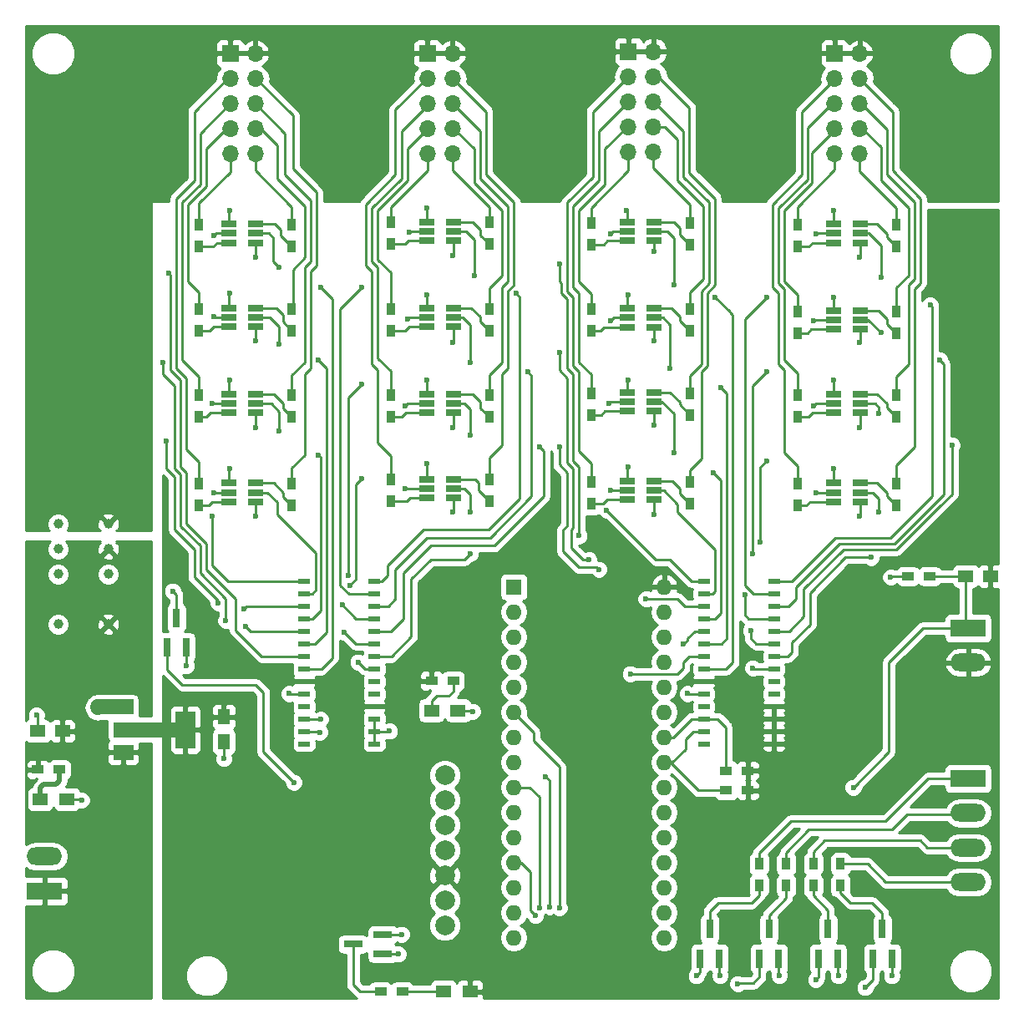
<source format=gbr>
G04 #@! TF.FileFunction,Copper,L1,Top,Signal*
%FSLAX46Y46*%
G04 Gerber Fmt 4.6, Leading zero omitted, Abs format (unit mm)*
G04 Created by KiCad (PCBNEW 4.0.7) date 02/05/18 06:25:40*
%MOMM*%
%LPD*%
G01*
G04 APERTURE LIST*
%ADD10C,0.100000*%
%ADD11R,1.600000X1.600000*%
%ADD12O,1.600000X1.600000*%
%ADD13C,2.000000*%
%ADD14R,1.500000X1.250000*%
%ADD15R,1.250000X1.500000*%
%ADD16R,1.500000X1.300000*%
%ADD17R,0.800000X1.900000*%
%ADD18R,1.200000X0.900000*%
%ADD19R,0.900000X1.200000*%
%ADD20R,2.000000X3.800000*%
%ADD21R,2.000000X1.500000*%
%ADD22C,1.000000*%
%ADD23R,1.143000X0.508000*%
%ADD24R,1.560000X0.650000*%
%ADD25R,1.700000X1.700000*%
%ADD26O,1.700000X1.700000*%
%ADD27R,3.600000X1.800000*%
%ADD28O,3.600000X1.800000*%
%ADD29R,1.900000X0.800000*%
%ADD30C,0.600000*%
%ADD31C,0.254000*%
%ADD32C,1.524000*%
%ADD33C,0.250000*%
%ADD34C,0.508000*%
G04 APERTURE END LIST*
D10*
D11*
X75200000Y-82600000D03*
D12*
X90440000Y-115620000D03*
X75200000Y-85140000D03*
X90440000Y-113080000D03*
X75200000Y-87680000D03*
X90440000Y-110540000D03*
X75200000Y-90220000D03*
X90440000Y-108000000D03*
X75200000Y-92760000D03*
X90440000Y-105460000D03*
X75200000Y-95300000D03*
X90440000Y-102920000D03*
X75200000Y-97840000D03*
X90440000Y-100380000D03*
X75200000Y-100380000D03*
X90440000Y-97840000D03*
X75200000Y-102920000D03*
X90440000Y-95300000D03*
X75200000Y-105460000D03*
X90440000Y-92760000D03*
X75200000Y-108000000D03*
X90440000Y-90220000D03*
X75200000Y-110540000D03*
X90440000Y-87680000D03*
X75200000Y-113080000D03*
X90440000Y-85140000D03*
X75200000Y-115620000D03*
X90440000Y-82600000D03*
X75200000Y-118160000D03*
X90440000Y-118160000D03*
D13*
X68200000Y-101670000D03*
X68200000Y-104210000D03*
X68200000Y-106750000D03*
X68200000Y-109290000D03*
X68200000Y-111830000D03*
X68200000Y-114370000D03*
X68200000Y-116910000D03*
D14*
X29450000Y-97200000D03*
X26950000Y-97200000D03*
D15*
X45800000Y-95750000D03*
X45800000Y-98250000D03*
D14*
X123500000Y-81500000D03*
X121000000Y-81500000D03*
D16*
X29900000Y-104100000D03*
X27200000Y-104100000D03*
X69550000Y-95100000D03*
X66850000Y-95100000D03*
D17*
X40050000Y-88700000D03*
X41950000Y-88700000D03*
X41000000Y-85700000D03*
X94100000Y-120250000D03*
X96000000Y-120250000D03*
X95050000Y-117250000D03*
X100100000Y-120250000D03*
X102000000Y-120250000D03*
X101050000Y-117250000D03*
X106100000Y-120250000D03*
X108000000Y-120250000D03*
X107050000Y-117250000D03*
X111600000Y-120250000D03*
X113500000Y-120250000D03*
X112550000Y-117250000D03*
D18*
X26950000Y-101100000D03*
X29150000Y-101100000D03*
X66850000Y-92100000D03*
X69050000Y-92100000D03*
X117350000Y-81500000D03*
X115150000Y-81500000D03*
X98900000Y-101200000D03*
X96700000Y-101200000D03*
X98900000Y-103200000D03*
X96700000Y-103200000D03*
D19*
X100050000Y-110650000D03*
X100050000Y-112850000D03*
X102800000Y-110650000D03*
X102800000Y-112850000D03*
X105550000Y-110650000D03*
X105550000Y-112850000D03*
X108300000Y-110650000D03*
X108300000Y-112850000D03*
X62700000Y-73850000D03*
X62700000Y-71650000D03*
X103950000Y-74350000D03*
X103950000Y-72150000D03*
X43300000Y-74350000D03*
X43300000Y-72150000D03*
X83050000Y-74150000D03*
X83050000Y-71950000D03*
X72700000Y-71650000D03*
X72700000Y-73850000D03*
X113950000Y-72150000D03*
X113950000Y-74350000D03*
X52700000Y-72150000D03*
X52700000Y-74350000D03*
X93050000Y-71950000D03*
X93050000Y-74150000D03*
X62700000Y-65350000D03*
X62700000Y-63150000D03*
X103950000Y-65350000D03*
X103950000Y-63150000D03*
X43300000Y-65350000D03*
X43300000Y-63150000D03*
X83050000Y-65150000D03*
X83050000Y-62950000D03*
X72700000Y-63150000D03*
X72700000Y-65350000D03*
X113950000Y-63150000D03*
X113950000Y-65350000D03*
X52700000Y-63150000D03*
X52700000Y-65350000D03*
X93050000Y-62950000D03*
X93050000Y-65150000D03*
X62700000Y-56600000D03*
X62700000Y-54400000D03*
X103950000Y-56850000D03*
X103950000Y-54650000D03*
X43300000Y-56600000D03*
X43300000Y-54400000D03*
X83050000Y-56650000D03*
X83050000Y-54450000D03*
X72700000Y-54400000D03*
X72700000Y-56600000D03*
X113950000Y-54650000D03*
X113950000Y-56850000D03*
X52700000Y-54400000D03*
X52700000Y-56600000D03*
X93050000Y-54450000D03*
X93050000Y-56650000D03*
X62700000Y-47850000D03*
X62700000Y-45650000D03*
X103950000Y-48100000D03*
X103950000Y-45900000D03*
X43300000Y-48100000D03*
X43300000Y-45900000D03*
X83050000Y-47900000D03*
X83050000Y-45700000D03*
X72700000Y-45650000D03*
X72700000Y-47850000D03*
X113950000Y-45900000D03*
X113950000Y-48100000D03*
X52700000Y-45900000D03*
X52700000Y-48100000D03*
X93050000Y-45700000D03*
X93050000Y-47900000D03*
D20*
X41900000Y-97050000D03*
D21*
X35600000Y-97050000D03*
X35600000Y-99350000D03*
X35600000Y-94750000D03*
D22*
X29010000Y-86360000D03*
X34090000Y-86360000D03*
X29010000Y-81280000D03*
X34090000Y-81280000D03*
X29010000Y-78740000D03*
X29010000Y-76200000D03*
X34090000Y-78740000D03*
X34090000Y-76200000D03*
D23*
X53944000Y-81995000D03*
X53944000Y-83265000D03*
X53944000Y-84535000D03*
X53944000Y-85805000D03*
X53944000Y-87075000D03*
X53944000Y-88345000D03*
X53944000Y-89615000D03*
X53944000Y-90885000D03*
X53944000Y-92155000D03*
X53944000Y-93425000D03*
X53944000Y-94695000D03*
X53944000Y-95965000D03*
X53944000Y-97235000D03*
X53944000Y-98505000D03*
X61056000Y-98505000D03*
X61056000Y-97235000D03*
X61056000Y-95965000D03*
X61056000Y-94695000D03*
X61056000Y-93425000D03*
X61056000Y-92155000D03*
X61056000Y-90885000D03*
X61056000Y-89615000D03*
X61056000Y-88345000D03*
X61056000Y-87075000D03*
X61056000Y-85805000D03*
X61056000Y-84535000D03*
X61056000Y-83265000D03*
X61056000Y-81995000D03*
X94444000Y-81995000D03*
X94444000Y-83265000D03*
X94444000Y-84535000D03*
X94444000Y-85805000D03*
X94444000Y-87075000D03*
X94444000Y-88345000D03*
X94444000Y-89615000D03*
X94444000Y-90885000D03*
X94444000Y-92155000D03*
X94444000Y-93425000D03*
X94444000Y-94695000D03*
X94444000Y-95965000D03*
X94444000Y-97235000D03*
X94444000Y-98505000D03*
X101556000Y-98505000D03*
X101556000Y-97235000D03*
X101556000Y-95965000D03*
X101556000Y-94695000D03*
X101556000Y-93425000D03*
X101556000Y-92155000D03*
X101556000Y-90885000D03*
X101556000Y-89615000D03*
X101556000Y-88345000D03*
X101556000Y-87075000D03*
X101556000Y-85805000D03*
X101556000Y-84535000D03*
X101556000Y-83265000D03*
X101556000Y-81995000D03*
D24*
X66350000Y-71650000D03*
X66350000Y-72600000D03*
X66350000Y-73550000D03*
X69050000Y-73550000D03*
X69050000Y-71650000D03*
X69050000Y-72600000D03*
X107600000Y-72050000D03*
X107600000Y-73000000D03*
X107600000Y-73950000D03*
X110300000Y-73950000D03*
X110300000Y-72050000D03*
X110300000Y-73000000D03*
X46350000Y-72050000D03*
X46350000Y-73000000D03*
X46350000Y-73950000D03*
X49050000Y-73950000D03*
X49050000Y-72050000D03*
X49050000Y-73000000D03*
X86700000Y-71850000D03*
X86700000Y-72800000D03*
X86700000Y-73750000D03*
X89400000Y-73750000D03*
X89400000Y-71850000D03*
X89400000Y-72800000D03*
X66350000Y-63050000D03*
X66350000Y-64000000D03*
X66350000Y-64950000D03*
X69050000Y-64950000D03*
X69050000Y-63050000D03*
X69050000Y-64000000D03*
X107600000Y-63050000D03*
X107600000Y-64000000D03*
X107600000Y-64950000D03*
X110300000Y-64950000D03*
X110300000Y-63050000D03*
X110300000Y-64000000D03*
X46350000Y-63050000D03*
X46350000Y-64000000D03*
X46350000Y-64950000D03*
X49050000Y-64950000D03*
X49050000Y-63050000D03*
X49050000Y-64000000D03*
X86700000Y-62850000D03*
X86700000Y-63800000D03*
X86700000Y-64750000D03*
X89400000Y-64750000D03*
X89400000Y-62850000D03*
X89400000Y-63800000D03*
X66350000Y-54300000D03*
X66350000Y-55250000D03*
X66350000Y-56200000D03*
X69050000Y-56200000D03*
X69050000Y-54300000D03*
X69050000Y-55250000D03*
X107600000Y-54550000D03*
X107600000Y-55500000D03*
X107600000Y-56450000D03*
X110300000Y-56450000D03*
X110300000Y-54550000D03*
X110300000Y-55500000D03*
X46350000Y-54300000D03*
X46350000Y-55250000D03*
X46350000Y-56200000D03*
X49050000Y-56200000D03*
X49050000Y-54300000D03*
X49050000Y-55250000D03*
X86700000Y-54350000D03*
X86700000Y-55300000D03*
X86700000Y-56250000D03*
X89400000Y-56250000D03*
X89400000Y-54350000D03*
X89400000Y-55300000D03*
X66350000Y-45600000D03*
X66350000Y-46550000D03*
X66350000Y-47500000D03*
X69050000Y-47500000D03*
X69050000Y-45600000D03*
X69050000Y-46550000D03*
X107600000Y-45800000D03*
X107600000Y-46750000D03*
X107600000Y-47700000D03*
X110300000Y-47700000D03*
X110300000Y-45800000D03*
X110300000Y-46750000D03*
X46350000Y-45800000D03*
X46350000Y-46750000D03*
X46350000Y-47700000D03*
X49050000Y-47700000D03*
X49050000Y-45800000D03*
X49050000Y-46750000D03*
X86700000Y-45600000D03*
X86700000Y-46550000D03*
X86700000Y-47500000D03*
X89400000Y-47500000D03*
X89400000Y-45600000D03*
X89400000Y-46550000D03*
D25*
X66450000Y-28500000D03*
D26*
X68990000Y-28500000D03*
X66450000Y-31040000D03*
X68990000Y-31040000D03*
X66450000Y-33580000D03*
X68990000Y-33580000D03*
X66450000Y-36120000D03*
X68990000Y-36120000D03*
X66450000Y-38660000D03*
X68990000Y-38660000D03*
D25*
X46450000Y-28500000D03*
D26*
X48990000Y-28500000D03*
X46450000Y-31040000D03*
X48990000Y-31040000D03*
X46450000Y-33580000D03*
X48990000Y-33580000D03*
X46450000Y-36120000D03*
X48990000Y-36120000D03*
X46450000Y-38660000D03*
X48990000Y-38660000D03*
D25*
X107700000Y-28500000D03*
D26*
X110240000Y-28500000D03*
X107700000Y-31040000D03*
X110240000Y-31040000D03*
X107700000Y-33580000D03*
X110240000Y-33580000D03*
X107700000Y-36120000D03*
X110240000Y-36120000D03*
X107700000Y-38660000D03*
X110240000Y-38660000D03*
D25*
X86800000Y-28300000D03*
D26*
X89340000Y-28300000D03*
X86800000Y-30840000D03*
X89340000Y-30840000D03*
X86800000Y-33380000D03*
X89340000Y-33380000D03*
X86800000Y-35920000D03*
X89340000Y-35920000D03*
X86800000Y-38460000D03*
X89340000Y-38460000D03*
D27*
X27600000Y-113400000D03*
D28*
X27600000Y-109900000D03*
D27*
X121250000Y-102000000D03*
D28*
X121250000Y-105500000D03*
X121250000Y-109000000D03*
X121250000Y-112500000D03*
D27*
X121250000Y-86750000D03*
D28*
X121250000Y-90250000D03*
D16*
X68050000Y-123600000D03*
X70750000Y-123600000D03*
D29*
X61900000Y-119750000D03*
X61900000Y-117850000D03*
X58900000Y-118800000D03*
D18*
X63900000Y-123600000D03*
X61700000Y-123600000D03*
D30*
X66400000Y-70100000D03*
X26800000Y-95600000D03*
X31400000Y-104200000D03*
X45800000Y-100000000D03*
X33000000Y-94800000D03*
X71000000Y-95200000D03*
X63800000Y-117800000D03*
X69000000Y-57800000D03*
X42000000Y-90600000D03*
X66400000Y-53000000D03*
X66400000Y-44200000D03*
X69000000Y-49000000D03*
X66400000Y-61600000D03*
X69000000Y-66400000D03*
X69000000Y-75000000D03*
X49000000Y-75400000D03*
X46400000Y-70600000D03*
X46400000Y-61600000D03*
X49000000Y-66400000D03*
X49000000Y-57600000D03*
X46400000Y-52800000D03*
X46400000Y-44400000D03*
X49000000Y-49200000D03*
X110200000Y-75400000D03*
X107600000Y-70600000D03*
X110200000Y-66400000D03*
X107600000Y-61600000D03*
X110200000Y-57800000D03*
X107600000Y-53200000D03*
X107600000Y-44400000D03*
X110200000Y-49200000D03*
X86800000Y-53000000D03*
X86800000Y-70400000D03*
X89400000Y-75200000D03*
X89400000Y-66200000D03*
X86800000Y-61600000D03*
X89400000Y-48600000D03*
X86600000Y-44400000D03*
X89400000Y-57600000D03*
X62600000Y-97200000D03*
X52400000Y-93400000D03*
X113500000Y-122000000D03*
X108100000Y-122000000D03*
X102100000Y-122000000D03*
X96100000Y-122000000D03*
X92800000Y-93400000D03*
X113400000Y-81600000D03*
X55600000Y-96000000D03*
X55500000Y-97300000D03*
X109600000Y-102900000D03*
X52900000Y-102400000D03*
X40600000Y-83000000D03*
X79800000Y-115100000D03*
X93700000Y-122000000D03*
X97900000Y-122800000D03*
X78800000Y-115000000D03*
X78400000Y-101800000D03*
X105800000Y-122400000D03*
X77800000Y-115100000D03*
X110800000Y-123200000D03*
X77400000Y-115900000D03*
X44600000Y-75400000D03*
X44800000Y-73000000D03*
X47800000Y-84800000D03*
X45200000Y-84200000D03*
X40000000Y-67800000D03*
X44600000Y-64000000D03*
X51400000Y-66800000D03*
X55400000Y-69200000D03*
X48000000Y-86600000D03*
X46000000Y-86000000D03*
X39600000Y-59800000D03*
X44800000Y-55200000D03*
X51400000Y-58000000D03*
X55400000Y-59600000D03*
X40200000Y-50800000D03*
X44800000Y-47000000D03*
X51400000Y-50200000D03*
X55600000Y-52200000D03*
X64200000Y-72600000D03*
X59400000Y-90200000D03*
X70800000Y-79200000D03*
X70800000Y-75000000D03*
X64200000Y-64200000D03*
X59800000Y-71600000D03*
X58600000Y-82400000D03*
X58000000Y-87200000D03*
X77800000Y-68400000D03*
X70800000Y-67200000D03*
X64400000Y-55400000D03*
X59800000Y-62000000D03*
X58400000Y-81400000D03*
X57800000Y-84400000D03*
X76600000Y-60800000D03*
X70800000Y-59800000D03*
X64600000Y-46600000D03*
X59800000Y-52200000D03*
X75400000Y-52800000D03*
X71200000Y-51000000D03*
X84600000Y-74800000D03*
X85000000Y-72800000D03*
X84800000Y-64000000D03*
X79800000Y-68400000D03*
X88600000Y-83800000D03*
X83800000Y-80800000D03*
X91400000Y-69000000D03*
X95400000Y-71000000D03*
X85000000Y-55600000D03*
X79800000Y-58800000D03*
X92400000Y-88400000D03*
X82800000Y-79800000D03*
X91000000Y-60400000D03*
X96200000Y-62400000D03*
X81800000Y-77400000D03*
X87000000Y-91400000D03*
X79800000Y-49800000D03*
X85000000Y-46800000D03*
X91400000Y-52000000D03*
X95600000Y-53200000D03*
X105800000Y-73000000D03*
X99400000Y-90800000D03*
X112200000Y-75000000D03*
X111400000Y-79600000D03*
X105600000Y-64200000D03*
X100800000Y-69800000D03*
X100200000Y-78000000D03*
X99200000Y-87000000D03*
X112200000Y-65000000D03*
X119600000Y-68200000D03*
X105600000Y-55600000D03*
X100800000Y-60800000D03*
X99400000Y-79200000D03*
X98600000Y-83400000D03*
X112400000Y-56800000D03*
X118400000Y-59600000D03*
X105800000Y-46800000D03*
X100800000Y-53200000D03*
X112400000Y-51200000D03*
X117400000Y-54000000D03*
X63500000Y-119800000D03*
D31*
X66350000Y-71650000D02*
X66350000Y-70150000D01*
X66350000Y-70150000D02*
X66400000Y-70100000D01*
X26950000Y-97200000D02*
X26950000Y-95750000D01*
X26950000Y-95750000D02*
X26800000Y-95600000D01*
X29900000Y-104100000D02*
X31300000Y-104100000D01*
X31300000Y-104100000D02*
X31400000Y-104200000D01*
X45800000Y-98250000D02*
X45800000Y-100000000D01*
D32*
X35600000Y-94750000D02*
X33050000Y-94750000D01*
X33050000Y-94750000D02*
X33000000Y-94800000D01*
D31*
X69550000Y-95100000D02*
X70900000Y-95100000D01*
X70900000Y-95100000D02*
X71000000Y-95200000D01*
D33*
X61900000Y-117850000D02*
X63750000Y-117850000D01*
X63750000Y-117850000D02*
X63800000Y-117800000D01*
X69050000Y-56200000D02*
X69050000Y-57750000D01*
X69050000Y-57750000D02*
X69000000Y-57800000D01*
D31*
X41950000Y-88700000D02*
X41950000Y-90550000D01*
X41950000Y-90550000D02*
X42000000Y-90600000D01*
X66350000Y-54300000D02*
X66350000Y-53050000D01*
X66350000Y-53050000D02*
X66400000Y-53000000D01*
X66350000Y-45600000D02*
X66350000Y-44250000D01*
X66350000Y-44250000D02*
X66400000Y-44200000D01*
X69050000Y-47500000D02*
X69050000Y-48950000D01*
X69050000Y-48950000D02*
X69000000Y-49000000D01*
X66350000Y-63050000D02*
X66350000Y-61650000D01*
X66350000Y-61650000D02*
X66400000Y-61600000D01*
X69050000Y-64950000D02*
X69050000Y-66350000D01*
X69050000Y-66350000D02*
X69000000Y-66400000D01*
X69050000Y-73550000D02*
X69050000Y-74950000D01*
X69050000Y-74950000D02*
X69000000Y-75000000D01*
X49050000Y-73950000D02*
X49050000Y-75350000D01*
X49050000Y-75350000D02*
X49000000Y-75400000D01*
X46350000Y-72050000D02*
X46350000Y-70650000D01*
X46350000Y-70650000D02*
X46400000Y-70600000D01*
X46350000Y-63050000D02*
X46350000Y-61650000D01*
X46350000Y-61650000D02*
X46400000Y-61600000D01*
X49050000Y-64950000D02*
X49050000Y-66350000D01*
X49050000Y-66350000D02*
X49000000Y-66400000D01*
X49050000Y-56200000D02*
X49050000Y-57550000D01*
X49050000Y-57550000D02*
X49000000Y-57600000D01*
X46350000Y-54300000D02*
X46350000Y-52850000D01*
X46350000Y-52850000D02*
X46400000Y-52800000D01*
X46350000Y-45800000D02*
X46350000Y-44450000D01*
X46350000Y-44450000D02*
X46400000Y-44400000D01*
X49050000Y-47700000D02*
X49050000Y-49150000D01*
X49050000Y-49150000D02*
X49000000Y-49200000D01*
X110300000Y-73950000D02*
X110300000Y-75300000D01*
X110300000Y-75300000D02*
X110200000Y-75400000D01*
X107600000Y-72050000D02*
X107600000Y-70600000D01*
X110300000Y-64950000D02*
X110300000Y-66300000D01*
X110300000Y-66300000D02*
X110200000Y-66400000D01*
X107600000Y-63050000D02*
X107600000Y-61600000D01*
X110300000Y-56450000D02*
X110300000Y-57700000D01*
X110300000Y-57700000D02*
X110200000Y-57800000D01*
X107600000Y-54550000D02*
X107600000Y-53200000D01*
X107600000Y-45800000D02*
X107600000Y-44400000D01*
X110300000Y-47700000D02*
X110300000Y-49100000D01*
X110300000Y-49100000D02*
X110200000Y-49200000D01*
X86700000Y-54350000D02*
X86700000Y-53100000D01*
X86700000Y-53100000D02*
X86800000Y-53000000D01*
X86700000Y-71850000D02*
X86700000Y-70500000D01*
X86700000Y-70500000D02*
X86800000Y-70400000D01*
X89400000Y-73750000D02*
X89400000Y-75200000D01*
X89400000Y-64750000D02*
X89400000Y-66200000D01*
X86700000Y-62850000D02*
X86700000Y-61700000D01*
X86700000Y-61700000D02*
X86800000Y-61600000D01*
X89400000Y-47500000D02*
X89400000Y-48600000D01*
X86700000Y-45600000D02*
X86700000Y-44500000D01*
X86700000Y-44500000D02*
X86600000Y-44400000D01*
X89400000Y-56250000D02*
X89400000Y-57600000D01*
X61056000Y-97235000D02*
X62565000Y-97235000D01*
X62565000Y-97235000D02*
X62600000Y-97200000D01*
X61056000Y-95965000D02*
X61056000Y-97235000D01*
X61056000Y-97235000D02*
X61056000Y-98505000D01*
X53944000Y-93425000D02*
X52425000Y-93425000D01*
X52425000Y-93425000D02*
X52400000Y-93400000D01*
X113500000Y-120250000D02*
X113500000Y-122000000D01*
X108000000Y-120250000D02*
X108000000Y-121900000D01*
X108000000Y-121900000D02*
X108100000Y-122000000D01*
X102000000Y-120250000D02*
X102000000Y-121900000D01*
X102000000Y-121900000D02*
X102100000Y-122000000D01*
X96000000Y-120250000D02*
X96000000Y-121900000D01*
X96000000Y-121900000D02*
X96100000Y-122000000D01*
X94444000Y-93425000D02*
X92825000Y-93425000D01*
X92825000Y-93425000D02*
X92800000Y-93400000D01*
X115150000Y-81500000D02*
X113500000Y-81500000D01*
X113500000Y-81500000D02*
X113400000Y-81600000D01*
D32*
X35600000Y-97050000D02*
X41900000Y-97050000D01*
D34*
X27200000Y-104100000D02*
X27200000Y-102950000D01*
X27200000Y-102950000D02*
X27550000Y-102600000D01*
X27550000Y-102600000D02*
X28800000Y-102600000D01*
X28800000Y-102600000D02*
X29150000Y-102250000D01*
X29150000Y-102250000D02*
X29150000Y-101100000D01*
D31*
X66850000Y-95100000D02*
X66850000Y-94150000D01*
X69050000Y-93150000D02*
X69050000Y-92100000D01*
X68600000Y-93600000D02*
X69050000Y-93150000D01*
X67400000Y-93600000D02*
X68600000Y-93600000D01*
X66850000Y-94150000D02*
X67400000Y-93600000D01*
X66450000Y-31040000D02*
X66360000Y-31040000D01*
X66360000Y-31040000D02*
X63200000Y-34200000D01*
X63200000Y-34200000D02*
X63200000Y-40800000D01*
X63200000Y-40800000D02*
X60200000Y-43800000D01*
X60200000Y-43800000D02*
X60200000Y-50000000D01*
X60200000Y-50000000D02*
X60800000Y-50600000D01*
X60800000Y-50600000D02*
X60800000Y-60000000D01*
X60800000Y-60000000D02*
X61400000Y-60600000D01*
X61400000Y-60600000D02*
X61400000Y-68000000D01*
X61400000Y-68000000D02*
X62700000Y-69300000D01*
X62700000Y-69300000D02*
X62700000Y-71650000D01*
X68990000Y-31040000D02*
X69040000Y-31040000D01*
X69040000Y-31040000D02*
X72400000Y-34400000D01*
X72400000Y-34400000D02*
X72400000Y-40800000D01*
X72400000Y-40800000D02*
X75200000Y-43600000D01*
X75200000Y-43600000D02*
X75200000Y-52000000D01*
X75200000Y-52000000D02*
X74600000Y-52600000D01*
X74600000Y-52600000D02*
X74600000Y-60400000D01*
X74600000Y-60400000D02*
X74000000Y-61000000D01*
X74000000Y-61000000D02*
X74000000Y-68200000D01*
X74000000Y-68200000D02*
X72700000Y-69500000D01*
X72700000Y-69500000D02*
X72700000Y-71650000D01*
X66450000Y-33580000D02*
X66450000Y-33750000D01*
X66450000Y-33750000D02*
X63800000Y-36400000D01*
X63800000Y-36400000D02*
X63800000Y-41200000D01*
X63800000Y-41200000D02*
X60800000Y-44200000D01*
X60800000Y-44200000D02*
X60800000Y-49600000D01*
X60800000Y-49600000D02*
X61400000Y-50200000D01*
X61400000Y-50200000D02*
X61400000Y-59400000D01*
X61400000Y-59400000D02*
X62700000Y-60700000D01*
X62700000Y-60700000D02*
X62700000Y-63150000D01*
X68990000Y-33580000D02*
X68990000Y-33590000D01*
X68990000Y-33590000D02*
X71800000Y-36400000D01*
X71800000Y-36400000D02*
X71800000Y-41200000D01*
X71800000Y-41200000D02*
X74600000Y-44000000D01*
X74600000Y-44000000D02*
X74600000Y-51600000D01*
X74600000Y-51600000D02*
X74000000Y-52200000D01*
X74000000Y-52200000D02*
X74000000Y-59800000D01*
X74000000Y-59800000D02*
X72700000Y-61100000D01*
X72700000Y-61100000D02*
X72700000Y-63150000D01*
X66450000Y-36120000D02*
X66450000Y-36150000D01*
X66450000Y-36150000D02*
X64400000Y-38200000D01*
X64400000Y-38200000D02*
X64400000Y-41400000D01*
X64400000Y-41400000D02*
X61400000Y-44400000D01*
X61400000Y-44400000D02*
X61400000Y-49400000D01*
X61400000Y-49400000D02*
X62700000Y-50700000D01*
X62700000Y-50700000D02*
X62700000Y-54400000D01*
X68990000Y-36120000D02*
X69120000Y-36120000D01*
X69120000Y-36120000D02*
X71200000Y-38200000D01*
X71200000Y-38200000D02*
X71200000Y-41600000D01*
X71200000Y-41600000D02*
X74000000Y-44400000D01*
X74000000Y-44400000D02*
X74000000Y-51000000D01*
X74000000Y-51000000D02*
X72700000Y-52300000D01*
X72700000Y-52300000D02*
X72700000Y-54400000D01*
X66450000Y-38660000D02*
X66450000Y-40350000D01*
X66450000Y-40350000D02*
X62700000Y-44100000D01*
X62700000Y-44100000D02*
X62700000Y-45650000D01*
X68990000Y-38660000D02*
X68990000Y-40390000D01*
X68990000Y-40390000D02*
X72700000Y-44100000D01*
X72700000Y-44100000D02*
X72700000Y-45650000D01*
X46450000Y-31040000D02*
X46160000Y-31040000D01*
X46160000Y-31040000D02*
X42800000Y-34400000D01*
X42800000Y-34400000D02*
X42800000Y-41400000D01*
X42800000Y-41400000D02*
X41000000Y-43200000D01*
X41000000Y-43200000D02*
X41000000Y-60400000D01*
X41000000Y-60400000D02*
X42000000Y-61400000D01*
X42000000Y-61400000D02*
X42000000Y-68600000D01*
X42000000Y-68600000D02*
X43300000Y-69900000D01*
X43300000Y-69900000D02*
X43300000Y-72150000D01*
X48990000Y-31040000D02*
X49040000Y-31040000D01*
X49040000Y-31040000D02*
X52800000Y-34800000D01*
X52800000Y-34800000D02*
X52800000Y-40200000D01*
X52800000Y-40200000D02*
X55200000Y-42600000D01*
X55200000Y-42600000D02*
X55200000Y-50000000D01*
X55200000Y-50000000D02*
X54600000Y-50600000D01*
X54600000Y-50600000D02*
X54600000Y-60400000D01*
X54600000Y-60400000D02*
X54000000Y-61000000D01*
X54000000Y-61000000D02*
X54000000Y-69200000D01*
X54000000Y-69200000D02*
X52700000Y-70500000D01*
X52700000Y-70500000D02*
X52700000Y-72150000D01*
X46450000Y-33580000D02*
X46420000Y-33580000D01*
X46420000Y-33580000D02*
X43400000Y-36600000D01*
X43400000Y-36600000D02*
X43400000Y-41800000D01*
X43400000Y-41800000D02*
X41600000Y-43600000D01*
X41600000Y-43600000D02*
X41600000Y-59600000D01*
X41600000Y-59600000D02*
X43300000Y-61300000D01*
X43300000Y-61300000D02*
X43300000Y-63150000D01*
X48990000Y-33580000D02*
X48990000Y-33590000D01*
X48990000Y-33590000D02*
X52000000Y-36600000D01*
X52000000Y-36600000D02*
X52000000Y-40800000D01*
X52000000Y-40800000D02*
X54600000Y-43400000D01*
X54600000Y-43400000D02*
X54600000Y-49600000D01*
X54600000Y-49600000D02*
X54000000Y-50200000D01*
X54000000Y-50200000D02*
X54000000Y-59800000D01*
X54000000Y-59800000D02*
X52700000Y-61100000D01*
X52700000Y-61100000D02*
X52700000Y-63150000D01*
X46450000Y-36120000D02*
X46080000Y-36120000D01*
X46080000Y-36120000D02*
X44000000Y-38200000D01*
X44000000Y-38200000D02*
X44000000Y-42000000D01*
X44000000Y-42000000D02*
X42200000Y-43800000D01*
X42200000Y-43800000D02*
X42200000Y-51600000D01*
X42200000Y-51600000D02*
X43300000Y-52700000D01*
X43300000Y-52700000D02*
X43300000Y-54400000D01*
X48990000Y-36120000D02*
X49520000Y-36120000D01*
X49520000Y-36120000D02*
X51200000Y-37800000D01*
X51200000Y-37800000D02*
X51200000Y-41200000D01*
X51200000Y-41200000D02*
X54000000Y-44000000D01*
X54000000Y-44000000D02*
X54000000Y-49200000D01*
X54000000Y-49200000D02*
X52800000Y-50400000D01*
X52800000Y-50400000D02*
X52800000Y-54300000D01*
X52800000Y-54300000D02*
X52700000Y-54400000D01*
X46450000Y-38660000D02*
X46450000Y-40550000D01*
X46450000Y-40550000D02*
X43300000Y-43700000D01*
X43300000Y-43700000D02*
X43300000Y-45900000D01*
X48990000Y-38660000D02*
X48990000Y-40390000D01*
X48990000Y-40390000D02*
X52700000Y-44100000D01*
X52700000Y-44100000D02*
X52700000Y-45900000D01*
X107700000Y-31040000D02*
X107700000Y-31100000D01*
X107700000Y-31100000D02*
X104400000Y-34400000D01*
X104400000Y-34400000D02*
X104400000Y-40800000D01*
X104400000Y-40800000D02*
X101400000Y-43800000D01*
X101400000Y-43800000D02*
X101400000Y-52200000D01*
X101400000Y-52200000D02*
X102000000Y-52800000D01*
X102000000Y-52800000D02*
X102000000Y-60000000D01*
X102000000Y-60000000D02*
X102600000Y-60600000D01*
X102600000Y-60600000D02*
X102600000Y-69000000D01*
X102600000Y-69000000D02*
X103950000Y-70350000D01*
X103950000Y-70350000D02*
X103950000Y-72150000D01*
X110240000Y-31040000D02*
X112800000Y-33600000D01*
X112800000Y-33600000D02*
X113200000Y-34000000D01*
X113200000Y-34000000D02*
X113400000Y-34200000D01*
X113400000Y-34200000D02*
X113600000Y-34400000D01*
X113600000Y-34400000D02*
X113600000Y-40400000D01*
X113600000Y-40400000D02*
X116400000Y-43200000D01*
X116400000Y-43200000D02*
X116400000Y-51800000D01*
X116400000Y-51800000D02*
X115800000Y-52400000D01*
X115800000Y-52400000D02*
X115800000Y-68400000D01*
X115800000Y-68400000D02*
X113950000Y-70250000D01*
X113950000Y-70250000D02*
X113950000Y-72150000D01*
X107700000Y-33580000D02*
X107420000Y-33580000D01*
X107420000Y-33580000D02*
X104945998Y-36054002D01*
X104945998Y-36054002D02*
X104945998Y-41254002D01*
X104945998Y-41254002D02*
X102000000Y-44200000D01*
X102000000Y-44200000D02*
X102000000Y-51800000D01*
X102000000Y-51800000D02*
X102600000Y-52400000D01*
X102600000Y-52400000D02*
X102600000Y-59600000D01*
X102600000Y-59600000D02*
X103950000Y-60950000D01*
X103950000Y-60950000D02*
X103950000Y-63150000D01*
X110240000Y-33580000D02*
X110380000Y-33580000D01*
X110380000Y-33580000D02*
X113000000Y-36200000D01*
X113000000Y-36200000D02*
X113000000Y-40800000D01*
X113000000Y-40800000D02*
X115800000Y-43600000D01*
X115800000Y-43600000D02*
X115800000Y-51400000D01*
X115800000Y-51400000D02*
X115200000Y-52000000D01*
X115200000Y-52000000D02*
X115200000Y-60000000D01*
X115200000Y-60000000D02*
X113950000Y-61250000D01*
X113950000Y-61250000D02*
X113950000Y-63150000D01*
X107700000Y-36120000D02*
X107700000Y-36300000D01*
X107700000Y-36300000D02*
X105400000Y-38600000D01*
X105400000Y-38600000D02*
X105400000Y-41600000D01*
X105400000Y-41600000D02*
X102600000Y-44400000D01*
X102600000Y-44400000D02*
X102600000Y-51600000D01*
X102600000Y-51600000D02*
X103950000Y-52950000D01*
X103950000Y-52950000D02*
X103950000Y-54650000D01*
X110240000Y-36120000D02*
X110520000Y-36120000D01*
X110520000Y-36120000D02*
X112400000Y-38000000D01*
X112400000Y-38000000D02*
X112400000Y-41400000D01*
X112400000Y-41400000D02*
X115200000Y-44200000D01*
X115200000Y-44200000D02*
X115200000Y-51000000D01*
X115200000Y-51000000D02*
X113950000Y-52250000D01*
X113950000Y-52250000D02*
X113950000Y-54650000D01*
X107700000Y-38660000D02*
X107700000Y-40300000D01*
X107700000Y-40300000D02*
X103950000Y-44050000D01*
X103950000Y-44050000D02*
X103950000Y-45900000D01*
X110240000Y-38660000D02*
X110240000Y-40440000D01*
X110240000Y-40440000D02*
X113950000Y-44150000D01*
X113950000Y-44150000D02*
X113950000Y-45900000D01*
X86800000Y-30840000D02*
X86760000Y-30840000D01*
X86760000Y-30840000D02*
X83200000Y-34400000D01*
X83200000Y-34400000D02*
X83200000Y-41000000D01*
X83200000Y-41000000D02*
X80600000Y-43600000D01*
X80600000Y-43600000D02*
X80600000Y-52600000D01*
X80600000Y-52600000D02*
X81200000Y-53200000D01*
X81200000Y-53200000D02*
X81200000Y-60200000D01*
X81200000Y-60200000D02*
X81800000Y-60800000D01*
X81800000Y-60800000D02*
X81800000Y-68800000D01*
X81800000Y-68800000D02*
X83050000Y-70050000D01*
X83050000Y-70050000D02*
X83050000Y-71950000D01*
X89340000Y-30840000D02*
X89840000Y-30840000D01*
X89840000Y-30840000D02*
X93000000Y-34000000D01*
X93000000Y-34000000D02*
X93000000Y-40600000D01*
X93000000Y-40600000D02*
X95600000Y-43200000D01*
X95600000Y-43200000D02*
X95600000Y-52000000D01*
X95600000Y-52000000D02*
X94800000Y-52800000D01*
X94800000Y-52800000D02*
X94800000Y-60200000D01*
X94800000Y-60200000D02*
X94200000Y-60800000D01*
X94200000Y-60800000D02*
X94200000Y-69600000D01*
X94200000Y-69600000D02*
X93050000Y-70750000D01*
X93050000Y-70750000D02*
X93050000Y-71950000D01*
X86800000Y-33380000D02*
X86800000Y-33400000D01*
X86800000Y-33400000D02*
X83800000Y-36400000D01*
X83800000Y-36400000D02*
X83800000Y-41400000D01*
X83800000Y-41400000D02*
X81200000Y-44000000D01*
X81200000Y-44000000D02*
X81200000Y-52200000D01*
X81200000Y-52200000D02*
X81800000Y-52800000D01*
X81800000Y-52800000D02*
X81800000Y-59800000D01*
X81800000Y-59800000D02*
X83050000Y-61050000D01*
X83050000Y-61050000D02*
X83050000Y-62950000D01*
X89340000Y-33380000D02*
X89380000Y-33380000D01*
X89380000Y-33380000D02*
X92400000Y-36400000D01*
X92400000Y-36400000D02*
X92400000Y-41000000D01*
X92400000Y-41000000D02*
X95000000Y-43600000D01*
X95000000Y-43600000D02*
X95000000Y-51800000D01*
X95000000Y-51800000D02*
X94200000Y-52600000D01*
X94200000Y-52600000D02*
X94200000Y-60000000D01*
X94200000Y-60000000D02*
X93050000Y-61150000D01*
X93050000Y-61150000D02*
X93050000Y-62950000D01*
X86800000Y-35920000D02*
X86680000Y-35920000D01*
X86680000Y-35920000D02*
X84400000Y-38200000D01*
X84400000Y-38200000D02*
X84400000Y-41800000D01*
X84400000Y-41800000D02*
X81800000Y-44400000D01*
X81800000Y-44400000D02*
X81800000Y-51600000D01*
X81800000Y-51600000D02*
X83050000Y-52850000D01*
X83050000Y-52850000D02*
X83050000Y-54450000D01*
X89340000Y-35920000D02*
X90520000Y-35920000D01*
X90520000Y-35920000D02*
X91800000Y-37200000D01*
X91800000Y-37200000D02*
X91800000Y-41400000D01*
X91800000Y-41400000D02*
X94400000Y-44000000D01*
X94400000Y-44000000D02*
X94400000Y-51400000D01*
X94400000Y-51400000D02*
X93050000Y-52750000D01*
X93050000Y-52750000D02*
X93050000Y-54450000D01*
X86800000Y-38460000D02*
X86800000Y-40400000D01*
X86800000Y-40400000D02*
X83050000Y-44150000D01*
X83050000Y-44150000D02*
X83050000Y-45700000D01*
X89340000Y-38460000D02*
X89340000Y-40140000D01*
X89340000Y-40140000D02*
X93050000Y-43850000D01*
X93050000Y-43850000D02*
X93050000Y-45700000D01*
X53944000Y-95965000D02*
X55565000Y-95965000D01*
X55565000Y-95965000D02*
X55600000Y-96000000D01*
X94444000Y-95965000D02*
X95865000Y-95965000D01*
X96700000Y-96800000D02*
X96700000Y-101200000D01*
X95865000Y-95965000D02*
X96700000Y-96800000D01*
X90440000Y-97840000D02*
X91360000Y-97840000D01*
X91360000Y-97840000D02*
X93235000Y-95965000D01*
X93235000Y-95965000D02*
X94444000Y-95965000D01*
X53944000Y-97235000D02*
X55435000Y-97235000D01*
X55435000Y-97235000D02*
X55500000Y-97300000D01*
X90440000Y-100380000D02*
X91080000Y-100380000D01*
X91080000Y-100380000D02*
X93900000Y-103200000D01*
X93900000Y-103200000D02*
X96700000Y-103200000D01*
X94444000Y-97235000D02*
X93365000Y-97235000D01*
X92600000Y-99000000D02*
X91220000Y-100380000D01*
X92600000Y-98000000D02*
X92600000Y-99000000D01*
X93365000Y-97235000D02*
X92600000Y-98000000D01*
X91220000Y-100380000D02*
X90440000Y-100380000D01*
X103950000Y-74350000D02*
X104850000Y-74350000D01*
X104850000Y-74350000D02*
X105250000Y-73950000D01*
X105250000Y-73950000D02*
X107600000Y-73950000D01*
X43300000Y-74350000D02*
X44250000Y-74350000D01*
X44250000Y-74350000D02*
X44650000Y-73950000D01*
X44650000Y-73950000D02*
X46350000Y-73950000D01*
X83050000Y-74150000D02*
X84250000Y-74150000D01*
X84250000Y-74150000D02*
X84650000Y-73750000D01*
X84650000Y-73750000D02*
X86700000Y-73750000D01*
X110300000Y-72050000D02*
X112050000Y-72050000D01*
X112050000Y-72050000D02*
X113000000Y-73000000D01*
X113000000Y-73000000D02*
X113000000Y-73400000D01*
X113000000Y-73400000D02*
X113950000Y-74350000D01*
X49050000Y-72050000D02*
X50850000Y-72050000D01*
X50850000Y-72050000D02*
X51800000Y-73000000D01*
X51800000Y-73000000D02*
X51800000Y-73450000D01*
X51800000Y-73450000D02*
X52700000Y-74350000D01*
X89400000Y-71850000D02*
X91250000Y-71850000D01*
X91250000Y-71850000D02*
X92000000Y-72600000D01*
X92000000Y-72600000D02*
X92000000Y-73100000D01*
X92000000Y-73100000D02*
X93050000Y-74150000D01*
X103950000Y-65350000D02*
X105050000Y-65350000D01*
X105050000Y-65350000D02*
X105450000Y-64950000D01*
X105450000Y-64950000D02*
X107600000Y-64950000D01*
X43300000Y-65350000D02*
X44050000Y-65350000D01*
X44050000Y-65350000D02*
X44450000Y-64950000D01*
X44450000Y-64950000D02*
X46350000Y-64950000D01*
X83050000Y-65150000D02*
X84050000Y-65150000D01*
X84050000Y-65150000D02*
X84450000Y-64750000D01*
X84450000Y-64750000D02*
X86700000Y-64750000D01*
X110300000Y-63050000D02*
X112050000Y-63050000D01*
X112050000Y-63050000D02*
X113000000Y-64000000D01*
X113000000Y-64000000D02*
X113000000Y-64400000D01*
X113000000Y-64400000D02*
X113950000Y-65350000D01*
X49050000Y-63050000D02*
X50850000Y-63050000D01*
X50850000Y-63050000D02*
X51800000Y-64000000D01*
X51800000Y-64000000D02*
X51800000Y-64450000D01*
X51800000Y-64450000D02*
X52700000Y-65350000D01*
X89400000Y-62850000D02*
X91050000Y-62850000D01*
X91050000Y-62850000D02*
X92000000Y-63800000D01*
X92000000Y-63800000D02*
X92000000Y-64100000D01*
X92000000Y-64100000D02*
X93050000Y-65150000D01*
X103950000Y-56850000D02*
X104950000Y-56850000D01*
X104950000Y-56850000D02*
X105350000Y-56450000D01*
X105350000Y-56450000D02*
X107600000Y-56450000D01*
X43300000Y-56600000D02*
X44400000Y-56600000D01*
X44400000Y-56600000D02*
X44800000Y-56200000D01*
X44800000Y-56200000D02*
X46350000Y-56200000D01*
X83050000Y-56650000D02*
X83950000Y-56650000D01*
X83950000Y-56650000D02*
X84350000Y-56250000D01*
X84350000Y-56250000D02*
X86700000Y-56250000D01*
X110300000Y-54550000D02*
X112150000Y-54550000D01*
X112150000Y-54550000D02*
X113000000Y-55400000D01*
X113000000Y-55400000D02*
X113000000Y-55900000D01*
X113000000Y-55900000D02*
X113950000Y-56850000D01*
X49050000Y-54300000D02*
X51100000Y-54300000D01*
X51100000Y-54300000D02*
X51800000Y-55000000D01*
X51800000Y-55000000D02*
X51800000Y-55700000D01*
X51800000Y-55700000D02*
X52700000Y-56600000D01*
X89400000Y-54350000D02*
X91150000Y-54350000D01*
X91150000Y-54350000D02*
X92000000Y-55200000D01*
X92000000Y-55200000D02*
X92000000Y-55600000D01*
X92000000Y-55600000D02*
X93050000Y-56650000D01*
X103950000Y-48100000D02*
X105100000Y-48100000D01*
X105100000Y-48100000D02*
X105500000Y-47700000D01*
X105500000Y-47700000D02*
X107600000Y-47700000D01*
X43300000Y-48100000D02*
X44700000Y-48100000D01*
X44700000Y-48100000D02*
X45100000Y-47700000D01*
X45100000Y-47700000D02*
X46350000Y-47700000D01*
X83050000Y-47900000D02*
X84300000Y-47900000D01*
X84300000Y-47900000D02*
X84700000Y-47500000D01*
X84700000Y-47500000D02*
X86700000Y-47500000D01*
X110300000Y-45800000D02*
X112000000Y-45800000D01*
X112000000Y-45800000D02*
X113000000Y-46800000D01*
X113000000Y-46800000D02*
X113000000Y-47150000D01*
X113000000Y-47150000D02*
X113950000Y-48100000D01*
X49050000Y-45800000D02*
X51000000Y-45800000D01*
X51000000Y-45800000D02*
X51600000Y-46400000D01*
X51600000Y-46400000D02*
X51600000Y-47000000D01*
X51600000Y-47000000D02*
X52700000Y-48100000D01*
X89400000Y-45600000D02*
X91400000Y-45600000D01*
X91400000Y-45600000D02*
X92000000Y-46200000D01*
X92000000Y-46200000D02*
X92000000Y-46850000D01*
X92000000Y-46850000D02*
X93050000Y-47900000D01*
X109600000Y-102900000D02*
X113200000Y-99300000D01*
X113200000Y-99300000D02*
X113200000Y-90200000D01*
X113200000Y-90200000D02*
X116650000Y-86750000D01*
X116650000Y-86750000D02*
X121250000Y-86750000D01*
X121000000Y-81500000D02*
X121000000Y-86500000D01*
X121000000Y-86500000D02*
X121250000Y-86750000D01*
X117350000Y-81500000D02*
X121000000Y-81500000D01*
X100050000Y-110650000D02*
X100050000Y-109550000D01*
X117200000Y-102000000D02*
X121250000Y-102000000D01*
X112900000Y-106300000D02*
X117200000Y-102000000D01*
X103300000Y-106300000D02*
X112900000Y-106300000D01*
X100050000Y-109550000D02*
X103300000Y-106300000D01*
X102800000Y-110650000D02*
X102800000Y-109500000D01*
X115100000Y-105600000D02*
X121150000Y-105600000D01*
X113500000Y-107200000D02*
X115100000Y-105600000D01*
X105100000Y-107200000D02*
X113500000Y-107200000D01*
X102800000Y-109500000D02*
X105100000Y-107200000D01*
X121150000Y-105600000D02*
X121250000Y-105500000D01*
X105550000Y-110650000D02*
X105550000Y-109450000D01*
X117100000Y-109000000D02*
X121250000Y-109000000D01*
X116400000Y-108300000D02*
X117100000Y-109000000D01*
X106700000Y-108300000D02*
X116400000Y-108300000D01*
X105550000Y-109450000D02*
X106700000Y-108300000D01*
X108300000Y-110650000D02*
X111050000Y-110650000D01*
X112900000Y-112500000D02*
X121250000Y-112500000D01*
X111050000Y-110650000D02*
X112900000Y-112500000D01*
X40050000Y-90950000D02*
X40050000Y-88700000D01*
X41600000Y-92500000D02*
X40050000Y-90950000D01*
X49000000Y-92500000D02*
X41600000Y-92500000D01*
X49800000Y-93300000D02*
X49000000Y-92500000D01*
X49800000Y-99300000D02*
X49800000Y-93300000D01*
X52900000Y-102400000D02*
X49800000Y-99300000D01*
X40600000Y-83000000D02*
X41000000Y-83400000D01*
X41000000Y-83400000D02*
X41000000Y-85700000D01*
X94100000Y-120250000D02*
X94100000Y-121600000D01*
X77200000Y-97300000D02*
X75200000Y-95300000D01*
X77200000Y-98200000D02*
X77200000Y-97300000D01*
X79800000Y-100800000D02*
X77200000Y-98200000D01*
X79800000Y-104700000D02*
X79800000Y-100800000D01*
X79800000Y-115100000D02*
X79800000Y-104700000D01*
X94100000Y-121600000D02*
X93700000Y-122000000D01*
X100050000Y-112850000D02*
X100050000Y-113850000D01*
X100050000Y-113850000D02*
X99300000Y-114600000D01*
X99300000Y-114600000D02*
X95900000Y-114600000D01*
X95900000Y-114600000D02*
X95050000Y-115450000D01*
X95050000Y-115450000D02*
X95050000Y-117250000D01*
X100100000Y-122100000D02*
X100100000Y-120250000D01*
X99500000Y-122700000D02*
X100100000Y-122100000D01*
X98000000Y-122700000D02*
X99500000Y-122700000D01*
X97900000Y-122800000D02*
X98000000Y-122700000D01*
X78800000Y-102200000D02*
X78800000Y-115000000D01*
X78400000Y-101800000D02*
X78800000Y-102200000D01*
X102800000Y-112850000D02*
X102800000Y-114100000D01*
X102800000Y-114100000D02*
X101050000Y-115850000D01*
X101050000Y-115850000D02*
X101050000Y-117250000D01*
X75200000Y-102920000D02*
X76820000Y-102920000D01*
X106100000Y-122100000D02*
X106100000Y-120250000D01*
X105800000Y-122400000D02*
X106100000Y-122100000D01*
X77800000Y-103900000D02*
X77800000Y-115100000D01*
X76820000Y-102920000D02*
X77800000Y-103900000D01*
X105550000Y-112850000D02*
X105550000Y-113850000D01*
X105550000Y-113850000D02*
X107050000Y-115350000D01*
X107050000Y-115350000D02*
X107050000Y-117250000D01*
X75200000Y-110540000D02*
X75940000Y-110540000D01*
X75940000Y-110540000D02*
X76900000Y-111500000D01*
X111600000Y-122400000D02*
X111600000Y-120250000D01*
X110800000Y-123200000D02*
X111600000Y-122400000D01*
X76900000Y-115400000D02*
X77400000Y-115900000D01*
X76900000Y-111500000D02*
X76900000Y-115400000D01*
X75200000Y-110540000D02*
X75840000Y-110540000D01*
X108300000Y-112850000D02*
X108300000Y-113600000D01*
X108300000Y-113600000D02*
X109300000Y-114600000D01*
X109300000Y-114600000D02*
X111500000Y-114600000D01*
X111500000Y-114600000D02*
X112550000Y-115650000D01*
X112550000Y-115650000D02*
X112550000Y-117250000D01*
X62700000Y-73850000D02*
X64350000Y-73850000D01*
X64350000Y-73850000D02*
X64650000Y-73550000D01*
X64650000Y-73550000D02*
X66350000Y-73550000D01*
X69050000Y-71650000D02*
X71250000Y-71650000D01*
X71250000Y-71650000D02*
X71600000Y-72000000D01*
X71600000Y-72000000D02*
X71600000Y-72750000D01*
X71600000Y-72750000D02*
X72700000Y-73850000D01*
X62700000Y-65350000D02*
X63850000Y-65350000D01*
X63850000Y-65350000D02*
X64250000Y-64950000D01*
X64250000Y-64950000D02*
X66350000Y-64950000D01*
X69050000Y-63050000D02*
X71050000Y-63050000D01*
X71050000Y-63050000D02*
X71800000Y-63800000D01*
X71800000Y-63800000D02*
X71800000Y-64450000D01*
X71800000Y-64450000D02*
X72700000Y-65350000D01*
X62700000Y-56600000D02*
X64200000Y-56600000D01*
X64200000Y-56600000D02*
X64600000Y-56200000D01*
X64600000Y-56200000D02*
X66350000Y-56200000D01*
X69050000Y-54300000D02*
X70900000Y-54300000D01*
X70900000Y-54300000D02*
X71800000Y-55200000D01*
X71800000Y-55200000D02*
X71800000Y-55700000D01*
X71800000Y-55700000D02*
X72700000Y-56600000D01*
X62700000Y-47850000D02*
X64150000Y-47850000D01*
X64150000Y-47850000D02*
X64500000Y-47500000D01*
X64500000Y-47500000D02*
X66350000Y-47500000D01*
X66200000Y-47650000D02*
X66350000Y-47500000D01*
X69050000Y-45600000D02*
X71000000Y-45600000D01*
X71000000Y-45600000D02*
X71800000Y-46400000D01*
X71800000Y-46400000D02*
X71800000Y-46950000D01*
X71800000Y-46950000D02*
X72700000Y-47850000D01*
D33*
X46350000Y-73000000D02*
X44800000Y-73000000D01*
X46195000Y-81995000D02*
X53944000Y-81995000D01*
X44600000Y-80400000D02*
X46195000Y-81995000D01*
X44600000Y-79400000D02*
X44600000Y-80400000D01*
X44600000Y-75400000D02*
X44600000Y-79400000D01*
D31*
X49050000Y-73000000D02*
X50200000Y-73000000D01*
X50200000Y-73000000D02*
X51200000Y-74000000D01*
X51200000Y-74000000D02*
X51200000Y-75200000D01*
X51200000Y-75200000D02*
X55145998Y-79145998D01*
X55145998Y-79145998D02*
X55145998Y-82854002D01*
X55145998Y-82854002D02*
X54735000Y-83265000D01*
X54735000Y-83265000D02*
X53944000Y-83265000D01*
D33*
X46350000Y-64000000D02*
X44600000Y-64000000D01*
X48065000Y-84535000D02*
X53944000Y-84535000D01*
X47800000Y-84800000D02*
X48065000Y-84535000D01*
X45200000Y-84000000D02*
X45200000Y-84200000D01*
X42800000Y-81600000D02*
X45200000Y-84000000D01*
X42800000Y-78800000D02*
X42800000Y-81600000D01*
X40800000Y-76800000D02*
X42800000Y-78800000D01*
X40800000Y-71400000D02*
X40800000Y-76800000D01*
X40000000Y-70600000D02*
X40800000Y-71400000D01*
X40000000Y-70400000D02*
X40000000Y-70600000D01*
X40000000Y-67800000D02*
X40000000Y-70400000D01*
D31*
X49050000Y-64000000D02*
X50600000Y-64000000D01*
X50600000Y-64000000D02*
X51400000Y-64800000D01*
X51400000Y-64800000D02*
X51400000Y-66800000D01*
X55400000Y-69200000D02*
X55600000Y-69400000D01*
X55600000Y-69400000D02*
X55600000Y-85000000D01*
X55600000Y-85000000D02*
X54795000Y-85805000D01*
X54795000Y-85805000D02*
X53944000Y-85805000D01*
D33*
X46350000Y-55250000D02*
X44850000Y-55250000D01*
X48475000Y-87075000D02*
X53944000Y-87075000D01*
X48000000Y-86600000D02*
X48475000Y-87075000D01*
X46000000Y-83800000D02*
X46000000Y-86000000D01*
X43400000Y-81200000D02*
X46000000Y-83800000D01*
X43400000Y-78400000D02*
X43400000Y-81200000D01*
X41400000Y-76400000D02*
X43400000Y-78400000D01*
X41400000Y-71200000D02*
X41400000Y-76400000D01*
X40800000Y-70600000D02*
X41400000Y-71200000D01*
X40800000Y-62200000D02*
X40800000Y-70600000D01*
X39600000Y-61000000D02*
X40800000Y-62200000D01*
X39600000Y-59800000D02*
X39600000Y-61000000D01*
X44850000Y-55250000D02*
X44800000Y-55200000D01*
D31*
X49050000Y-55250000D02*
X50450000Y-55250000D01*
X50450000Y-55250000D02*
X51400000Y-56200000D01*
X51400000Y-56200000D02*
X51400000Y-58000000D01*
X55400000Y-59600000D02*
X56200000Y-60400000D01*
X56200000Y-60400000D02*
X56200000Y-87200000D01*
X56200000Y-87200000D02*
X55055000Y-88345000D01*
X55055000Y-88345000D02*
X53944000Y-88345000D01*
D33*
X46350000Y-46750000D02*
X45050000Y-46750000D01*
X49615000Y-89615000D02*
X53944000Y-89615000D01*
X47000000Y-87000000D02*
X49615000Y-89615000D01*
X47000000Y-83800000D02*
X47000000Y-87000000D01*
X44000000Y-80800000D02*
X47000000Y-83800000D01*
X44000000Y-78200000D02*
X44000000Y-80800000D01*
X42000000Y-76200000D02*
X44000000Y-78200000D01*
X42000000Y-71000000D02*
X42000000Y-76200000D01*
X41400000Y-70400000D02*
X42000000Y-71000000D01*
X41400000Y-61600000D02*
X41400000Y-70400000D01*
X40400000Y-60600000D02*
X41400000Y-61600000D01*
X40400000Y-60400000D02*
X40400000Y-60600000D01*
X40400000Y-59400000D02*
X40400000Y-60400000D01*
X40400000Y-51000000D02*
X40400000Y-59400000D01*
X40200000Y-50800000D02*
X40400000Y-51000000D01*
X45050000Y-46750000D02*
X44800000Y-47000000D01*
D31*
X49050000Y-46750000D02*
X50350000Y-46750000D01*
X50350000Y-46750000D02*
X50800000Y-47200000D01*
X50800000Y-47200000D02*
X50800000Y-49600000D01*
X50800000Y-49600000D02*
X51400000Y-50200000D01*
X55600000Y-52200000D02*
X56800000Y-53400000D01*
X56800000Y-53400000D02*
X56800000Y-89800000D01*
X56800000Y-89800000D02*
X55715000Y-90885000D01*
X55715000Y-90885000D02*
X53944000Y-90885000D01*
X66350000Y-72600000D02*
X64200000Y-72600000D01*
X59400000Y-90200000D02*
X60085000Y-90885000D01*
X60085000Y-90885000D02*
X61056000Y-90885000D01*
D33*
X69050000Y-72600000D02*
X70200000Y-72600000D01*
X62785000Y-89615000D02*
X61056000Y-89615000D01*
X64800000Y-87600000D02*
X62785000Y-89615000D01*
X64800000Y-81800000D02*
X64800000Y-87600000D01*
X66800000Y-79800000D02*
X64800000Y-81800000D01*
X70200000Y-79800000D02*
X66800000Y-79800000D01*
X70800000Y-79200000D02*
X70200000Y-79800000D01*
X70800000Y-73200000D02*
X70800000Y-75000000D01*
X70200000Y-72600000D02*
X70800000Y-73200000D01*
D31*
X66350000Y-64000000D02*
X64400000Y-64000000D01*
X64400000Y-64000000D02*
X64200000Y-64200000D01*
X59800000Y-71600000D02*
X59200000Y-72200000D01*
X59200000Y-72200000D02*
X59200000Y-81800000D01*
X59200000Y-81800000D02*
X58600000Y-82400000D01*
X58000000Y-87200000D02*
X59145000Y-88345000D01*
X59145000Y-88345000D02*
X61056000Y-88345000D01*
D33*
X69050000Y-64000000D02*
X70200000Y-64000000D01*
X62725000Y-87075000D02*
X61056000Y-87075000D01*
X64000000Y-85800000D02*
X62725000Y-87075000D01*
X64000000Y-81200000D02*
X64000000Y-85800000D01*
X66800000Y-78400000D02*
X64000000Y-81200000D01*
X73200000Y-78400000D02*
X66800000Y-78400000D01*
X78200000Y-73400000D02*
X73200000Y-78400000D01*
X78200000Y-68800000D02*
X78200000Y-73400000D01*
X77800000Y-68400000D02*
X78200000Y-68800000D01*
X70800000Y-64600000D02*
X70800000Y-67200000D01*
X70200000Y-64000000D02*
X70800000Y-64600000D01*
D31*
X66350000Y-55250000D02*
X64550000Y-55250000D01*
X64550000Y-55250000D02*
X64400000Y-55400000D01*
X59800000Y-62000000D02*
X58400000Y-63400000D01*
X58400000Y-63400000D02*
X58400000Y-81400000D01*
X57800000Y-84400000D02*
X59205000Y-85805000D01*
X59205000Y-85805000D02*
X61056000Y-85805000D01*
D33*
X69050000Y-55250000D02*
X70050000Y-55250000D01*
X62465000Y-84535000D02*
X61056000Y-84535000D01*
X63200000Y-83800000D02*
X62465000Y-84535000D01*
X63200000Y-80800000D02*
X63200000Y-83800000D01*
X66400000Y-77600000D02*
X63200000Y-80800000D01*
X72800000Y-77600000D02*
X66400000Y-77600000D01*
X77000000Y-73400000D02*
X72800000Y-77600000D01*
X77000000Y-61200000D02*
X77000000Y-73400000D01*
X76600000Y-60800000D02*
X77000000Y-61200000D01*
X70800000Y-56000000D02*
X70800000Y-59800000D01*
X70050000Y-55250000D02*
X70800000Y-56000000D01*
D31*
X66350000Y-46550000D02*
X64650000Y-46550000D01*
X64650000Y-46550000D02*
X64600000Y-46600000D01*
X59800000Y-52200000D02*
X57600000Y-54400000D01*
X57600000Y-54400000D02*
X57600000Y-82400000D01*
X57600000Y-82400000D02*
X58465000Y-83265000D01*
X58465000Y-83265000D02*
X61056000Y-83265000D01*
D33*
X69050000Y-46550000D02*
X70350000Y-46550000D01*
X61805000Y-81995000D02*
X61056000Y-81995000D01*
X62400000Y-81400000D02*
X61805000Y-81995000D01*
X62400000Y-80400000D02*
X62400000Y-81400000D01*
X66000000Y-76800000D02*
X62400000Y-80400000D01*
X72600000Y-76800000D02*
X66000000Y-76800000D01*
X75800000Y-73600000D02*
X72600000Y-76800000D01*
X75800000Y-53200000D02*
X75800000Y-73600000D01*
X75400000Y-52800000D02*
X75800000Y-53200000D01*
X71200000Y-47400000D02*
X71200000Y-51000000D01*
X70350000Y-46550000D02*
X71200000Y-47400000D01*
X86700000Y-72800000D02*
X85000000Y-72800000D01*
X93195000Y-81995000D02*
X94444000Y-81995000D01*
X91000000Y-79800000D02*
X93195000Y-81995000D01*
X89600000Y-79800000D02*
X91000000Y-79800000D01*
X84600000Y-74800000D02*
X89600000Y-79800000D01*
D31*
X89400000Y-72800000D02*
X90400000Y-72800000D01*
X90400000Y-72800000D02*
X91800000Y-74200000D01*
X91800000Y-74200000D02*
X91800000Y-75000000D01*
X91800000Y-75000000D02*
X95600000Y-78800000D01*
X95600000Y-78800000D02*
X95600000Y-83000000D01*
X95600000Y-83000000D02*
X95335000Y-83265000D01*
X95335000Y-83265000D02*
X94444000Y-83265000D01*
X80600000Y-76400000D02*
X80200000Y-76800000D01*
D33*
X85000000Y-63800000D02*
X84800000Y-64000000D01*
X79800000Y-68400000D02*
X79800000Y-69400000D01*
X79800000Y-69400000D02*
X79800000Y-70200000D01*
X79800000Y-70200000D02*
X80600000Y-71000000D01*
X80600000Y-71000000D02*
X80600000Y-76400000D01*
X86700000Y-63800000D02*
X85000000Y-63800000D01*
D31*
X92535000Y-84535000D02*
X94444000Y-84535000D01*
X91800000Y-83800000D02*
X92535000Y-84535000D01*
X88600000Y-83800000D02*
X91800000Y-83800000D01*
X83600000Y-80600000D02*
X83800000Y-80800000D01*
X81800000Y-80600000D02*
X83600000Y-80600000D01*
X80200000Y-79000000D02*
X81800000Y-80600000D01*
X80200000Y-76800000D02*
X80200000Y-79000000D01*
X89400000Y-63800000D02*
X90200000Y-63800000D01*
X90200000Y-63800000D02*
X91400000Y-65000000D01*
X91400000Y-65000000D02*
X91400000Y-69000000D01*
X95400000Y-71000000D02*
X96200000Y-71800000D01*
X96200000Y-71800000D02*
X96200000Y-85200000D01*
X96200000Y-85200000D02*
X95595000Y-85805000D01*
X95595000Y-85805000D02*
X94444000Y-85805000D01*
X81200000Y-75800000D02*
X81200000Y-76600000D01*
D33*
X85300000Y-55300000D02*
X85000000Y-55600000D01*
X79800000Y-58800000D02*
X79800000Y-60200000D01*
X79800000Y-60200000D02*
X79800000Y-60600000D01*
X79800000Y-60600000D02*
X80600000Y-61400000D01*
X80600000Y-61400000D02*
X80600000Y-70000000D01*
X80600000Y-70000000D02*
X81200000Y-70600000D01*
X81200000Y-70600000D02*
X81200000Y-75800000D01*
X86700000Y-55300000D02*
X85300000Y-55300000D01*
D31*
X93525000Y-87075000D02*
X94444000Y-87075000D01*
X92800000Y-87800000D02*
X93525000Y-87075000D01*
X92800000Y-88000000D02*
X92800000Y-87800000D01*
X92400000Y-88400000D02*
X92800000Y-88000000D01*
X82200000Y-79800000D02*
X82800000Y-79800000D01*
X81000000Y-78600000D02*
X82200000Y-79800000D01*
X81000000Y-76800000D02*
X81000000Y-78600000D01*
X81200000Y-76600000D02*
X81000000Y-76800000D01*
X89400000Y-55300000D02*
X90300000Y-55300000D01*
X90300000Y-55300000D02*
X91000000Y-56000000D01*
X91000000Y-56000000D02*
X91000000Y-60400000D01*
X96200000Y-62400000D02*
X96800000Y-63000000D01*
X96800000Y-63000000D02*
X96800000Y-87800000D01*
X96800000Y-87800000D02*
X96255000Y-88345000D01*
X96255000Y-88345000D02*
X94444000Y-88345000D01*
X87000000Y-91400000D02*
X91800000Y-91400000D01*
D33*
X86700000Y-46550000D02*
X85250000Y-46550000D01*
X81800000Y-70400000D02*
X81800000Y-75400000D01*
X81200000Y-69800000D02*
X81800000Y-70400000D01*
X81200000Y-61000000D02*
X81200000Y-69800000D01*
X80600000Y-60400000D02*
X81200000Y-61000000D01*
X80600000Y-53400000D02*
X80600000Y-60400000D01*
X80000000Y-52800000D02*
X80600000Y-53400000D01*
X80000000Y-51800000D02*
X80000000Y-52800000D01*
X79800000Y-51600000D02*
X80000000Y-51800000D01*
X79800000Y-49800000D02*
X79800000Y-51600000D01*
X85250000Y-46550000D02*
X85000000Y-46800000D01*
D31*
X81800000Y-75400000D02*
X81800000Y-77400000D01*
X92985000Y-89615000D02*
X94444000Y-89615000D01*
X92400000Y-90200000D02*
X92985000Y-89615000D01*
X92400000Y-90800000D02*
X92400000Y-90200000D01*
X91800000Y-91400000D02*
X92400000Y-90800000D01*
X95600000Y-53200000D02*
X97000000Y-54600000D01*
X97000000Y-54600000D02*
X97200000Y-54800000D01*
X97200000Y-54800000D02*
X97400000Y-55000000D01*
X97400000Y-55000000D02*
X97400000Y-90200000D01*
X97400000Y-90200000D02*
X96715000Y-90885000D01*
X96715000Y-90885000D02*
X94444000Y-90885000D01*
X89400000Y-46550000D02*
X90750000Y-46550000D01*
X90750000Y-46550000D02*
X91400000Y-47200000D01*
X91400000Y-47200000D02*
X91400000Y-52000000D01*
X95715000Y-90885000D02*
X94444000Y-90885000D01*
X107600000Y-73000000D02*
X105800000Y-73000000D01*
X99400000Y-90800000D02*
X99485000Y-90885000D01*
X99485000Y-90885000D02*
X101556000Y-90885000D01*
X110300000Y-73000000D02*
X111600000Y-73000000D01*
X111600000Y-73000000D02*
X112200000Y-73600000D01*
X112200000Y-73600000D02*
X112200000Y-75000000D01*
X111400000Y-79600000D02*
X108800000Y-79600000D01*
X108800000Y-79600000D02*
X105200000Y-83200000D01*
X105200000Y-83200000D02*
X105200000Y-86400000D01*
X105200000Y-86400000D02*
X103400000Y-88200000D01*
X103400000Y-88200000D02*
X103400000Y-89200000D01*
X103400000Y-89200000D02*
X102985000Y-89615000D01*
X102985000Y-89615000D02*
X101556000Y-89615000D01*
X101556000Y-88345000D02*
X99745000Y-88345000D01*
X99745000Y-88345000D02*
X99200000Y-87800000D01*
X99200000Y-87800000D02*
X99200000Y-87000000D01*
X107600000Y-64000000D02*
X105800000Y-64000000D01*
X105800000Y-64000000D02*
X105600000Y-64200000D01*
X100800000Y-69800000D02*
X100200000Y-70400000D01*
X100200000Y-70400000D02*
X100200000Y-78000000D01*
X110300000Y-64000000D02*
X111800000Y-64000000D01*
X111800000Y-64000000D02*
X112200000Y-64400000D01*
X112200000Y-64400000D02*
X112200000Y-65000000D01*
X119600000Y-68200000D02*
X119600000Y-72800000D01*
X119600000Y-72800000D02*
X119600000Y-73200000D01*
X119600000Y-73200000D02*
X118400000Y-74400000D01*
X118400000Y-74400000D02*
X114000000Y-78800000D01*
X114000000Y-78800000D02*
X108600000Y-78800000D01*
X108600000Y-78800000D02*
X104600000Y-82800000D01*
X104600000Y-82800000D02*
X104600000Y-85600000D01*
X104600000Y-85600000D02*
X103125000Y-87075000D01*
X103125000Y-87075000D02*
X101556000Y-87075000D01*
X107600000Y-55500000D02*
X105700000Y-55500000D01*
X105700000Y-55500000D02*
X105600000Y-55600000D01*
X100800000Y-60800000D02*
X99400000Y-62200000D01*
X99400000Y-62200000D02*
X99400000Y-79200000D01*
X98600000Y-83400000D02*
X98600000Y-85400000D01*
X98600000Y-85400000D02*
X99005000Y-85805000D01*
X99005000Y-85805000D02*
X101556000Y-85805000D01*
X110300000Y-55500000D02*
X111100000Y-55500000D01*
X111100000Y-55500000D02*
X112400000Y-56800000D01*
X118400000Y-59600000D02*
X118800000Y-60000000D01*
X118800000Y-60000000D02*
X118800000Y-73200000D01*
X118800000Y-73200000D02*
X113800000Y-78200000D01*
X113800000Y-78200000D02*
X108200000Y-78200000D01*
X108200000Y-78200000D02*
X103800000Y-82600000D01*
X103800000Y-82600000D02*
X103800000Y-83800000D01*
X103800000Y-83800000D02*
X103065000Y-84535000D01*
X103065000Y-84535000D02*
X101556000Y-84535000D01*
X107600000Y-46750000D02*
X105850000Y-46750000D01*
X105850000Y-46750000D02*
X105800000Y-46800000D01*
X100800000Y-53200000D02*
X98600000Y-55400000D01*
X98600000Y-55400000D02*
X98600000Y-82400000D01*
X98600000Y-82400000D02*
X99465000Y-83265000D01*
X99465000Y-83265000D02*
X101556000Y-83265000D01*
X110300000Y-46750000D02*
X111150000Y-46750000D01*
X111150000Y-46750000D02*
X112400000Y-48000000D01*
X112400000Y-48000000D02*
X112400000Y-51200000D01*
X117400000Y-54000000D02*
X117600000Y-54200000D01*
X117600000Y-54200000D02*
X117600000Y-73400000D01*
X117600000Y-73400000D02*
X113400000Y-77600000D01*
X113400000Y-77600000D02*
X107800000Y-77600000D01*
X107800000Y-77600000D02*
X103405000Y-81995000D01*
X103405000Y-81995000D02*
X101556000Y-81995000D01*
D33*
X63900000Y-123600000D02*
X68050000Y-123600000D01*
D31*
X61900000Y-119750000D02*
X63450000Y-119750000D01*
X63450000Y-119750000D02*
X63500000Y-119800000D01*
D33*
X61700000Y-123600000D02*
X59600000Y-123600000D01*
X58900000Y-122900000D02*
X58900000Y-118800000D01*
X59600000Y-123600000D02*
X58900000Y-122900000D01*
D31*
G36*
X124290000Y-80240000D02*
X123785750Y-80240000D01*
X123627000Y-80398750D01*
X123627000Y-81373000D01*
X123647000Y-81373000D01*
X123647000Y-81627000D01*
X123627000Y-81627000D01*
X123627000Y-82601250D01*
X123785750Y-82760000D01*
X124290000Y-82760000D01*
X124290000Y-124290000D01*
X72135000Y-124290000D01*
X72135000Y-123885750D01*
X71976250Y-123727000D01*
X70877000Y-123727000D01*
X70877000Y-123747000D01*
X70623000Y-123747000D01*
X70623000Y-123727000D01*
X70603000Y-123727000D01*
X70603000Y-123473000D01*
X70623000Y-123473000D01*
X70623000Y-122473750D01*
X70877000Y-122473750D01*
X70877000Y-123473000D01*
X71976250Y-123473000D01*
X72135000Y-123314250D01*
X72135000Y-122823690D01*
X72038327Y-122590301D01*
X71859698Y-122411673D01*
X71626309Y-122315000D01*
X71035750Y-122315000D01*
X70877000Y-122473750D01*
X70623000Y-122473750D01*
X70464250Y-122315000D01*
X69873691Y-122315000D01*
X69640302Y-122411673D01*
X69461673Y-122590301D01*
X69405346Y-122726287D01*
X69403162Y-122714683D01*
X69264090Y-122498559D01*
X69051890Y-122353569D01*
X68800000Y-122302560D01*
X67300000Y-122302560D01*
X67064683Y-122346838D01*
X66848559Y-122485910D01*
X66703569Y-122698110D01*
X66674836Y-122840000D01*
X65055105Y-122840000D01*
X64964090Y-122698559D01*
X64751890Y-122553569D01*
X64500000Y-122502560D01*
X63300000Y-122502560D01*
X63064683Y-122546838D01*
X62848559Y-122685910D01*
X62800866Y-122755711D01*
X62764090Y-122698559D01*
X62551890Y-122553569D01*
X62300000Y-122502560D01*
X61100000Y-122502560D01*
X60864683Y-122546838D01*
X60648559Y-122685910D01*
X60543274Y-122840000D01*
X59914803Y-122840000D01*
X59660000Y-122585198D01*
X59660000Y-122185167D01*
X92764838Y-122185167D01*
X92906883Y-122528943D01*
X93169673Y-122792192D01*
X93513201Y-122934838D01*
X93885167Y-122935162D01*
X94228943Y-122793117D01*
X94492192Y-122530327D01*
X94634838Y-122186799D01*
X94634876Y-122142755D01*
X94638815Y-122138816D01*
X94803996Y-121891605D01*
X94808083Y-121871057D01*
X94834252Y-121739499D01*
X94951441Y-121664090D01*
X95050633Y-121518917D01*
X95135910Y-121651441D01*
X95211021Y-121702762D01*
X95165162Y-121813201D01*
X95164838Y-122185167D01*
X95306883Y-122528943D01*
X95569673Y-122792192D01*
X95913201Y-122934838D01*
X96285167Y-122935162D01*
X96628943Y-122793117D01*
X96892192Y-122530327D01*
X97034838Y-122186799D01*
X97035162Y-121814833D01*
X96927115Y-121553338D01*
X96996431Y-121451890D01*
X97047440Y-121200000D01*
X97047440Y-119300000D01*
X97003162Y-119064683D01*
X96864090Y-118848559D01*
X96651890Y-118703569D01*
X96400000Y-118652560D01*
X95909319Y-118652560D01*
X96046431Y-118451890D01*
X96097440Y-118200000D01*
X96097440Y-116300000D01*
X96053162Y-116064683D01*
X95914090Y-115848559D01*
X95812000Y-115778804D01*
X95812000Y-115765630D01*
X96215631Y-115362000D01*
X99300000Y-115362000D01*
X99591605Y-115303996D01*
X99838815Y-115138815D01*
X100588815Y-114388815D01*
X100753996Y-114141605D01*
X100769266Y-114064838D01*
X100776913Y-114026396D01*
X100951441Y-113914090D01*
X101096431Y-113701890D01*
X101147440Y-113450000D01*
X101147440Y-112250000D01*
X101103162Y-112014683D01*
X100964090Y-111798559D01*
X100894289Y-111750866D01*
X100951441Y-111714090D01*
X101096431Y-111501890D01*
X101147440Y-111250000D01*
X101147440Y-110050000D01*
X101103162Y-109814683D01*
X101009109Y-109668521D01*
X103615630Y-107062000D01*
X104160369Y-107062000D01*
X102261185Y-108961185D01*
X102096004Y-109208395D01*
X102038871Y-109495622D01*
X101898559Y-109585910D01*
X101753569Y-109798110D01*
X101702560Y-110050000D01*
X101702560Y-111250000D01*
X101746838Y-111485317D01*
X101885910Y-111701441D01*
X101955711Y-111749134D01*
X101898559Y-111785910D01*
X101753569Y-111998110D01*
X101702560Y-112250000D01*
X101702560Y-113450000D01*
X101746838Y-113685317D01*
X101885910Y-113901441D01*
X101906714Y-113915656D01*
X100511185Y-115311185D01*
X100346004Y-115558395D01*
X100304343Y-115767840D01*
X100198559Y-115835910D01*
X100053569Y-116048110D01*
X100002560Y-116300000D01*
X100002560Y-118200000D01*
X100046838Y-118435317D01*
X100185910Y-118651441D01*
X100187548Y-118652560D01*
X99700000Y-118652560D01*
X99464683Y-118696838D01*
X99248559Y-118835910D01*
X99103569Y-119048110D01*
X99052560Y-119300000D01*
X99052560Y-121200000D01*
X99096838Y-121435317D01*
X99235910Y-121651441D01*
X99338000Y-121721196D01*
X99338000Y-121784370D01*
X99184370Y-121938000D01*
X98262212Y-121938000D01*
X98086799Y-121865162D01*
X97714833Y-121864838D01*
X97371057Y-122006883D01*
X97107808Y-122269673D01*
X96965162Y-122613201D01*
X96964838Y-122985167D01*
X97106883Y-123328943D01*
X97369673Y-123592192D01*
X97713201Y-123734838D01*
X98085167Y-123735162D01*
X98428943Y-123593117D01*
X98560289Y-123462000D01*
X99500000Y-123462000D01*
X99791605Y-123403996D01*
X100038815Y-123238815D01*
X100638815Y-122638815D01*
X100803996Y-122391605D01*
X100812901Y-122346838D01*
X100862000Y-122100000D01*
X100862000Y-121721644D01*
X100951441Y-121664090D01*
X101050633Y-121518917D01*
X101135910Y-121651441D01*
X101211021Y-121702762D01*
X101165162Y-121813201D01*
X101164838Y-122185167D01*
X101306883Y-122528943D01*
X101569673Y-122792192D01*
X101913201Y-122934838D01*
X102285167Y-122935162D01*
X102628943Y-122793117D01*
X102892192Y-122530327D01*
X103034838Y-122186799D01*
X103035162Y-121814833D01*
X102927115Y-121553338D01*
X102996431Y-121451890D01*
X103047440Y-121200000D01*
X103047440Y-119300000D01*
X103003162Y-119064683D01*
X102864090Y-118848559D01*
X102651890Y-118703569D01*
X102400000Y-118652560D01*
X101909319Y-118652560D01*
X102046431Y-118451890D01*
X102097440Y-118200000D01*
X102097440Y-116300000D01*
X102053162Y-116064683D01*
X101998263Y-115979367D01*
X103338816Y-114638815D01*
X103494533Y-114405767D01*
X103503996Y-114391605D01*
X103562000Y-114100000D01*
X103562000Y-114003818D01*
X103701441Y-113914090D01*
X103846431Y-113701890D01*
X103897440Y-113450000D01*
X103897440Y-112250000D01*
X103853162Y-112014683D01*
X103714090Y-111798559D01*
X103644289Y-111750866D01*
X103701441Y-111714090D01*
X103846431Y-111501890D01*
X103897440Y-111250000D01*
X103897440Y-110050000D01*
X103853162Y-109814683D01*
X103739532Y-109638098D01*
X105415631Y-107962000D01*
X105960369Y-107962000D01*
X105011185Y-108911185D01*
X104846004Y-109158395D01*
X104788000Y-109450000D01*
X104788000Y-109496182D01*
X104648559Y-109585910D01*
X104503569Y-109798110D01*
X104452560Y-110050000D01*
X104452560Y-111250000D01*
X104496838Y-111485317D01*
X104635910Y-111701441D01*
X104705711Y-111749134D01*
X104648559Y-111785910D01*
X104503569Y-111998110D01*
X104452560Y-112250000D01*
X104452560Y-113450000D01*
X104496838Y-113685317D01*
X104635910Y-113901441D01*
X104823764Y-114029796D01*
X104846004Y-114141605D01*
X104875000Y-114185000D01*
X105011185Y-114388815D01*
X106288000Y-115665631D01*
X106288000Y-115778356D01*
X106198559Y-115835910D01*
X106053569Y-116048110D01*
X106002560Y-116300000D01*
X106002560Y-118200000D01*
X106046838Y-118435317D01*
X106185910Y-118651441D01*
X106187548Y-118652560D01*
X105700000Y-118652560D01*
X105464683Y-118696838D01*
X105248559Y-118835910D01*
X105103569Y-119048110D01*
X105052560Y-119300000D01*
X105052560Y-121200000D01*
X105096838Y-121435317D01*
X105232199Y-121645674D01*
X105007808Y-121869673D01*
X104865162Y-122213201D01*
X104864838Y-122585167D01*
X105006883Y-122928943D01*
X105269673Y-123192192D01*
X105613201Y-123334838D01*
X105985167Y-123335162D01*
X106328943Y-123193117D01*
X106592192Y-122930327D01*
X106734838Y-122586799D01*
X106734918Y-122494987D01*
X106803996Y-122391605D01*
X106812901Y-122346838D01*
X106862000Y-122100000D01*
X106862000Y-121721644D01*
X106951441Y-121664090D01*
X107050633Y-121518917D01*
X107135910Y-121651441D01*
X107211021Y-121702762D01*
X107165162Y-121813201D01*
X107164838Y-122185167D01*
X107306883Y-122528943D01*
X107569673Y-122792192D01*
X107913201Y-122934838D01*
X108285167Y-122935162D01*
X108628943Y-122793117D01*
X108892192Y-122530327D01*
X109034838Y-122186799D01*
X109035162Y-121814833D01*
X108927115Y-121553338D01*
X108996431Y-121451890D01*
X109047440Y-121200000D01*
X109047440Y-119300000D01*
X109003162Y-119064683D01*
X108864090Y-118848559D01*
X108651890Y-118703569D01*
X108400000Y-118652560D01*
X107909319Y-118652560D01*
X108046431Y-118451890D01*
X108097440Y-118200000D01*
X108097440Y-116300000D01*
X108053162Y-116064683D01*
X107914090Y-115848559D01*
X107812000Y-115778804D01*
X107812000Y-115350000D01*
X107753996Y-115058395D01*
X107714978Y-115000000D01*
X107588815Y-114811184D01*
X106548975Y-113771344D01*
X106596431Y-113701890D01*
X106647440Y-113450000D01*
X106647440Y-112250000D01*
X106603162Y-112014683D01*
X106464090Y-111798559D01*
X106394289Y-111750866D01*
X106451441Y-111714090D01*
X106596431Y-111501890D01*
X106647440Y-111250000D01*
X106647440Y-110050000D01*
X107202560Y-110050000D01*
X107202560Y-111250000D01*
X107246838Y-111485317D01*
X107385910Y-111701441D01*
X107455711Y-111749134D01*
X107398559Y-111785910D01*
X107253569Y-111998110D01*
X107202560Y-112250000D01*
X107202560Y-113450000D01*
X107246838Y-113685317D01*
X107385910Y-113901441D01*
X107598110Y-114046431D01*
X107715315Y-114070166D01*
X107731707Y-114094698D01*
X107761185Y-114138815D01*
X108761185Y-115138816D01*
X109008396Y-115303997D01*
X109300000Y-115362000D01*
X111184370Y-115362000D01*
X111682209Y-115859839D01*
X111553569Y-116048110D01*
X111502560Y-116300000D01*
X111502560Y-118200000D01*
X111546838Y-118435317D01*
X111685910Y-118651441D01*
X111687548Y-118652560D01*
X111200000Y-118652560D01*
X110964683Y-118696838D01*
X110748559Y-118835910D01*
X110603569Y-119048110D01*
X110552560Y-119300000D01*
X110552560Y-121200000D01*
X110596838Y-121435317D01*
X110735910Y-121651441D01*
X110838000Y-121721196D01*
X110838000Y-122084370D01*
X110657495Y-122264875D01*
X110614833Y-122264838D01*
X110271057Y-122406883D01*
X110007808Y-122669673D01*
X109865162Y-123013201D01*
X109864838Y-123385167D01*
X110006883Y-123728943D01*
X110269673Y-123992192D01*
X110613201Y-124134838D01*
X110985167Y-124135162D01*
X111328943Y-123993117D01*
X111592192Y-123730327D01*
X111734838Y-123386799D01*
X111734876Y-123342754D01*
X112138815Y-122938815D01*
X112141472Y-122934838D01*
X112303996Y-122691605D01*
X112362000Y-122400000D01*
X112362000Y-121721644D01*
X112451441Y-121664090D01*
X112550633Y-121518917D01*
X112633735Y-121648060D01*
X112565162Y-121813201D01*
X112564838Y-122185167D01*
X112706883Y-122528943D01*
X112969673Y-122792192D01*
X113313201Y-122934838D01*
X113685167Y-122935162D01*
X114028943Y-122793117D01*
X114292192Y-122530327D01*
X114434838Y-122186799D01*
X114435050Y-121942619D01*
X119264613Y-121942619D01*
X119604155Y-122764372D01*
X120232321Y-123393636D01*
X121053481Y-123734611D01*
X121942619Y-123735387D01*
X122764372Y-123395845D01*
X123393636Y-122767679D01*
X123734611Y-121946519D01*
X123735387Y-121057381D01*
X123395845Y-120235628D01*
X122767679Y-119606364D01*
X121946519Y-119265389D01*
X121057381Y-119264613D01*
X120235628Y-119604155D01*
X119606364Y-120232321D01*
X119265389Y-121053481D01*
X119264613Y-121942619D01*
X114435050Y-121942619D01*
X114435162Y-121814833D01*
X114364799Y-121644540D01*
X114496431Y-121451890D01*
X114547440Y-121200000D01*
X114547440Y-119300000D01*
X114503162Y-119064683D01*
X114364090Y-118848559D01*
X114151890Y-118703569D01*
X113900000Y-118652560D01*
X113409319Y-118652560D01*
X113546431Y-118451890D01*
X113597440Y-118200000D01*
X113597440Y-116300000D01*
X113553162Y-116064683D01*
X113414090Y-115848559D01*
X113312000Y-115778804D01*
X113312000Y-115650000D01*
X113253996Y-115358395D01*
X113206157Y-115286799D01*
X113088815Y-115111184D01*
X112038815Y-114061185D01*
X112012126Y-114043352D01*
X111791605Y-113896004D01*
X111500000Y-113838000D01*
X109615631Y-113838000D01*
X109368844Y-113591213D01*
X109397440Y-113450000D01*
X109397440Y-112250000D01*
X109353162Y-112014683D01*
X109214090Y-111798559D01*
X109144289Y-111750866D01*
X109201441Y-111714090D01*
X109346431Y-111501890D01*
X109364634Y-111412000D01*
X110734370Y-111412000D01*
X112361185Y-113038815D01*
X112608395Y-113203996D01*
X112900000Y-113262000D01*
X119000792Y-113262000D01*
X119216887Y-113585409D01*
X119714877Y-113918155D01*
X120302296Y-114035000D01*
X122197704Y-114035000D01*
X122785123Y-113918155D01*
X123283113Y-113585409D01*
X123615859Y-113087419D01*
X123732704Y-112500000D01*
X123615859Y-111912581D01*
X123283113Y-111414591D01*
X122785123Y-111081845D01*
X122197704Y-110965000D01*
X120302296Y-110965000D01*
X119714877Y-111081845D01*
X119216887Y-111414591D01*
X119000792Y-111738000D01*
X113215630Y-111738000D01*
X111588815Y-110111185D01*
X111555336Y-110088815D01*
X111341605Y-109946004D01*
X111050000Y-109888000D01*
X109366958Y-109888000D01*
X109353162Y-109814683D01*
X109214090Y-109598559D01*
X109001890Y-109453569D01*
X108750000Y-109402560D01*
X107850000Y-109402560D01*
X107614683Y-109446838D01*
X107398559Y-109585910D01*
X107253569Y-109798110D01*
X107202560Y-110050000D01*
X106647440Y-110050000D01*
X106603162Y-109814683D01*
X106469956Y-109607675D01*
X107015631Y-109062000D01*
X116084370Y-109062000D01*
X116561184Y-109538815D01*
X116808395Y-109703996D01*
X117100000Y-109762000D01*
X119000792Y-109762000D01*
X119216887Y-110085409D01*
X119714877Y-110418155D01*
X120302296Y-110535000D01*
X122197704Y-110535000D01*
X122785123Y-110418155D01*
X123283113Y-110085409D01*
X123615859Y-109587419D01*
X123732704Y-109000000D01*
X123615859Y-108412581D01*
X123283113Y-107914591D01*
X122785123Y-107581845D01*
X122197704Y-107465000D01*
X120302296Y-107465000D01*
X119714877Y-107581845D01*
X119216887Y-107914591D01*
X119000792Y-108238000D01*
X117415631Y-108238000D01*
X116938815Y-107761185D01*
X116938814Y-107761184D01*
X116691605Y-107596004D01*
X116400000Y-107538000D01*
X114239630Y-107538000D01*
X115415631Y-106362000D01*
X119067610Y-106362000D01*
X119216887Y-106585409D01*
X119714877Y-106918155D01*
X120302296Y-107035000D01*
X122197704Y-107035000D01*
X122785123Y-106918155D01*
X123283113Y-106585409D01*
X123615859Y-106087419D01*
X123732704Y-105500000D01*
X123615859Y-104912581D01*
X123283113Y-104414591D01*
X122785123Y-104081845D01*
X122197704Y-103965000D01*
X120302296Y-103965000D01*
X119714877Y-104081845D01*
X119216887Y-104414591D01*
X118933974Y-104838000D01*
X115439630Y-104838000D01*
X117515631Y-102762000D01*
X118802560Y-102762000D01*
X118802560Y-102900000D01*
X118846838Y-103135317D01*
X118985910Y-103351441D01*
X119198110Y-103496431D01*
X119450000Y-103547440D01*
X123050000Y-103547440D01*
X123285317Y-103503162D01*
X123501441Y-103364090D01*
X123646431Y-103151890D01*
X123697440Y-102900000D01*
X123697440Y-101100000D01*
X123653162Y-100864683D01*
X123514090Y-100648559D01*
X123301890Y-100503569D01*
X123050000Y-100452560D01*
X119450000Y-100452560D01*
X119214683Y-100496838D01*
X118998559Y-100635910D01*
X118853569Y-100848110D01*
X118802560Y-101100000D01*
X118802560Y-101238000D01*
X117200000Y-101238000D01*
X116908395Y-101296004D01*
X116661184Y-101461185D01*
X112584370Y-105538000D01*
X103300000Y-105538000D01*
X103012045Y-105595278D01*
X103008395Y-105596004D01*
X102761185Y-105761185D01*
X99511185Y-109011185D01*
X99346004Y-109258395D01*
X99300276Y-109488283D01*
X99148559Y-109585910D01*
X99003569Y-109798110D01*
X98952560Y-110050000D01*
X98952560Y-111250000D01*
X98996838Y-111485317D01*
X99135910Y-111701441D01*
X99205711Y-111749134D01*
X99148559Y-111785910D01*
X99003569Y-111998110D01*
X98952560Y-112250000D01*
X98952560Y-113450000D01*
X98996838Y-113685317D01*
X99051737Y-113770633D01*
X98984370Y-113838000D01*
X95900000Y-113838000D01*
X95608396Y-113896003D01*
X95361185Y-114061184D01*
X94511185Y-114911185D01*
X94346004Y-115158395D01*
X94288000Y-115450000D01*
X94288000Y-115778356D01*
X94198559Y-115835910D01*
X94053569Y-116048110D01*
X94002560Y-116300000D01*
X94002560Y-118200000D01*
X94046838Y-118435317D01*
X94185910Y-118651441D01*
X94187548Y-118652560D01*
X93700000Y-118652560D01*
X93464683Y-118696838D01*
X93248559Y-118835910D01*
X93103569Y-119048110D01*
X93052560Y-119300000D01*
X93052560Y-121200000D01*
X93072389Y-121305379D01*
X92907808Y-121469673D01*
X92765162Y-121813201D01*
X92764838Y-122185167D01*
X59660000Y-122185167D01*
X59660000Y-119847440D01*
X59850000Y-119847440D01*
X60085317Y-119803162D01*
X60301441Y-119664090D01*
X60302560Y-119662452D01*
X60302560Y-120150000D01*
X60346838Y-120385317D01*
X60485910Y-120601441D01*
X60698110Y-120746431D01*
X60950000Y-120797440D01*
X62850000Y-120797440D01*
X63085317Y-120753162D01*
X63192003Y-120684512D01*
X63313201Y-120734838D01*
X63685167Y-120735162D01*
X64028943Y-120593117D01*
X64292192Y-120330327D01*
X64434838Y-119986799D01*
X64435162Y-119614833D01*
X64293117Y-119271057D01*
X64030327Y-119007808D01*
X63686799Y-118865162D01*
X63314833Y-118864838D01*
X63283616Y-118877737D01*
X63168917Y-118799367D01*
X63301441Y-118714090D01*
X63359301Y-118629409D01*
X63613201Y-118734838D01*
X63985167Y-118735162D01*
X64328943Y-118593117D01*
X64592192Y-118330327D01*
X64734838Y-117986799D01*
X64735162Y-117614833D01*
X64593117Y-117271057D01*
X64330327Y-117007808D01*
X63986799Y-116865162D01*
X63614833Y-116864838D01*
X63305465Y-116992666D01*
X63101890Y-116853569D01*
X62850000Y-116802560D01*
X60950000Y-116802560D01*
X60714683Y-116846838D01*
X60498559Y-116985910D01*
X60353569Y-117198110D01*
X60302560Y-117450000D01*
X60302560Y-117940681D01*
X60101890Y-117803569D01*
X59850000Y-117752560D01*
X57950000Y-117752560D01*
X57714683Y-117796838D01*
X57498559Y-117935910D01*
X57353569Y-118148110D01*
X57302560Y-118400000D01*
X57302560Y-119200000D01*
X57346838Y-119435317D01*
X57485910Y-119651441D01*
X57698110Y-119796431D01*
X57950000Y-119847440D01*
X58140000Y-119847440D01*
X58140000Y-122900000D01*
X58197852Y-123190839D01*
X58362599Y-123437401D01*
X59062598Y-124137401D01*
X59227345Y-124247480D01*
X59290980Y-124290000D01*
X39627000Y-124290000D01*
X39627000Y-122412815D01*
X41934630Y-122412815D01*
X42258980Y-123197800D01*
X42859041Y-123798909D01*
X43643459Y-124124628D01*
X44492815Y-124125370D01*
X45277800Y-123801020D01*
X45878909Y-123200959D01*
X46204628Y-122416541D01*
X46205370Y-121567185D01*
X45881020Y-120782200D01*
X45280959Y-120181091D01*
X44496541Y-119855372D01*
X43647185Y-119854630D01*
X42862200Y-120178980D01*
X42261091Y-120779041D01*
X41935372Y-121563459D01*
X41934630Y-122412815D01*
X39627000Y-122412815D01*
X39627000Y-114693795D01*
X66564716Y-114693795D01*
X66813106Y-115294943D01*
X67157759Y-115640199D01*
X66814722Y-115982637D01*
X66565284Y-116583352D01*
X66564716Y-117233795D01*
X66813106Y-117834943D01*
X67272637Y-118295278D01*
X67873352Y-118544716D01*
X68523795Y-118545284D01*
X69124943Y-118296894D01*
X69585278Y-117837363D01*
X69834716Y-117236648D01*
X69835284Y-116586205D01*
X69586894Y-115985057D01*
X69242241Y-115639801D01*
X69585278Y-115297363D01*
X69834716Y-114696648D01*
X69835284Y-114046205D01*
X69586894Y-113445057D01*
X69160022Y-113017438D01*
X69172927Y-112982532D01*
X68200000Y-112009605D01*
X67227073Y-112982532D01*
X67240164Y-113017938D01*
X66814722Y-113442637D01*
X66565284Y-114043352D01*
X66564716Y-114693795D01*
X39627000Y-114693795D01*
X39627000Y-111565461D01*
X66554092Y-111565461D01*
X66578144Y-112215460D01*
X66780613Y-112704264D01*
X67047468Y-112802927D01*
X68020395Y-111830000D01*
X68379605Y-111830000D01*
X69352532Y-112802927D01*
X69619387Y-112704264D01*
X69845908Y-112094539D01*
X69821856Y-111444540D01*
X69619387Y-110955736D01*
X69352532Y-110857073D01*
X68379605Y-111830000D01*
X68020395Y-111830000D01*
X67047468Y-110857073D01*
X66780613Y-110955736D01*
X66554092Y-111565461D01*
X39627000Y-111565461D01*
X39627000Y-97335750D01*
X40265000Y-97335750D01*
X40265000Y-99076310D01*
X40361673Y-99309699D01*
X40540302Y-99488327D01*
X40773691Y-99585000D01*
X41614250Y-99585000D01*
X41773000Y-99426250D01*
X41773000Y-97177000D01*
X42027000Y-97177000D01*
X42027000Y-99426250D01*
X42185750Y-99585000D01*
X43026309Y-99585000D01*
X43259698Y-99488327D01*
X43438327Y-99309699D01*
X43535000Y-99076310D01*
X43535000Y-97500000D01*
X44527560Y-97500000D01*
X44527560Y-99000000D01*
X44571838Y-99235317D01*
X44710910Y-99451441D01*
X44923110Y-99596431D01*
X44952686Y-99602420D01*
X44865162Y-99813201D01*
X44864838Y-100185167D01*
X45006883Y-100528943D01*
X45269673Y-100792192D01*
X45613201Y-100934838D01*
X45985167Y-100935162D01*
X46328943Y-100793117D01*
X46592192Y-100530327D01*
X46734838Y-100186799D01*
X46735162Y-99814833D01*
X46648612Y-99605365D01*
X46660317Y-99603162D01*
X46876441Y-99464090D01*
X47021431Y-99251890D01*
X47072440Y-99000000D01*
X47072440Y-97500000D01*
X47028162Y-97264683D01*
X46889090Y-97048559D01*
X46820994Y-97002031D01*
X46963327Y-96859698D01*
X47060000Y-96626309D01*
X47060000Y-96035750D01*
X46901250Y-95877000D01*
X45927000Y-95877000D01*
X45927000Y-95897000D01*
X45673000Y-95897000D01*
X45673000Y-95877000D01*
X44698750Y-95877000D01*
X44540000Y-96035750D01*
X44540000Y-96626309D01*
X44636673Y-96859698D01*
X44777910Y-97000936D01*
X44723559Y-97035910D01*
X44578569Y-97248110D01*
X44527560Y-97500000D01*
X43535000Y-97500000D01*
X43535000Y-97335750D01*
X43376250Y-97177000D01*
X42027000Y-97177000D01*
X41773000Y-97177000D01*
X40423750Y-97177000D01*
X40265000Y-97335750D01*
X39627000Y-97335750D01*
X39627000Y-95023690D01*
X40265000Y-95023690D01*
X40265000Y-96764250D01*
X40423750Y-96923000D01*
X41773000Y-96923000D01*
X41773000Y-94673750D01*
X42027000Y-94673750D01*
X42027000Y-96923000D01*
X43376250Y-96923000D01*
X43535000Y-96764250D01*
X43535000Y-95023690D01*
X43472869Y-94873691D01*
X44540000Y-94873691D01*
X44540000Y-95464250D01*
X44698750Y-95623000D01*
X45673000Y-95623000D01*
X45673000Y-94523750D01*
X45927000Y-94523750D01*
X45927000Y-95623000D01*
X46901250Y-95623000D01*
X47060000Y-95464250D01*
X47060000Y-94873691D01*
X46963327Y-94640302D01*
X46784699Y-94461673D01*
X46551310Y-94365000D01*
X46085750Y-94365000D01*
X45927000Y-94523750D01*
X45673000Y-94523750D01*
X45514250Y-94365000D01*
X45048690Y-94365000D01*
X44815301Y-94461673D01*
X44636673Y-94640302D01*
X44540000Y-94873691D01*
X43472869Y-94873691D01*
X43438327Y-94790301D01*
X43259698Y-94611673D01*
X43026309Y-94515000D01*
X42185750Y-94515000D01*
X42027000Y-94673750D01*
X41773000Y-94673750D01*
X41614250Y-94515000D01*
X40773691Y-94515000D01*
X40540302Y-94611673D01*
X40361673Y-94790301D01*
X40265000Y-95023690D01*
X39627000Y-95023690D01*
X39627000Y-91604630D01*
X41061185Y-93038815D01*
X41308395Y-93203996D01*
X41600000Y-93262000D01*
X48684370Y-93262000D01*
X49038000Y-93615630D01*
X49038000Y-99300000D01*
X49096004Y-99591605D01*
X49133312Y-99647440D01*
X49261185Y-99838815D01*
X51964875Y-102542505D01*
X51964838Y-102585167D01*
X52106883Y-102928943D01*
X52369673Y-103192192D01*
X52713201Y-103334838D01*
X53085167Y-103335162D01*
X53428943Y-103193117D01*
X53692192Y-102930327D01*
X53834838Y-102586799D01*
X53835162Y-102214833D01*
X53743832Y-101993795D01*
X66564716Y-101993795D01*
X66813106Y-102594943D01*
X67157759Y-102940199D01*
X66814722Y-103282637D01*
X66565284Y-103883352D01*
X66564716Y-104533795D01*
X66813106Y-105134943D01*
X67157759Y-105480199D01*
X66814722Y-105822637D01*
X66565284Y-106423352D01*
X66564716Y-107073795D01*
X66813106Y-107674943D01*
X67157759Y-108020199D01*
X66814722Y-108362637D01*
X66565284Y-108963352D01*
X66564716Y-109613795D01*
X66813106Y-110214943D01*
X67239978Y-110642562D01*
X67227073Y-110677468D01*
X68200000Y-111650395D01*
X69172927Y-110677468D01*
X69159836Y-110642062D01*
X69585278Y-110217363D01*
X69834716Y-109616648D01*
X69835284Y-108966205D01*
X69586894Y-108365057D01*
X69242241Y-108019801D01*
X69585278Y-107677363D01*
X69834716Y-107076648D01*
X69835284Y-106426205D01*
X69586894Y-105825057D01*
X69242241Y-105479801D01*
X69585278Y-105137363D01*
X69834716Y-104536648D01*
X69835284Y-103886205D01*
X69586894Y-103285057D01*
X69242241Y-102939801D01*
X69585278Y-102597363D01*
X69834716Y-101996648D01*
X69835284Y-101346205D01*
X69586894Y-100745057D01*
X69127363Y-100284722D01*
X68526648Y-100035284D01*
X67876205Y-100034716D01*
X67275057Y-100283106D01*
X66814722Y-100742637D01*
X66565284Y-101343352D01*
X66564716Y-101993795D01*
X53743832Y-101993795D01*
X53693117Y-101871057D01*
X53430327Y-101607808D01*
X53086799Y-101465162D01*
X53042754Y-101465124D01*
X50562000Y-98984370D01*
X50562000Y-93585167D01*
X51464838Y-93585167D01*
X51606883Y-93928943D01*
X51869673Y-94192192D01*
X52213201Y-94334838D01*
X52585167Y-94335162D01*
X52761224Y-94262417D01*
X52725060Y-94441000D01*
X52725060Y-94949000D01*
X52769338Y-95184317D01*
X52863666Y-95330907D01*
X52776069Y-95459110D01*
X52725060Y-95711000D01*
X52725060Y-96219000D01*
X52769338Y-96454317D01*
X52863666Y-96600907D01*
X52776069Y-96729110D01*
X52725060Y-96981000D01*
X52725060Y-97489000D01*
X52769338Y-97724317D01*
X52863666Y-97870907D01*
X52776069Y-97999110D01*
X52725060Y-98251000D01*
X52725060Y-98759000D01*
X52769338Y-98994317D01*
X52908410Y-99210441D01*
X53120610Y-99355431D01*
X53372500Y-99406440D01*
X54515500Y-99406440D01*
X54750817Y-99362162D01*
X54966941Y-99223090D01*
X55111931Y-99010890D01*
X55162940Y-98759000D01*
X55162940Y-98251000D01*
X55146906Y-98165786D01*
X55313201Y-98234838D01*
X55685167Y-98235162D01*
X56028943Y-98093117D01*
X56292192Y-97830327D01*
X56434838Y-97486799D01*
X56435162Y-97114833D01*
X56293117Y-96771057D01*
X56222203Y-96700019D01*
X56392192Y-96530327D01*
X56534838Y-96186799D01*
X56535162Y-95814833D01*
X56492260Y-95711000D01*
X59837060Y-95711000D01*
X59837060Y-96219000D01*
X59881338Y-96454317D01*
X59975666Y-96600907D01*
X59888069Y-96729110D01*
X59837060Y-96981000D01*
X59837060Y-97489000D01*
X59881338Y-97724317D01*
X59975666Y-97870907D01*
X59888069Y-97999110D01*
X59837060Y-98251000D01*
X59837060Y-98759000D01*
X59881338Y-98994317D01*
X60020410Y-99210441D01*
X60232610Y-99355431D01*
X60484500Y-99406440D01*
X61627500Y-99406440D01*
X61862817Y-99362162D01*
X62078941Y-99223090D01*
X62223931Y-99010890D01*
X62274940Y-98759000D01*
X62274940Y-98251000D01*
X62239512Y-98062716D01*
X62413201Y-98134838D01*
X62785167Y-98135162D01*
X63128943Y-97993117D01*
X63392192Y-97730327D01*
X63534838Y-97386799D01*
X63535162Y-97014833D01*
X63393117Y-96671057D01*
X63130327Y-96407808D01*
X62786799Y-96265162D01*
X62414833Y-96264838D01*
X62252036Y-96332104D01*
X62274940Y-96219000D01*
X62274940Y-95711000D01*
X62230662Y-95475683D01*
X62139896Y-95334629D01*
X62165827Y-95308698D01*
X62262500Y-95075309D01*
X62262500Y-94980750D01*
X62103750Y-94822000D01*
X61183000Y-94822000D01*
X61183000Y-94842000D01*
X60929000Y-94842000D01*
X60929000Y-94822000D01*
X60008250Y-94822000D01*
X59849500Y-94980750D01*
X59849500Y-95075309D01*
X59946173Y-95308698D01*
X59972709Y-95335235D01*
X59888069Y-95459110D01*
X59837060Y-95711000D01*
X56492260Y-95711000D01*
X56393117Y-95471057D01*
X56130327Y-95207808D01*
X55786799Y-95065162D01*
X55414833Y-95064838D01*
X55114339Y-95188999D01*
X55162940Y-94949000D01*
X55162940Y-94441000D01*
X55118662Y-94205683D01*
X55024334Y-94059093D01*
X55111931Y-93930890D01*
X55162940Y-93679000D01*
X55162940Y-93171000D01*
X55118662Y-92935683D01*
X55027896Y-92794629D01*
X55053827Y-92768698D01*
X55150500Y-92535309D01*
X55150500Y-92440750D01*
X54991750Y-92282000D01*
X54071000Y-92282000D01*
X54071000Y-92302000D01*
X53817000Y-92302000D01*
X53817000Y-92282000D01*
X52896250Y-92282000D01*
X52737500Y-92440750D01*
X52737500Y-92527739D01*
X52586799Y-92465162D01*
X52214833Y-92464838D01*
X51871057Y-92606883D01*
X51607808Y-92869673D01*
X51465162Y-93213201D01*
X51464838Y-93585167D01*
X50562000Y-93585167D01*
X50562000Y-93300000D01*
X50503996Y-93008395D01*
X50338815Y-92761185D01*
X49538815Y-91961185D01*
X49492633Y-91930327D01*
X49291605Y-91796004D01*
X49000000Y-91738000D01*
X41915630Y-91738000D01*
X41640938Y-91463308D01*
X41813201Y-91534838D01*
X42185167Y-91535162D01*
X42528943Y-91393117D01*
X42792192Y-91130327D01*
X42934838Y-90786799D01*
X42935162Y-90414833D01*
X42807334Y-90105465D01*
X42946431Y-89901890D01*
X42997440Y-89650000D01*
X42997440Y-87750000D01*
X42953162Y-87514683D01*
X42814090Y-87298559D01*
X42601890Y-87153569D01*
X42350000Y-87102560D01*
X41859319Y-87102560D01*
X41996431Y-86901890D01*
X42047440Y-86650000D01*
X42047440Y-84750000D01*
X42003162Y-84514683D01*
X41864090Y-84298559D01*
X41762000Y-84228804D01*
X41762000Y-83400000D01*
X41703996Y-83108395D01*
X41656960Y-83038001D01*
X41538815Y-82861184D01*
X41535125Y-82857494D01*
X41535162Y-82814833D01*
X41393117Y-82471057D01*
X41130327Y-82207808D01*
X40786799Y-82065162D01*
X40414833Y-82064838D01*
X40071057Y-82206883D01*
X39807808Y-82469673D01*
X39665162Y-82813201D01*
X39664838Y-83185167D01*
X39806883Y-83528943D01*
X40069673Y-83792192D01*
X40238000Y-83862088D01*
X40238000Y-84228356D01*
X40148559Y-84285910D01*
X40003569Y-84498110D01*
X39952560Y-84750000D01*
X39952560Y-86650000D01*
X39996838Y-86885317D01*
X40135910Y-87101441D01*
X40137548Y-87102560D01*
X39650000Y-87102560D01*
X39627000Y-87106888D01*
X39627000Y-71301802D01*
X40040000Y-71714802D01*
X40040000Y-76800000D01*
X40097852Y-77090839D01*
X40262599Y-77337401D01*
X42040000Y-79114802D01*
X42040000Y-81600000D01*
X42097852Y-81890839D01*
X42262599Y-82137401D01*
X44265052Y-84139854D01*
X44264838Y-84385167D01*
X44406883Y-84728943D01*
X44669673Y-84992192D01*
X45013201Y-85134838D01*
X45240000Y-85135036D01*
X45240000Y-85437537D01*
X45207808Y-85469673D01*
X45065162Y-85813201D01*
X45064838Y-86185167D01*
X45206883Y-86528943D01*
X45469673Y-86792192D01*
X45813201Y-86934838D01*
X46185167Y-86935162D01*
X46240000Y-86912506D01*
X46240000Y-87000000D01*
X46297852Y-87290839D01*
X46462599Y-87537401D01*
X49077599Y-90152401D01*
X49324160Y-90317148D01*
X49372414Y-90326746D01*
X49615000Y-90375000D01*
X52778877Y-90375000D01*
X52776069Y-90379110D01*
X52725060Y-90631000D01*
X52725060Y-91139000D01*
X52769338Y-91374317D01*
X52860104Y-91515371D01*
X52834173Y-91541302D01*
X52737500Y-91774691D01*
X52737500Y-91869250D01*
X52896250Y-92028000D01*
X53817000Y-92028000D01*
X53817000Y-92008000D01*
X54071000Y-92008000D01*
X54071000Y-92028000D01*
X54991750Y-92028000D01*
X55150500Y-91869250D01*
X55150500Y-91774691D01*
X55097609Y-91647000D01*
X55715000Y-91647000D01*
X56006605Y-91588996D01*
X56253815Y-91423815D01*
X57338816Y-90338815D01*
X57445227Y-90179559D01*
X57503996Y-90091605D01*
X57562000Y-89800000D01*
X57562000Y-88030530D01*
X57813201Y-88134838D01*
X57857246Y-88134876D01*
X58606185Y-88883816D01*
X58853396Y-89048997D01*
X59145000Y-89107000D01*
X59889511Y-89107000D01*
X59888069Y-89109110D01*
X59837060Y-89361000D01*
X59837060Y-89369080D01*
X59586799Y-89265162D01*
X59214833Y-89264838D01*
X58871057Y-89406883D01*
X58607808Y-89669673D01*
X58465162Y-90013201D01*
X58464838Y-90385167D01*
X58606883Y-90728943D01*
X58869673Y-90992192D01*
X59213201Y-91134838D01*
X59257246Y-91134876D01*
X59546184Y-91423815D01*
X59790107Y-91586799D01*
X59793395Y-91588996D01*
X59912901Y-91612767D01*
X59888069Y-91649110D01*
X59837060Y-91901000D01*
X59837060Y-92409000D01*
X59881338Y-92644317D01*
X59975666Y-92790907D01*
X59888069Y-92919110D01*
X59837060Y-93171000D01*
X59837060Y-93679000D01*
X59881338Y-93914317D01*
X59972104Y-94055371D01*
X59946173Y-94081302D01*
X59849500Y-94314691D01*
X59849500Y-94409250D01*
X60008250Y-94568000D01*
X60929000Y-94568000D01*
X60929000Y-94548000D01*
X61183000Y-94548000D01*
X61183000Y-94568000D01*
X62103750Y-94568000D01*
X62221750Y-94450000D01*
X65452560Y-94450000D01*
X65452560Y-95750000D01*
X65496838Y-95985317D01*
X65635910Y-96201441D01*
X65848110Y-96346431D01*
X66100000Y-96397440D01*
X67600000Y-96397440D01*
X67835317Y-96353162D01*
X68051441Y-96214090D01*
X68196431Y-96001890D01*
X68199081Y-95988803D01*
X68335910Y-96201441D01*
X68548110Y-96346431D01*
X68800000Y-96397440D01*
X70300000Y-96397440D01*
X70535317Y-96353162D01*
X70751441Y-96214090D01*
X70807273Y-96132377D01*
X70813201Y-96134838D01*
X71185167Y-96135162D01*
X71528943Y-95993117D01*
X71792192Y-95730327D01*
X71934838Y-95386799D01*
X71935162Y-95014833D01*
X71793117Y-94671057D01*
X71530327Y-94407808D01*
X71186799Y-94265162D01*
X70912615Y-94264923D01*
X70903162Y-94214683D01*
X70764090Y-93998559D01*
X70551890Y-93853569D01*
X70300000Y-93802560D01*
X69475070Y-93802560D01*
X69588815Y-93688815D01*
X69753996Y-93441605D01*
X69764659Y-93388000D01*
X69808496Y-93167617D01*
X69885317Y-93153162D01*
X70101441Y-93014090D01*
X70246431Y-92801890D01*
X70297440Y-92550000D01*
X70297440Y-91650000D01*
X70253162Y-91414683D01*
X70114090Y-91198559D01*
X69901890Y-91053569D01*
X69650000Y-91002560D01*
X68450000Y-91002560D01*
X68214683Y-91046838D01*
X67998559Y-91185910D01*
X67952031Y-91254006D01*
X67809698Y-91111673D01*
X67576309Y-91015000D01*
X67135750Y-91015000D01*
X66977000Y-91173750D01*
X66977000Y-91973000D01*
X66997000Y-91973000D01*
X66997000Y-92227000D01*
X66977000Y-92227000D01*
X66977000Y-92247000D01*
X66723000Y-92247000D01*
X66723000Y-92227000D01*
X65773750Y-92227000D01*
X65615000Y-92385750D01*
X65615000Y-92676310D01*
X65711673Y-92909699D01*
X65890302Y-93088327D01*
X66123691Y-93185000D01*
X66564250Y-93185000D01*
X66722998Y-93026252D01*
X66722998Y-93185000D01*
X66737369Y-93185000D01*
X66311185Y-93611185D01*
X66183312Y-93802560D01*
X66100000Y-93802560D01*
X65864683Y-93846838D01*
X65648559Y-93985910D01*
X65503569Y-94198110D01*
X65452560Y-94450000D01*
X62221750Y-94450000D01*
X62262500Y-94409250D01*
X62262500Y-94314691D01*
X62165827Y-94081302D01*
X62139291Y-94054765D01*
X62223931Y-93930890D01*
X62274940Y-93679000D01*
X62274940Y-93171000D01*
X62230662Y-92935683D01*
X62136334Y-92789093D01*
X62223931Y-92660890D01*
X62274940Y-92409000D01*
X62274940Y-91901000D01*
X62230662Y-91665683D01*
X62139293Y-91523690D01*
X65615000Y-91523690D01*
X65615000Y-91814250D01*
X65773750Y-91973000D01*
X66723000Y-91973000D01*
X66723000Y-91173750D01*
X66564250Y-91015000D01*
X66123691Y-91015000D01*
X65890302Y-91111673D01*
X65711673Y-91290301D01*
X65615000Y-91523690D01*
X62139293Y-91523690D01*
X62136334Y-91519093D01*
X62223931Y-91390890D01*
X62274940Y-91139000D01*
X62274940Y-90631000D01*
X62230662Y-90395683D01*
X62217353Y-90375000D01*
X62785000Y-90375000D01*
X63075839Y-90317148D01*
X63322401Y-90152401D01*
X65337401Y-88137401D01*
X65502148Y-87890840D01*
X65560000Y-87600000D01*
X65560000Y-85140000D01*
X73736887Y-85140000D01*
X73846120Y-85689151D01*
X74157189Y-86154698D01*
X74539275Y-86410000D01*
X74157189Y-86665302D01*
X73846120Y-87130849D01*
X73736887Y-87680000D01*
X73846120Y-88229151D01*
X74157189Y-88694698D01*
X74539275Y-88950000D01*
X74157189Y-89205302D01*
X73846120Y-89670849D01*
X73736887Y-90220000D01*
X73846120Y-90769151D01*
X74157189Y-91234698D01*
X74539275Y-91490000D01*
X74157189Y-91745302D01*
X73846120Y-92210849D01*
X73736887Y-92760000D01*
X73846120Y-93309151D01*
X74157189Y-93774698D01*
X74539275Y-94030000D01*
X74157189Y-94285302D01*
X73846120Y-94750849D01*
X73736887Y-95300000D01*
X73846120Y-95849151D01*
X74157189Y-96314698D01*
X74539275Y-96570000D01*
X74157189Y-96825302D01*
X73846120Y-97290849D01*
X73736887Y-97840000D01*
X73846120Y-98389151D01*
X74157189Y-98854698D01*
X74539275Y-99110000D01*
X74157189Y-99365302D01*
X73846120Y-99830849D01*
X73736887Y-100380000D01*
X73846120Y-100929151D01*
X74157189Y-101394698D01*
X74539275Y-101650000D01*
X74157189Y-101905302D01*
X73846120Y-102370849D01*
X73736887Y-102920000D01*
X73846120Y-103469151D01*
X74157189Y-103934698D01*
X74539275Y-104190000D01*
X74157189Y-104445302D01*
X73846120Y-104910849D01*
X73736887Y-105460000D01*
X73846120Y-106009151D01*
X74157189Y-106474698D01*
X74539275Y-106730000D01*
X74157189Y-106985302D01*
X73846120Y-107450849D01*
X73736887Y-108000000D01*
X73846120Y-108549151D01*
X74157189Y-109014698D01*
X74539275Y-109270000D01*
X74157189Y-109525302D01*
X73846120Y-109990849D01*
X73736887Y-110540000D01*
X73846120Y-111089151D01*
X74157189Y-111554698D01*
X74539275Y-111810000D01*
X74157189Y-112065302D01*
X73846120Y-112530849D01*
X73736887Y-113080000D01*
X73846120Y-113629151D01*
X74157189Y-114094698D01*
X74539275Y-114350000D01*
X74157189Y-114605302D01*
X73846120Y-115070849D01*
X73736887Y-115620000D01*
X73846120Y-116169151D01*
X74157189Y-116634698D01*
X74539275Y-116890000D01*
X74157189Y-117145302D01*
X73846120Y-117610849D01*
X73736887Y-118160000D01*
X73846120Y-118709151D01*
X74157189Y-119174698D01*
X74622736Y-119485767D01*
X75171887Y-119595000D01*
X75228113Y-119595000D01*
X75777264Y-119485767D01*
X76242811Y-119174698D01*
X76553880Y-118709151D01*
X76663113Y-118160000D01*
X76553880Y-117610849D01*
X76242811Y-117145302D01*
X75860725Y-116890000D01*
X76242811Y-116634698D01*
X76520303Y-116219403D01*
X76606883Y-116428943D01*
X76869673Y-116692192D01*
X77213201Y-116834838D01*
X77585167Y-116835162D01*
X77928943Y-116693117D01*
X78192192Y-116430327D01*
X78334838Y-116086799D01*
X78335012Y-115887059D01*
X78382932Y-115839222D01*
X78613201Y-115934838D01*
X78985167Y-115935162D01*
X79216960Y-115839387D01*
X79269673Y-115892192D01*
X79613201Y-116034838D01*
X79985167Y-116035162D01*
X80328943Y-115893117D01*
X80592192Y-115630327D01*
X80734838Y-115286799D01*
X80735162Y-114914833D01*
X80593117Y-114571057D01*
X80562000Y-114539886D01*
X80562000Y-100800000D01*
X80503996Y-100508395D01*
X80363788Y-100298559D01*
X80338815Y-100261184D01*
X77962000Y-97884370D01*
X77962000Y-97300000D01*
X77903996Y-97008395D01*
X77738815Y-96761185D01*
X76599157Y-95621527D01*
X76663113Y-95300000D01*
X76553880Y-94750849D01*
X76242811Y-94285302D01*
X75860725Y-94030000D01*
X76242811Y-93774698D01*
X76553880Y-93309151D01*
X76663113Y-92760000D01*
X76553880Y-92210849D01*
X76242811Y-91745302D01*
X75860725Y-91490000D01*
X76242811Y-91234698D01*
X76553880Y-90769151D01*
X76663113Y-90220000D01*
X76553880Y-89670849D01*
X76242811Y-89205302D01*
X75860725Y-88950000D01*
X76242811Y-88694698D01*
X76553880Y-88229151D01*
X76663113Y-87680000D01*
X76553880Y-87130849D01*
X76242811Y-86665302D01*
X75860725Y-86410000D01*
X76242811Y-86154698D01*
X76553880Y-85689151D01*
X76663113Y-85140000D01*
X76553880Y-84590849D01*
X76242811Y-84125302D01*
X76098535Y-84028899D01*
X76235317Y-84003162D01*
X76451441Y-83864090D01*
X76596431Y-83651890D01*
X76647440Y-83400000D01*
X76647440Y-82250961D01*
X89048096Y-82250961D01*
X89170085Y-82473000D01*
X90313000Y-82473000D01*
X90313000Y-81329371D01*
X90567000Y-81329371D01*
X90567000Y-82473000D01*
X91709915Y-82473000D01*
X91831904Y-82250961D01*
X91671041Y-81862577D01*
X91295134Y-81447611D01*
X90789041Y-81208086D01*
X90567000Y-81329371D01*
X90313000Y-81329371D01*
X90090959Y-81208086D01*
X89584866Y-81447611D01*
X89208959Y-81862577D01*
X89048096Y-82250961D01*
X76647440Y-82250961D01*
X76647440Y-81800000D01*
X76603162Y-81564683D01*
X76464090Y-81348559D01*
X76251890Y-81203569D01*
X76000000Y-81152560D01*
X74400000Y-81152560D01*
X74164683Y-81196838D01*
X73948559Y-81335910D01*
X73803569Y-81548110D01*
X73752560Y-81800000D01*
X73752560Y-83400000D01*
X73796838Y-83635317D01*
X73935910Y-83851441D01*
X74148110Y-83996431D01*
X74303089Y-84027815D01*
X74157189Y-84125302D01*
X73846120Y-84590849D01*
X73736887Y-85140000D01*
X65560000Y-85140000D01*
X65560000Y-82114802D01*
X67114802Y-80560000D01*
X70200000Y-80560000D01*
X70490839Y-80502148D01*
X70737401Y-80337401D01*
X70939680Y-80135122D01*
X70985167Y-80135162D01*
X71328943Y-79993117D01*
X71592192Y-79730327D01*
X71734838Y-79386799D01*
X71735036Y-79160000D01*
X73200000Y-79160000D01*
X73490839Y-79102148D01*
X73737401Y-78937401D01*
X78737401Y-73937401D01*
X78902148Y-73690839D01*
X78960000Y-73400000D01*
X78960000Y-68815477D01*
X79006883Y-68928943D01*
X79040000Y-68962118D01*
X79040000Y-70200000D01*
X79097852Y-70490839D01*
X79262599Y-70737401D01*
X79840000Y-71314802D01*
X79840000Y-76082370D01*
X79661185Y-76261185D01*
X79496004Y-76508395D01*
X79438000Y-76800000D01*
X79438000Y-79000000D01*
X79496004Y-79291605D01*
X79577252Y-79413201D01*
X79661185Y-79538815D01*
X81261185Y-81138816D01*
X81409377Y-81237834D01*
X81508395Y-81303996D01*
X81800000Y-81362000D01*
X83039882Y-81362000D01*
X83269673Y-81592192D01*
X83613201Y-81734838D01*
X83985167Y-81735162D01*
X84328943Y-81593117D01*
X84592192Y-81330327D01*
X84734838Y-80986799D01*
X84735162Y-80614833D01*
X84593117Y-80271057D01*
X84330327Y-80007808D01*
X83986799Y-79865162D01*
X83735452Y-79864943D01*
X83734944Y-79864842D01*
X83735162Y-79614833D01*
X83593117Y-79271057D01*
X83330327Y-79007808D01*
X82986799Y-78865162D01*
X82614833Y-78864838D01*
X82422103Y-78944472D01*
X81812642Y-78335012D01*
X81985167Y-78335162D01*
X82328943Y-78193117D01*
X82592192Y-77930327D01*
X82734838Y-77586799D01*
X82735162Y-77214833D01*
X82593117Y-76871057D01*
X82562000Y-76839886D01*
X82562000Y-75400000D01*
X82560000Y-75389945D01*
X82560000Y-75389340D01*
X82600000Y-75397440D01*
X83500000Y-75397440D01*
X83735317Y-75353162D01*
X83799757Y-75311696D01*
X83806883Y-75328943D01*
X84069673Y-75592192D01*
X84413201Y-75734838D01*
X84460077Y-75734879D01*
X89062599Y-80337401D01*
X89309161Y-80502148D01*
X89600000Y-80560000D01*
X90685198Y-80560000D01*
X92657599Y-82532401D01*
X92904161Y-82697148D01*
X93195000Y-82755000D01*
X93278877Y-82755000D01*
X93276069Y-82759110D01*
X93225060Y-83011000D01*
X93225060Y-83519000D01*
X93269338Y-83754317D01*
X93281360Y-83773000D01*
X92850630Y-83773000D01*
X92338815Y-83261185D01*
X92091605Y-83096004D01*
X91800000Y-83038000D01*
X91795058Y-83038000D01*
X91831904Y-82949039D01*
X91709915Y-82727000D01*
X90567000Y-82727000D01*
X90567000Y-82747000D01*
X90313000Y-82747000D01*
X90313000Y-82727000D01*
X89170085Y-82727000D01*
X89048096Y-82949039D01*
X89060413Y-82978777D01*
X88786799Y-82865162D01*
X88414833Y-82864838D01*
X88071057Y-83006883D01*
X87807808Y-83269673D01*
X87665162Y-83613201D01*
X87664838Y-83985167D01*
X87806883Y-84328943D01*
X88069673Y-84592192D01*
X88413201Y-84734838D01*
X88785167Y-84735162D01*
X89081794Y-84612599D01*
X88976887Y-85140000D01*
X89086120Y-85689151D01*
X89397189Y-86154698D01*
X89779275Y-86410000D01*
X89397189Y-86665302D01*
X89086120Y-87130849D01*
X88976887Y-87680000D01*
X89086120Y-88229151D01*
X89397189Y-88694698D01*
X89779275Y-88950000D01*
X89397189Y-89205302D01*
X89086120Y-89670849D01*
X88976887Y-90220000D01*
X89060032Y-90638000D01*
X87560466Y-90638000D01*
X87530327Y-90607808D01*
X87186799Y-90465162D01*
X86814833Y-90464838D01*
X86471057Y-90606883D01*
X86207808Y-90869673D01*
X86065162Y-91213201D01*
X86064838Y-91585167D01*
X86206883Y-91928943D01*
X86469673Y-92192192D01*
X86813201Y-92334838D01*
X87185167Y-92335162D01*
X87528943Y-92193117D01*
X87560114Y-92162000D01*
X89118760Y-92162000D01*
X89086120Y-92210849D01*
X88976887Y-92760000D01*
X89086120Y-93309151D01*
X89397189Y-93774698D01*
X89779275Y-94030000D01*
X89397189Y-94285302D01*
X89086120Y-94750849D01*
X88976887Y-95300000D01*
X89086120Y-95849151D01*
X89397189Y-96314698D01*
X89779275Y-96570000D01*
X89397189Y-96825302D01*
X89086120Y-97290849D01*
X88976887Y-97840000D01*
X89086120Y-98389151D01*
X89397189Y-98854698D01*
X89779275Y-99110000D01*
X89397189Y-99365302D01*
X89086120Y-99830849D01*
X88976887Y-100380000D01*
X89086120Y-100929151D01*
X89397189Y-101394698D01*
X89779275Y-101650000D01*
X89397189Y-101905302D01*
X89086120Y-102370849D01*
X88976887Y-102920000D01*
X89086120Y-103469151D01*
X89397189Y-103934698D01*
X89779275Y-104190000D01*
X89397189Y-104445302D01*
X89086120Y-104910849D01*
X88976887Y-105460000D01*
X89086120Y-106009151D01*
X89397189Y-106474698D01*
X89779275Y-106730000D01*
X89397189Y-106985302D01*
X89086120Y-107450849D01*
X88976887Y-108000000D01*
X89086120Y-108549151D01*
X89397189Y-109014698D01*
X89779275Y-109270000D01*
X89397189Y-109525302D01*
X89086120Y-109990849D01*
X88976887Y-110540000D01*
X89086120Y-111089151D01*
X89397189Y-111554698D01*
X89779275Y-111810000D01*
X89397189Y-112065302D01*
X89086120Y-112530849D01*
X88976887Y-113080000D01*
X89086120Y-113629151D01*
X89397189Y-114094698D01*
X89779275Y-114350000D01*
X89397189Y-114605302D01*
X89086120Y-115070849D01*
X88976887Y-115620000D01*
X89086120Y-116169151D01*
X89397189Y-116634698D01*
X89779275Y-116890000D01*
X89397189Y-117145302D01*
X89086120Y-117610849D01*
X88976887Y-118160000D01*
X89086120Y-118709151D01*
X89397189Y-119174698D01*
X89862736Y-119485767D01*
X90411887Y-119595000D01*
X90468113Y-119595000D01*
X91017264Y-119485767D01*
X91482811Y-119174698D01*
X91793880Y-118709151D01*
X91903113Y-118160000D01*
X91793880Y-117610849D01*
X91482811Y-117145302D01*
X91100725Y-116890000D01*
X91482811Y-116634698D01*
X91793880Y-116169151D01*
X91903113Y-115620000D01*
X91793880Y-115070849D01*
X91482811Y-114605302D01*
X91100725Y-114350000D01*
X91482811Y-114094698D01*
X91793880Y-113629151D01*
X91903113Y-113080000D01*
X91793880Y-112530849D01*
X91482811Y-112065302D01*
X91100725Y-111810000D01*
X91482811Y-111554698D01*
X91793880Y-111089151D01*
X91903113Y-110540000D01*
X91793880Y-109990849D01*
X91482811Y-109525302D01*
X91100725Y-109270000D01*
X91482811Y-109014698D01*
X91793880Y-108549151D01*
X91903113Y-108000000D01*
X91793880Y-107450849D01*
X91482811Y-106985302D01*
X91100725Y-106730000D01*
X91482811Y-106474698D01*
X91793880Y-106009151D01*
X91903113Y-105460000D01*
X91793880Y-104910849D01*
X91482811Y-104445302D01*
X91100725Y-104190000D01*
X91482811Y-103934698D01*
X91793880Y-103469151D01*
X91903113Y-102920000D01*
X91793880Y-102370849D01*
X91482811Y-101905302D01*
X91100725Y-101650000D01*
X91203618Y-101581249D01*
X93361184Y-103738815D01*
X93504893Y-103834838D01*
X93608395Y-103903996D01*
X93900000Y-103962000D01*
X95546182Y-103962000D01*
X95635910Y-104101441D01*
X95848110Y-104246431D01*
X96100000Y-104297440D01*
X97300000Y-104297440D01*
X97535317Y-104253162D01*
X97751441Y-104114090D01*
X97797969Y-104045994D01*
X97940302Y-104188327D01*
X98173691Y-104285000D01*
X98614250Y-104285000D01*
X98773000Y-104126250D01*
X98773000Y-103327000D01*
X99027000Y-103327000D01*
X99027000Y-104126250D01*
X99185750Y-104285000D01*
X99626309Y-104285000D01*
X99859698Y-104188327D01*
X100038327Y-104009699D01*
X100135000Y-103776310D01*
X100135000Y-103485750D01*
X99976250Y-103327000D01*
X99027000Y-103327000D01*
X98773000Y-103327000D01*
X98753000Y-103327000D01*
X98753000Y-103085167D01*
X108664838Y-103085167D01*
X108806883Y-103428943D01*
X109069673Y-103692192D01*
X109413201Y-103834838D01*
X109785167Y-103835162D01*
X110128943Y-103693117D01*
X110392192Y-103430327D01*
X110534838Y-103086799D01*
X110534876Y-103042754D01*
X113738815Y-99838815D01*
X113866688Y-99647440D01*
X113903996Y-99591605D01*
X113962000Y-99300000D01*
X113962000Y-90614740D01*
X118858964Y-90614740D01*
X118883244Y-90720086D01*
X119174788Y-91245606D01*
X119645248Y-91619554D01*
X120223000Y-91785000D01*
X121123000Y-91785000D01*
X121123000Y-90377000D01*
X121377000Y-90377000D01*
X121377000Y-91785000D01*
X122277000Y-91785000D01*
X122854752Y-91619554D01*
X123325212Y-91245606D01*
X123616756Y-90720086D01*
X123641036Y-90614740D01*
X123520378Y-90377000D01*
X121377000Y-90377000D01*
X121123000Y-90377000D01*
X118979622Y-90377000D01*
X118858964Y-90614740D01*
X113962000Y-90614740D01*
X113962000Y-90515630D01*
X114592370Y-89885260D01*
X118858964Y-89885260D01*
X118979622Y-90123000D01*
X121123000Y-90123000D01*
X121123000Y-88715000D01*
X121377000Y-88715000D01*
X121377000Y-90123000D01*
X123520378Y-90123000D01*
X123641036Y-89885260D01*
X123616756Y-89779914D01*
X123325212Y-89254394D01*
X122854752Y-88880446D01*
X122277000Y-88715000D01*
X121377000Y-88715000D01*
X121123000Y-88715000D01*
X120223000Y-88715000D01*
X119645248Y-88880446D01*
X119174788Y-89254394D01*
X118883244Y-89779914D01*
X118858964Y-89885260D01*
X114592370Y-89885260D01*
X116965631Y-87512000D01*
X118802560Y-87512000D01*
X118802560Y-87650000D01*
X118846838Y-87885317D01*
X118985910Y-88101441D01*
X119198110Y-88246431D01*
X119450000Y-88297440D01*
X123050000Y-88297440D01*
X123285317Y-88253162D01*
X123501441Y-88114090D01*
X123646431Y-87901890D01*
X123697440Y-87650000D01*
X123697440Y-85850000D01*
X123653162Y-85614683D01*
X123514090Y-85398559D01*
X123301890Y-85253569D01*
X123050000Y-85202560D01*
X121762000Y-85202560D01*
X121762000Y-82770182D01*
X121985317Y-82728162D01*
X122201441Y-82589090D01*
X122247969Y-82520994D01*
X122390302Y-82663327D01*
X122623691Y-82760000D01*
X123214250Y-82760000D01*
X123373000Y-82601250D01*
X123373000Y-81627000D01*
X123353000Y-81627000D01*
X123353000Y-81373000D01*
X123373000Y-81373000D01*
X123373000Y-80398750D01*
X123214250Y-80240000D01*
X122623691Y-80240000D01*
X122390302Y-80336673D01*
X122249064Y-80477910D01*
X122214090Y-80423559D01*
X122001890Y-80278569D01*
X121750000Y-80227560D01*
X120250000Y-80227560D01*
X120014683Y-80271838D01*
X119798559Y-80410910D01*
X119653569Y-80623110D01*
X119630303Y-80738000D01*
X118503818Y-80738000D01*
X118414090Y-80598559D01*
X118201890Y-80453569D01*
X117950000Y-80402560D01*
X116750000Y-80402560D01*
X116514683Y-80446838D01*
X116298559Y-80585910D01*
X116250866Y-80655711D01*
X116214090Y-80598559D01*
X116001890Y-80453569D01*
X115750000Y-80402560D01*
X114550000Y-80402560D01*
X114314683Y-80446838D01*
X114098559Y-80585910D01*
X113994640Y-80738000D01*
X113762212Y-80738000D01*
X113586799Y-80665162D01*
X113214833Y-80664838D01*
X112871057Y-80806883D01*
X112607808Y-81069673D01*
X112465162Y-81413201D01*
X112464838Y-81785167D01*
X112606883Y-82128943D01*
X112869673Y-82392192D01*
X113213201Y-82534838D01*
X113585167Y-82535162D01*
X113928943Y-82393117D01*
X114021256Y-82300965D01*
X114085910Y-82401441D01*
X114298110Y-82546431D01*
X114550000Y-82597440D01*
X115750000Y-82597440D01*
X115985317Y-82553162D01*
X116201441Y-82414090D01*
X116249134Y-82344289D01*
X116285910Y-82401441D01*
X116498110Y-82546431D01*
X116750000Y-82597440D01*
X117950000Y-82597440D01*
X118185317Y-82553162D01*
X118401441Y-82414090D01*
X118505360Y-82262000D01*
X119628338Y-82262000D01*
X119646838Y-82360317D01*
X119785910Y-82576441D01*
X119998110Y-82721431D01*
X120238000Y-82770010D01*
X120238000Y-85202560D01*
X119450000Y-85202560D01*
X119214683Y-85246838D01*
X118998559Y-85385910D01*
X118853569Y-85598110D01*
X118802560Y-85850000D01*
X118802560Y-85988000D01*
X116650000Y-85988000D01*
X116358395Y-86046004D01*
X116282667Y-86096604D01*
X116111185Y-86211184D01*
X112661185Y-89661185D01*
X112496004Y-89908395D01*
X112438000Y-90200000D01*
X112438000Y-98984370D01*
X109457495Y-101964875D01*
X109414833Y-101964838D01*
X109071057Y-102106883D01*
X108807808Y-102369673D01*
X108665162Y-102713201D01*
X108664838Y-103085167D01*
X98753000Y-103085167D01*
X98753000Y-103073000D01*
X98773000Y-103073000D01*
X98773000Y-102273750D01*
X98699250Y-102200000D01*
X98773000Y-102126250D01*
X98773000Y-101327000D01*
X99027000Y-101327000D01*
X99027000Y-102126250D01*
X99100750Y-102200000D01*
X99027000Y-102273750D01*
X99027000Y-103073000D01*
X99976250Y-103073000D01*
X100135000Y-102914250D01*
X100135000Y-102623690D01*
X100038327Y-102390301D01*
X99859698Y-102211673D01*
X99831517Y-102200000D01*
X99859698Y-102188327D01*
X100038327Y-102009699D01*
X100135000Y-101776310D01*
X100135000Y-101485750D01*
X99976250Y-101327000D01*
X99027000Y-101327000D01*
X98773000Y-101327000D01*
X98753000Y-101327000D01*
X98753000Y-101073000D01*
X98773000Y-101073000D01*
X98773000Y-100273750D01*
X99027000Y-100273750D01*
X99027000Y-101073000D01*
X99976250Y-101073000D01*
X100135000Y-100914250D01*
X100135000Y-100623690D01*
X100038327Y-100390301D01*
X99859698Y-100211673D01*
X99626309Y-100115000D01*
X99185750Y-100115000D01*
X99027000Y-100273750D01*
X98773000Y-100273750D01*
X98614250Y-100115000D01*
X98173691Y-100115000D01*
X97940302Y-100211673D01*
X97799064Y-100352910D01*
X97764090Y-100298559D01*
X97551890Y-100153569D01*
X97462000Y-100135366D01*
X97462000Y-98790750D01*
X100349500Y-98790750D01*
X100349500Y-98885309D01*
X100446173Y-99118698D01*
X100624801Y-99297327D01*
X100858190Y-99394000D01*
X101270250Y-99394000D01*
X101429000Y-99235250D01*
X101429000Y-98632000D01*
X101683000Y-98632000D01*
X101683000Y-99235250D01*
X101841750Y-99394000D01*
X102253810Y-99394000D01*
X102487199Y-99297327D01*
X102665827Y-99118698D01*
X102762500Y-98885309D01*
X102762500Y-98790750D01*
X102603750Y-98632000D01*
X101683000Y-98632000D01*
X101429000Y-98632000D01*
X100508250Y-98632000D01*
X100349500Y-98790750D01*
X97462000Y-98790750D01*
X97462000Y-97520750D01*
X100349500Y-97520750D01*
X100349500Y-97615309D01*
X100446173Y-97848698D01*
X100467475Y-97870000D01*
X100446173Y-97891302D01*
X100349500Y-98124691D01*
X100349500Y-98219250D01*
X100508250Y-98378000D01*
X101429000Y-98378000D01*
X101429000Y-97362000D01*
X101683000Y-97362000D01*
X101683000Y-98378000D01*
X102603750Y-98378000D01*
X102762500Y-98219250D01*
X102762500Y-98124691D01*
X102665827Y-97891302D01*
X102644525Y-97870000D01*
X102665827Y-97848698D01*
X102762500Y-97615309D01*
X102762500Y-97520750D01*
X102603750Y-97362000D01*
X101683000Y-97362000D01*
X101429000Y-97362000D01*
X100508250Y-97362000D01*
X100349500Y-97520750D01*
X97462000Y-97520750D01*
X97462000Y-96800000D01*
X97403996Y-96508395D01*
X97395717Y-96496004D01*
X97238815Y-96261184D01*
X97228381Y-96250750D01*
X100349500Y-96250750D01*
X100349500Y-96345309D01*
X100446173Y-96578698D01*
X100467475Y-96600000D01*
X100446173Y-96621302D01*
X100349500Y-96854691D01*
X100349500Y-96949250D01*
X100508250Y-97108000D01*
X101429000Y-97108000D01*
X101429000Y-96092000D01*
X101683000Y-96092000D01*
X101683000Y-97108000D01*
X102603750Y-97108000D01*
X102762500Y-96949250D01*
X102762500Y-96854691D01*
X102665827Y-96621302D01*
X102644525Y-96600000D01*
X102665827Y-96578698D01*
X102762500Y-96345309D01*
X102762500Y-96250750D01*
X102603750Y-96092000D01*
X101683000Y-96092000D01*
X101429000Y-96092000D01*
X100508250Y-96092000D01*
X100349500Y-96250750D01*
X97228381Y-96250750D01*
X96403815Y-95426185D01*
X96384217Y-95413090D01*
X96156605Y-95261004D01*
X95865000Y-95203000D01*
X95610489Y-95203000D01*
X95611931Y-95200890D01*
X95656510Y-94980750D01*
X100349500Y-94980750D01*
X100349500Y-95075309D01*
X100446173Y-95308698D01*
X100467475Y-95330000D01*
X100446173Y-95351302D01*
X100349500Y-95584691D01*
X100349500Y-95679250D01*
X100508250Y-95838000D01*
X101429000Y-95838000D01*
X101429000Y-94822000D01*
X101683000Y-94822000D01*
X101683000Y-95838000D01*
X102603750Y-95838000D01*
X102762500Y-95679250D01*
X102762500Y-95584691D01*
X102665827Y-95351302D01*
X102644525Y-95330000D01*
X102665827Y-95308698D01*
X102762500Y-95075309D01*
X102762500Y-94980750D01*
X102603750Y-94822000D01*
X101683000Y-94822000D01*
X101429000Y-94822000D01*
X100508250Y-94822000D01*
X100349500Y-94980750D01*
X95656510Y-94980750D01*
X95662940Y-94949000D01*
X95662940Y-94441000D01*
X95618662Y-94205683D01*
X95524334Y-94059093D01*
X95611931Y-93930890D01*
X95662940Y-93679000D01*
X95662940Y-93171000D01*
X95618662Y-92935683D01*
X95527896Y-92794629D01*
X95553827Y-92768698D01*
X95650500Y-92535309D01*
X95650500Y-92440750D01*
X95491750Y-92282000D01*
X94571000Y-92282000D01*
X94571000Y-92302000D01*
X94317000Y-92302000D01*
X94317000Y-92282000D01*
X93396250Y-92282000D01*
X93237500Y-92440750D01*
X93237500Y-92535309D01*
X93254486Y-92576316D01*
X92986799Y-92465162D01*
X92614833Y-92464838D01*
X92271057Y-92606883D01*
X92007808Y-92869673D01*
X91865162Y-93213201D01*
X91864838Y-93585167D01*
X92006883Y-93928943D01*
X92269673Y-94192192D01*
X92613201Y-94334838D01*
X92985167Y-94335162D01*
X93270355Y-94217325D01*
X93225060Y-94441000D01*
X93225060Y-94949000D01*
X93269338Y-95184317D01*
X93281360Y-95203000D01*
X93235000Y-95203000D01*
X92943395Y-95261004D01*
X92696184Y-95426185D01*
X91371466Y-96750904D01*
X91100725Y-96570000D01*
X91482811Y-96314698D01*
X91793880Y-95849151D01*
X91903113Y-95300000D01*
X91793880Y-94750849D01*
X91482811Y-94285302D01*
X91100725Y-94030000D01*
X91482811Y-93774698D01*
X91793880Y-93309151D01*
X91903113Y-92760000D01*
X91793880Y-92210849D01*
X91761240Y-92162000D01*
X91800000Y-92162000D01*
X92091605Y-92103996D01*
X92338815Y-91938815D01*
X92938815Y-91338815D01*
X93103996Y-91091605D01*
X93112901Y-91046838D01*
X93162000Y-90800000D01*
X93162000Y-90515630D01*
X93270368Y-90407262D01*
X93225060Y-90631000D01*
X93225060Y-91139000D01*
X93269338Y-91374317D01*
X93360104Y-91515371D01*
X93334173Y-91541302D01*
X93237500Y-91774691D01*
X93237500Y-91869250D01*
X93396250Y-92028000D01*
X94317000Y-92028000D01*
X94317000Y-92008000D01*
X94571000Y-92008000D01*
X94571000Y-92028000D01*
X95491750Y-92028000D01*
X95650500Y-91869250D01*
X95650500Y-91774691D01*
X95597609Y-91647000D01*
X96715000Y-91647000D01*
X97006605Y-91588996D01*
X97253815Y-91423815D01*
X97938815Y-90738816D01*
X98103996Y-90491605D01*
X98119267Y-90414833D01*
X98162000Y-90200000D01*
X98162000Y-86039630D01*
X98466184Y-86343815D01*
X98506740Y-86370914D01*
X98407808Y-86469673D01*
X98265162Y-86813201D01*
X98264838Y-87185167D01*
X98406883Y-87528943D01*
X98438000Y-87560114D01*
X98438000Y-87800000D01*
X98496004Y-88091605D01*
X98629640Y-88291605D01*
X98661185Y-88338815D01*
X99206184Y-88883815D01*
X99323195Y-88961999D01*
X99453395Y-89048996D01*
X99745000Y-89107000D01*
X100389511Y-89107000D01*
X100388069Y-89109110D01*
X100337060Y-89361000D01*
X100337060Y-89869000D01*
X100381338Y-90104317D01*
X100393360Y-90123000D01*
X100045318Y-90123000D01*
X99930327Y-90007808D01*
X99586799Y-89865162D01*
X99214833Y-89864838D01*
X98871057Y-90006883D01*
X98607808Y-90269673D01*
X98465162Y-90613201D01*
X98464838Y-90985167D01*
X98606883Y-91328943D01*
X98869673Y-91592192D01*
X99213201Y-91734838D01*
X99585167Y-91735162D01*
X99798536Y-91647000D01*
X100389511Y-91647000D01*
X100388069Y-91649110D01*
X100337060Y-91901000D01*
X100337060Y-92409000D01*
X100381338Y-92644317D01*
X100475666Y-92790907D01*
X100388069Y-92919110D01*
X100337060Y-93171000D01*
X100337060Y-93679000D01*
X100381338Y-93914317D01*
X100472104Y-94055371D01*
X100446173Y-94081302D01*
X100349500Y-94314691D01*
X100349500Y-94409250D01*
X100508250Y-94568000D01*
X101429000Y-94568000D01*
X101429000Y-94548000D01*
X101683000Y-94548000D01*
X101683000Y-94568000D01*
X102603750Y-94568000D01*
X102762500Y-94409250D01*
X102762500Y-94314691D01*
X102665827Y-94081302D01*
X102639291Y-94054765D01*
X102723931Y-93930890D01*
X102774940Y-93679000D01*
X102774940Y-93171000D01*
X102730662Y-92935683D01*
X102636334Y-92789093D01*
X102723931Y-92660890D01*
X102774940Y-92409000D01*
X102774940Y-91901000D01*
X102730662Y-91665683D01*
X102636334Y-91519093D01*
X102723931Y-91390890D01*
X102774940Y-91139000D01*
X102774940Y-90631000D01*
X102730662Y-90395683D01*
X102718640Y-90377000D01*
X102985000Y-90377000D01*
X103276605Y-90318996D01*
X103523815Y-90153815D01*
X103938816Y-89738815D01*
X104092777Y-89508395D01*
X104103996Y-89491605D01*
X104162000Y-89200000D01*
X104162000Y-88515630D01*
X105738815Y-86938816D01*
X105903996Y-86691605D01*
X105908083Y-86671057D01*
X105962000Y-86400000D01*
X105962000Y-83515630D01*
X109115630Y-80362000D01*
X110839534Y-80362000D01*
X110869673Y-80392192D01*
X111213201Y-80534838D01*
X111585167Y-80535162D01*
X111928943Y-80393117D01*
X112192192Y-80130327D01*
X112334838Y-79786799D01*
X112335034Y-79562000D01*
X114000000Y-79562000D01*
X114291605Y-79503996D01*
X114538815Y-79338815D01*
X118938816Y-74938815D01*
X118938818Y-74938812D01*
X120138815Y-73738816D01*
X120303996Y-73491605D01*
X120312272Y-73450000D01*
X120362000Y-73200000D01*
X120362000Y-68760466D01*
X120392192Y-68730327D01*
X120534838Y-68386799D01*
X120535162Y-68014833D01*
X120393117Y-67671057D01*
X120130327Y-67407808D01*
X119786799Y-67265162D01*
X119562000Y-67264966D01*
X119562000Y-60000000D01*
X119503996Y-59708395D01*
X119456960Y-59638001D01*
X119338815Y-59461184D01*
X119335125Y-59457494D01*
X119335162Y-59414833D01*
X119193117Y-59071057D01*
X118930327Y-58807808D01*
X118586799Y-58665162D01*
X118362000Y-58664966D01*
X118362000Y-54200000D01*
X118334945Y-54063986D01*
X118335162Y-53814833D01*
X118193117Y-53471057D01*
X117930327Y-53207808D01*
X117586799Y-53065162D01*
X117214833Y-53064838D01*
X116871057Y-53206883D01*
X116607808Y-53469673D01*
X116562000Y-53579990D01*
X116562000Y-52715630D01*
X116938815Y-52338815D01*
X117103996Y-52091605D01*
X117110047Y-52061185D01*
X117162000Y-51800000D01*
X117162000Y-44377000D01*
X124290000Y-44377000D01*
X124290000Y-80240000D01*
X124290000Y-80240000D01*
G37*
X124290000Y-80240000D02*
X123785750Y-80240000D01*
X123627000Y-80398750D01*
X123627000Y-81373000D01*
X123647000Y-81373000D01*
X123647000Y-81627000D01*
X123627000Y-81627000D01*
X123627000Y-82601250D01*
X123785750Y-82760000D01*
X124290000Y-82760000D01*
X124290000Y-124290000D01*
X72135000Y-124290000D01*
X72135000Y-123885750D01*
X71976250Y-123727000D01*
X70877000Y-123727000D01*
X70877000Y-123747000D01*
X70623000Y-123747000D01*
X70623000Y-123727000D01*
X70603000Y-123727000D01*
X70603000Y-123473000D01*
X70623000Y-123473000D01*
X70623000Y-122473750D01*
X70877000Y-122473750D01*
X70877000Y-123473000D01*
X71976250Y-123473000D01*
X72135000Y-123314250D01*
X72135000Y-122823690D01*
X72038327Y-122590301D01*
X71859698Y-122411673D01*
X71626309Y-122315000D01*
X71035750Y-122315000D01*
X70877000Y-122473750D01*
X70623000Y-122473750D01*
X70464250Y-122315000D01*
X69873691Y-122315000D01*
X69640302Y-122411673D01*
X69461673Y-122590301D01*
X69405346Y-122726287D01*
X69403162Y-122714683D01*
X69264090Y-122498559D01*
X69051890Y-122353569D01*
X68800000Y-122302560D01*
X67300000Y-122302560D01*
X67064683Y-122346838D01*
X66848559Y-122485910D01*
X66703569Y-122698110D01*
X66674836Y-122840000D01*
X65055105Y-122840000D01*
X64964090Y-122698559D01*
X64751890Y-122553569D01*
X64500000Y-122502560D01*
X63300000Y-122502560D01*
X63064683Y-122546838D01*
X62848559Y-122685910D01*
X62800866Y-122755711D01*
X62764090Y-122698559D01*
X62551890Y-122553569D01*
X62300000Y-122502560D01*
X61100000Y-122502560D01*
X60864683Y-122546838D01*
X60648559Y-122685910D01*
X60543274Y-122840000D01*
X59914803Y-122840000D01*
X59660000Y-122585198D01*
X59660000Y-122185167D01*
X92764838Y-122185167D01*
X92906883Y-122528943D01*
X93169673Y-122792192D01*
X93513201Y-122934838D01*
X93885167Y-122935162D01*
X94228943Y-122793117D01*
X94492192Y-122530327D01*
X94634838Y-122186799D01*
X94634876Y-122142755D01*
X94638815Y-122138816D01*
X94803996Y-121891605D01*
X94808083Y-121871057D01*
X94834252Y-121739499D01*
X94951441Y-121664090D01*
X95050633Y-121518917D01*
X95135910Y-121651441D01*
X95211021Y-121702762D01*
X95165162Y-121813201D01*
X95164838Y-122185167D01*
X95306883Y-122528943D01*
X95569673Y-122792192D01*
X95913201Y-122934838D01*
X96285167Y-122935162D01*
X96628943Y-122793117D01*
X96892192Y-122530327D01*
X97034838Y-122186799D01*
X97035162Y-121814833D01*
X96927115Y-121553338D01*
X96996431Y-121451890D01*
X97047440Y-121200000D01*
X97047440Y-119300000D01*
X97003162Y-119064683D01*
X96864090Y-118848559D01*
X96651890Y-118703569D01*
X96400000Y-118652560D01*
X95909319Y-118652560D01*
X96046431Y-118451890D01*
X96097440Y-118200000D01*
X96097440Y-116300000D01*
X96053162Y-116064683D01*
X95914090Y-115848559D01*
X95812000Y-115778804D01*
X95812000Y-115765630D01*
X96215631Y-115362000D01*
X99300000Y-115362000D01*
X99591605Y-115303996D01*
X99838815Y-115138815D01*
X100588815Y-114388815D01*
X100753996Y-114141605D01*
X100769266Y-114064838D01*
X100776913Y-114026396D01*
X100951441Y-113914090D01*
X101096431Y-113701890D01*
X101147440Y-113450000D01*
X101147440Y-112250000D01*
X101103162Y-112014683D01*
X100964090Y-111798559D01*
X100894289Y-111750866D01*
X100951441Y-111714090D01*
X101096431Y-111501890D01*
X101147440Y-111250000D01*
X101147440Y-110050000D01*
X101103162Y-109814683D01*
X101009109Y-109668521D01*
X103615630Y-107062000D01*
X104160369Y-107062000D01*
X102261185Y-108961185D01*
X102096004Y-109208395D01*
X102038871Y-109495622D01*
X101898559Y-109585910D01*
X101753569Y-109798110D01*
X101702560Y-110050000D01*
X101702560Y-111250000D01*
X101746838Y-111485317D01*
X101885910Y-111701441D01*
X101955711Y-111749134D01*
X101898559Y-111785910D01*
X101753569Y-111998110D01*
X101702560Y-112250000D01*
X101702560Y-113450000D01*
X101746838Y-113685317D01*
X101885910Y-113901441D01*
X101906714Y-113915656D01*
X100511185Y-115311185D01*
X100346004Y-115558395D01*
X100304343Y-115767840D01*
X100198559Y-115835910D01*
X100053569Y-116048110D01*
X100002560Y-116300000D01*
X100002560Y-118200000D01*
X100046838Y-118435317D01*
X100185910Y-118651441D01*
X100187548Y-118652560D01*
X99700000Y-118652560D01*
X99464683Y-118696838D01*
X99248559Y-118835910D01*
X99103569Y-119048110D01*
X99052560Y-119300000D01*
X99052560Y-121200000D01*
X99096838Y-121435317D01*
X99235910Y-121651441D01*
X99338000Y-121721196D01*
X99338000Y-121784370D01*
X99184370Y-121938000D01*
X98262212Y-121938000D01*
X98086799Y-121865162D01*
X97714833Y-121864838D01*
X97371057Y-122006883D01*
X97107808Y-122269673D01*
X96965162Y-122613201D01*
X96964838Y-122985167D01*
X97106883Y-123328943D01*
X97369673Y-123592192D01*
X97713201Y-123734838D01*
X98085167Y-123735162D01*
X98428943Y-123593117D01*
X98560289Y-123462000D01*
X99500000Y-123462000D01*
X99791605Y-123403996D01*
X100038815Y-123238815D01*
X100638815Y-122638815D01*
X100803996Y-122391605D01*
X100812901Y-122346838D01*
X100862000Y-122100000D01*
X100862000Y-121721644D01*
X100951441Y-121664090D01*
X101050633Y-121518917D01*
X101135910Y-121651441D01*
X101211021Y-121702762D01*
X101165162Y-121813201D01*
X101164838Y-122185167D01*
X101306883Y-122528943D01*
X101569673Y-122792192D01*
X101913201Y-122934838D01*
X102285167Y-122935162D01*
X102628943Y-122793117D01*
X102892192Y-122530327D01*
X103034838Y-122186799D01*
X103035162Y-121814833D01*
X102927115Y-121553338D01*
X102996431Y-121451890D01*
X103047440Y-121200000D01*
X103047440Y-119300000D01*
X103003162Y-119064683D01*
X102864090Y-118848559D01*
X102651890Y-118703569D01*
X102400000Y-118652560D01*
X101909319Y-118652560D01*
X102046431Y-118451890D01*
X102097440Y-118200000D01*
X102097440Y-116300000D01*
X102053162Y-116064683D01*
X101998263Y-115979367D01*
X103338816Y-114638815D01*
X103494533Y-114405767D01*
X103503996Y-114391605D01*
X103562000Y-114100000D01*
X103562000Y-114003818D01*
X103701441Y-113914090D01*
X103846431Y-113701890D01*
X103897440Y-113450000D01*
X103897440Y-112250000D01*
X103853162Y-112014683D01*
X103714090Y-111798559D01*
X103644289Y-111750866D01*
X103701441Y-111714090D01*
X103846431Y-111501890D01*
X103897440Y-111250000D01*
X103897440Y-110050000D01*
X103853162Y-109814683D01*
X103739532Y-109638098D01*
X105415631Y-107962000D01*
X105960369Y-107962000D01*
X105011185Y-108911185D01*
X104846004Y-109158395D01*
X104788000Y-109450000D01*
X104788000Y-109496182D01*
X104648559Y-109585910D01*
X104503569Y-109798110D01*
X104452560Y-110050000D01*
X104452560Y-111250000D01*
X104496838Y-111485317D01*
X104635910Y-111701441D01*
X104705711Y-111749134D01*
X104648559Y-111785910D01*
X104503569Y-111998110D01*
X104452560Y-112250000D01*
X104452560Y-113450000D01*
X104496838Y-113685317D01*
X104635910Y-113901441D01*
X104823764Y-114029796D01*
X104846004Y-114141605D01*
X104875000Y-114185000D01*
X105011185Y-114388815D01*
X106288000Y-115665631D01*
X106288000Y-115778356D01*
X106198559Y-115835910D01*
X106053569Y-116048110D01*
X106002560Y-116300000D01*
X106002560Y-118200000D01*
X106046838Y-118435317D01*
X106185910Y-118651441D01*
X106187548Y-118652560D01*
X105700000Y-118652560D01*
X105464683Y-118696838D01*
X105248559Y-118835910D01*
X105103569Y-119048110D01*
X105052560Y-119300000D01*
X105052560Y-121200000D01*
X105096838Y-121435317D01*
X105232199Y-121645674D01*
X105007808Y-121869673D01*
X104865162Y-122213201D01*
X104864838Y-122585167D01*
X105006883Y-122928943D01*
X105269673Y-123192192D01*
X105613201Y-123334838D01*
X105985167Y-123335162D01*
X106328943Y-123193117D01*
X106592192Y-122930327D01*
X106734838Y-122586799D01*
X106734918Y-122494987D01*
X106803996Y-122391605D01*
X106812901Y-122346838D01*
X106862000Y-122100000D01*
X106862000Y-121721644D01*
X106951441Y-121664090D01*
X107050633Y-121518917D01*
X107135910Y-121651441D01*
X107211021Y-121702762D01*
X107165162Y-121813201D01*
X107164838Y-122185167D01*
X107306883Y-122528943D01*
X107569673Y-122792192D01*
X107913201Y-122934838D01*
X108285167Y-122935162D01*
X108628943Y-122793117D01*
X108892192Y-122530327D01*
X109034838Y-122186799D01*
X109035162Y-121814833D01*
X108927115Y-121553338D01*
X108996431Y-121451890D01*
X109047440Y-121200000D01*
X109047440Y-119300000D01*
X109003162Y-119064683D01*
X108864090Y-118848559D01*
X108651890Y-118703569D01*
X108400000Y-118652560D01*
X107909319Y-118652560D01*
X108046431Y-118451890D01*
X108097440Y-118200000D01*
X108097440Y-116300000D01*
X108053162Y-116064683D01*
X107914090Y-115848559D01*
X107812000Y-115778804D01*
X107812000Y-115350000D01*
X107753996Y-115058395D01*
X107714978Y-115000000D01*
X107588815Y-114811184D01*
X106548975Y-113771344D01*
X106596431Y-113701890D01*
X106647440Y-113450000D01*
X106647440Y-112250000D01*
X106603162Y-112014683D01*
X106464090Y-111798559D01*
X106394289Y-111750866D01*
X106451441Y-111714090D01*
X106596431Y-111501890D01*
X106647440Y-111250000D01*
X106647440Y-110050000D01*
X107202560Y-110050000D01*
X107202560Y-111250000D01*
X107246838Y-111485317D01*
X107385910Y-111701441D01*
X107455711Y-111749134D01*
X107398559Y-111785910D01*
X107253569Y-111998110D01*
X107202560Y-112250000D01*
X107202560Y-113450000D01*
X107246838Y-113685317D01*
X107385910Y-113901441D01*
X107598110Y-114046431D01*
X107715315Y-114070166D01*
X107731707Y-114094698D01*
X107761185Y-114138815D01*
X108761185Y-115138816D01*
X109008396Y-115303997D01*
X109300000Y-115362000D01*
X111184370Y-115362000D01*
X111682209Y-115859839D01*
X111553569Y-116048110D01*
X111502560Y-116300000D01*
X111502560Y-118200000D01*
X111546838Y-118435317D01*
X111685910Y-118651441D01*
X111687548Y-118652560D01*
X111200000Y-118652560D01*
X110964683Y-118696838D01*
X110748559Y-118835910D01*
X110603569Y-119048110D01*
X110552560Y-119300000D01*
X110552560Y-121200000D01*
X110596838Y-121435317D01*
X110735910Y-121651441D01*
X110838000Y-121721196D01*
X110838000Y-122084370D01*
X110657495Y-122264875D01*
X110614833Y-122264838D01*
X110271057Y-122406883D01*
X110007808Y-122669673D01*
X109865162Y-123013201D01*
X109864838Y-123385167D01*
X110006883Y-123728943D01*
X110269673Y-123992192D01*
X110613201Y-124134838D01*
X110985167Y-124135162D01*
X111328943Y-123993117D01*
X111592192Y-123730327D01*
X111734838Y-123386799D01*
X111734876Y-123342754D01*
X112138815Y-122938815D01*
X112141472Y-122934838D01*
X112303996Y-122691605D01*
X112362000Y-122400000D01*
X112362000Y-121721644D01*
X112451441Y-121664090D01*
X112550633Y-121518917D01*
X112633735Y-121648060D01*
X112565162Y-121813201D01*
X112564838Y-122185167D01*
X112706883Y-122528943D01*
X112969673Y-122792192D01*
X113313201Y-122934838D01*
X113685167Y-122935162D01*
X114028943Y-122793117D01*
X114292192Y-122530327D01*
X114434838Y-122186799D01*
X114435050Y-121942619D01*
X119264613Y-121942619D01*
X119604155Y-122764372D01*
X120232321Y-123393636D01*
X121053481Y-123734611D01*
X121942619Y-123735387D01*
X122764372Y-123395845D01*
X123393636Y-122767679D01*
X123734611Y-121946519D01*
X123735387Y-121057381D01*
X123395845Y-120235628D01*
X122767679Y-119606364D01*
X121946519Y-119265389D01*
X121057381Y-119264613D01*
X120235628Y-119604155D01*
X119606364Y-120232321D01*
X119265389Y-121053481D01*
X119264613Y-121942619D01*
X114435050Y-121942619D01*
X114435162Y-121814833D01*
X114364799Y-121644540D01*
X114496431Y-121451890D01*
X114547440Y-121200000D01*
X114547440Y-119300000D01*
X114503162Y-119064683D01*
X114364090Y-118848559D01*
X114151890Y-118703569D01*
X113900000Y-118652560D01*
X113409319Y-118652560D01*
X113546431Y-118451890D01*
X113597440Y-118200000D01*
X113597440Y-116300000D01*
X113553162Y-116064683D01*
X113414090Y-115848559D01*
X113312000Y-115778804D01*
X113312000Y-115650000D01*
X113253996Y-115358395D01*
X113206157Y-115286799D01*
X113088815Y-115111184D01*
X112038815Y-114061185D01*
X112012126Y-114043352D01*
X111791605Y-113896004D01*
X111500000Y-113838000D01*
X109615631Y-113838000D01*
X109368844Y-113591213D01*
X109397440Y-113450000D01*
X109397440Y-112250000D01*
X109353162Y-112014683D01*
X109214090Y-111798559D01*
X109144289Y-111750866D01*
X109201441Y-111714090D01*
X109346431Y-111501890D01*
X109364634Y-111412000D01*
X110734370Y-111412000D01*
X112361185Y-113038815D01*
X112608395Y-113203996D01*
X112900000Y-113262000D01*
X119000792Y-113262000D01*
X119216887Y-113585409D01*
X119714877Y-113918155D01*
X120302296Y-114035000D01*
X122197704Y-114035000D01*
X122785123Y-113918155D01*
X123283113Y-113585409D01*
X123615859Y-113087419D01*
X123732704Y-112500000D01*
X123615859Y-111912581D01*
X123283113Y-111414591D01*
X122785123Y-111081845D01*
X122197704Y-110965000D01*
X120302296Y-110965000D01*
X119714877Y-111081845D01*
X119216887Y-111414591D01*
X119000792Y-111738000D01*
X113215630Y-111738000D01*
X111588815Y-110111185D01*
X111555336Y-110088815D01*
X111341605Y-109946004D01*
X111050000Y-109888000D01*
X109366958Y-109888000D01*
X109353162Y-109814683D01*
X109214090Y-109598559D01*
X109001890Y-109453569D01*
X108750000Y-109402560D01*
X107850000Y-109402560D01*
X107614683Y-109446838D01*
X107398559Y-109585910D01*
X107253569Y-109798110D01*
X107202560Y-110050000D01*
X106647440Y-110050000D01*
X106603162Y-109814683D01*
X106469956Y-109607675D01*
X107015631Y-109062000D01*
X116084370Y-109062000D01*
X116561184Y-109538815D01*
X116808395Y-109703996D01*
X117100000Y-109762000D01*
X119000792Y-109762000D01*
X119216887Y-110085409D01*
X119714877Y-110418155D01*
X120302296Y-110535000D01*
X122197704Y-110535000D01*
X122785123Y-110418155D01*
X123283113Y-110085409D01*
X123615859Y-109587419D01*
X123732704Y-109000000D01*
X123615859Y-108412581D01*
X123283113Y-107914591D01*
X122785123Y-107581845D01*
X122197704Y-107465000D01*
X120302296Y-107465000D01*
X119714877Y-107581845D01*
X119216887Y-107914591D01*
X119000792Y-108238000D01*
X117415631Y-108238000D01*
X116938815Y-107761185D01*
X116938814Y-107761184D01*
X116691605Y-107596004D01*
X116400000Y-107538000D01*
X114239630Y-107538000D01*
X115415631Y-106362000D01*
X119067610Y-106362000D01*
X119216887Y-106585409D01*
X119714877Y-106918155D01*
X120302296Y-107035000D01*
X122197704Y-107035000D01*
X122785123Y-106918155D01*
X123283113Y-106585409D01*
X123615859Y-106087419D01*
X123732704Y-105500000D01*
X123615859Y-104912581D01*
X123283113Y-104414591D01*
X122785123Y-104081845D01*
X122197704Y-103965000D01*
X120302296Y-103965000D01*
X119714877Y-104081845D01*
X119216887Y-104414591D01*
X118933974Y-104838000D01*
X115439630Y-104838000D01*
X117515631Y-102762000D01*
X118802560Y-102762000D01*
X118802560Y-102900000D01*
X118846838Y-103135317D01*
X118985910Y-103351441D01*
X119198110Y-103496431D01*
X119450000Y-103547440D01*
X123050000Y-103547440D01*
X123285317Y-103503162D01*
X123501441Y-103364090D01*
X123646431Y-103151890D01*
X123697440Y-102900000D01*
X123697440Y-101100000D01*
X123653162Y-100864683D01*
X123514090Y-100648559D01*
X123301890Y-100503569D01*
X123050000Y-100452560D01*
X119450000Y-100452560D01*
X119214683Y-100496838D01*
X118998559Y-100635910D01*
X118853569Y-100848110D01*
X118802560Y-101100000D01*
X118802560Y-101238000D01*
X117200000Y-101238000D01*
X116908395Y-101296004D01*
X116661184Y-101461185D01*
X112584370Y-105538000D01*
X103300000Y-105538000D01*
X103012045Y-105595278D01*
X103008395Y-105596004D01*
X102761185Y-105761185D01*
X99511185Y-109011185D01*
X99346004Y-109258395D01*
X99300276Y-109488283D01*
X99148559Y-109585910D01*
X99003569Y-109798110D01*
X98952560Y-110050000D01*
X98952560Y-111250000D01*
X98996838Y-111485317D01*
X99135910Y-111701441D01*
X99205711Y-111749134D01*
X99148559Y-111785910D01*
X99003569Y-111998110D01*
X98952560Y-112250000D01*
X98952560Y-113450000D01*
X98996838Y-113685317D01*
X99051737Y-113770633D01*
X98984370Y-113838000D01*
X95900000Y-113838000D01*
X95608396Y-113896003D01*
X95361185Y-114061184D01*
X94511185Y-114911185D01*
X94346004Y-115158395D01*
X94288000Y-115450000D01*
X94288000Y-115778356D01*
X94198559Y-115835910D01*
X94053569Y-116048110D01*
X94002560Y-116300000D01*
X94002560Y-118200000D01*
X94046838Y-118435317D01*
X94185910Y-118651441D01*
X94187548Y-118652560D01*
X93700000Y-118652560D01*
X93464683Y-118696838D01*
X93248559Y-118835910D01*
X93103569Y-119048110D01*
X93052560Y-119300000D01*
X93052560Y-121200000D01*
X93072389Y-121305379D01*
X92907808Y-121469673D01*
X92765162Y-121813201D01*
X92764838Y-122185167D01*
X59660000Y-122185167D01*
X59660000Y-119847440D01*
X59850000Y-119847440D01*
X60085317Y-119803162D01*
X60301441Y-119664090D01*
X60302560Y-119662452D01*
X60302560Y-120150000D01*
X60346838Y-120385317D01*
X60485910Y-120601441D01*
X60698110Y-120746431D01*
X60950000Y-120797440D01*
X62850000Y-120797440D01*
X63085317Y-120753162D01*
X63192003Y-120684512D01*
X63313201Y-120734838D01*
X63685167Y-120735162D01*
X64028943Y-120593117D01*
X64292192Y-120330327D01*
X64434838Y-119986799D01*
X64435162Y-119614833D01*
X64293117Y-119271057D01*
X64030327Y-119007808D01*
X63686799Y-118865162D01*
X63314833Y-118864838D01*
X63283616Y-118877737D01*
X63168917Y-118799367D01*
X63301441Y-118714090D01*
X63359301Y-118629409D01*
X63613201Y-118734838D01*
X63985167Y-118735162D01*
X64328943Y-118593117D01*
X64592192Y-118330327D01*
X64734838Y-117986799D01*
X64735162Y-117614833D01*
X64593117Y-117271057D01*
X64330327Y-117007808D01*
X63986799Y-116865162D01*
X63614833Y-116864838D01*
X63305465Y-116992666D01*
X63101890Y-116853569D01*
X62850000Y-116802560D01*
X60950000Y-116802560D01*
X60714683Y-116846838D01*
X60498559Y-116985910D01*
X60353569Y-117198110D01*
X60302560Y-117450000D01*
X60302560Y-117940681D01*
X60101890Y-117803569D01*
X59850000Y-117752560D01*
X57950000Y-117752560D01*
X57714683Y-117796838D01*
X57498559Y-117935910D01*
X57353569Y-118148110D01*
X57302560Y-118400000D01*
X57302560Y-119200000D01*
X57346838Y-119435317D01*
X57485910Y-119651441D01*
X57698110Y-119796431D01*
X57950000Y-119847440D01*
X58140000Y-119847440D01*
X58140000Y-122900000D01*
X58197852Y-123190839D01*
X58362599Y-123437401D01*
X59062598Y-124137401D01*
X59227345Y-124247480D01*
X59290980Y-124290000D01*
X39627000Y-124290000D01*
X39627000Y-122412815D01*
X41934630Y-122412815D01*
X42258980Y-123197800D01*
X42859041Y-123798909D01*
X43643459Y-124124628D01*
X44492815Y-124125370D01*
X45277800Y-123801020D01*
X45878909Y-123200959D01*
X46204628Y-122416541D01*
X46205370Y-121567185D01*
X45881020Y-120782200D01*
X45280959Y-120181091D01*
X44496541Y-119855372D01*
X43647185Y-119854630D01*
X42862200Y-120178980D01*
X42261091Y-120779041D01*
X41935372Y-121563459D01*
X41934630Y-122412815D01*
X39627000Y-122412815D01*
X39627000Y-114693795D01*
X66564716Y-114693795D01*
X66813106Y-115294943D01*
X67157759Y-115640199D01*
X66814722Y-115982637D01*
X66565284Y-116583352D01*
X66564716Y-117233795D01*
X66813106Y-117834943D01*
X67272637Y-118295278D01*
X67873352Y-118544716D01*
X68523795Y-118545284D01*
X69124943Y-118296894D01*
X69585278Y-117837363D01*
X69834716Y-117236648D01*
X69835284Y-116586205D01*
X69586894Y-115985057D01*
X69242241Y-115639801D01*
X69585278Y-115297363D01*
X69834716Y-114696648D01*
X69835284Y-114046205D01*
X69586894Y-113445057D01*
X69160022Y-113017438D01*
X69172927Y-112982532D01*
X68200000Y-112009605D01*
X67227073Y-112982532D01*
X67240164Y-113017938D01*
X66814722Y-113442637D01*
X66565284Y-114043352D01*
X66564716Y-114693795D01*
X39627000Y-114693795D01*
X39627000Y-111565461D01*
X66554092Y-111565461D01*
X66578144Y-112215460D01*
X66780613Y-112704264D01*
X67047468Y-112802927D01*
X68020395Y-111830000D01*
X68379605Y-111830000D01*
X69352532Y-112802927D01*
X69619387Y-112704264D01*
X69845908Y-112094539D01*
X69821856Y-111444540D01*
X69619387Y-110955736D01*
X69352532Y-110857073D01*
X68379605Y-111830000D01*
X68020395Y-111830000D01*
X67047468Y-110857073D01*
X66780613Y-110955736D01*
X66554092Y-111565461D01*
X39627000Y-111565461D01*
X39627000Y-97335750D01*
X40265000Y-97335750D01*
X40265000Y-99076310D01*
X40361673Y-99309699D01*
X40540302Y-99488327D01*
X40773691Y-99585000D01*
X41614250Y-99585000D01*
X41773000Y-99426250D01*
X41773000Y-97177000D01*
X42027000Y-97177000D01*
X42027000Y-99426250D01*
X42185750Y-99585000D01*
X43026309Y-99585000D01*
X43259698Y-99488327D01*
X43438327Y-99309699D01*
X43535000Y-99076310D01*
X43535000Y-97500000D01*
X44527560Y-97500000D01*
X44527560Y-99000000D01*
X44571838Y-99235317D01*
X44710910Y-99451441D01*
X44923110Y-99596431D01*
X44952686Y-99602420D01*
X44865162Y-99813201D01*
X44864838Y-100185167D01*
X45006883Y-100528943D01*
X45269673Y-100792192D01*
X45613201Y-100934838D01*
X45985167Y-100935162D01*
X46328943Y-100793117D01*
X46592192Y-100530327D01*
X46734838Y-100186799D01*
X46735162Y-99814833D01*
X46648612Y-99605365D01*
X46660317Y-99603162D01*
X46876441Y-99464090D01*
X47021431Y-99251890D01*
X47072440Y-99000000D01*
X47072440Y-97500000D01*
X47028162Y-97264683D01*
X46889090Y-97048559D01*
X46820994Y-97002031D01*
X46963327Y-96859698D01*
X47060000Y-96626309D01*
X47060000Y-96035750D01*
X46901250Y-95877000D01*
X45927000Y-95877000D01*
X45927000Y-95897000D01*
X45673000Y-95897000D01*
X45673000Y-95877000D01*
X44698750Y-95877000D01*
X44540000Y-96035750D01*
X44540000Y-96626309D01*
X44636673Y-96859698D01*
X44777910Y-97000936D01*
X44723559Y-97035910D01*
X44578569Y-97248110D01*
X44527560Y-97500000D01*
X43535000Y-97500000D01*
X43535000Y-97335750D01*
X43376250Y-97177000D01*
X42027000Y-97177000D01*
X41773000Y-97177000D01*
X40423750Y-97177000D01*
X40265000Y-97335750D01*
X39627000Y-97335750D01*
X39627000Y-95023690D01*
X40265000Y-95023690D01*
X40265000Y-96764250D01*
X40423750Y-96923000D01*
X41773000Y-96923000D01*
X41773000Y-94673750D01*
X42027000Y-94673750D01*
X42027000Y-96923000D01*
X43376250Y-96923000D01*
X43535000Y-96764250D01*
X43535000Y-95023690D01*
X43472869Y-94873691D01*
X44540000Y-94873691D01*
X44540000Y-95464250D01*
X44698750Y-95623000D01*
X45673000Y-95623000D01*
X45673000Y-94523750D01*
X45927000Y-94523750D01*
X45927000Y-95623000D01*
X46901250Y-95623000D01*
X47060000Y-95464250D01*
X47060000Y-94873691D01*
X46963327Y-94640302D01*
X46784699Y-94461673D01*
X46551310Y-94365000D01*
X46085750Y-94365000D01*
X45927000Y-94523750D01*
X45673000Y-94523750D01*
X45514250Y-94365000D01*
X45048690Y-94365000D01*
X44815301Y-94461673D01*
X44636673Y-94640302D01*
X44540000Y-94873691D01*
X43472869Y-94873691D01*
X43438327Y-94790301D01*
X43259698Y-94611673D01*
X43026309Y-94515000D01*
X42185750Y-94515000D01*
X42027000Y-94673750D01*
X41773000Y-94673750D01*
X41614250Y-94515000D01*
X40773691Y-94515000D01*
X40540302Y-94611673D01*
X40361673Y-94790301D01*
X40265000Y-95023690D01*
X39627000Y-95023690D01*
X39627000Y-91604630D01*
X41061185Y-93038815D01*
X41308395Y-93203996D01*
X41600000Y-93262000D01*
X48684370Y-93262000D01*
X49038000Y-93615630D01*
X49038000Y-99300000D01*
X49096004Y-99591605D01*
X49133312Y-99647440D01*
X49261185Y-99838815D01*
X51964875Y-102542505D01*
X51964838Y-102585167D01*
X52106883Y-102928943D01*
X52369673Y-103192192D01*
X52713201Y-103334838D01*
X53085167Y-103335162D01*
X53428943Y-103193117D01*
X53692192Y-102930327D01*
X53834838Y-102586799D01*
X53835162Y-102214833D01*
X53743832Y-101993795D01*
X66564716Y-101993795D01*
X66813106Y-102594943D01*
X67157759Y-102940199D01*
X66814722Y-103282637D01*
X66565284Y-103883352D01*
X66564716Y-104533795D01*
X66813106Y-105134943D01*
X67157759Y-105480199D01*
X66814722Y-105822637D01*
X66565284Y-106423352D01*
X66564716Y-107073795D01*
X66813106Y-107674943D01*
X67157759Y-108020199D01*
X66814722Y-108362637D01*
X66565284Y-108963352D01*
X66564716Y-109613795D01*
X66813106Y-110214943D01*
X67239978Y-110642562D01*
X67227073Y-110677468D01*
X68200000Y-111650395D01*
X69172927Y-110677468D01*
X69159836Y-110642062D01*
X69585278Y-110217363D01*
X69834716Y-109616648D01*
X69835284Y-108966205D01*
X69586894Y-108365057D01*
X69242241Y-108019801D01*
X69585278Y-107677363D01*
X69834716Y-107076648D01*
X69835284Y-106426205D01*
X69586894Y-105825057D01*
X69242241Y-105479801D01*
X69585278Y-105137363D01*
X69834716Y-104536648D01*
X69835284Y-103886205D01*
X69586894Y-103285057D01*
X69242241Y-102939801D01*
X69585278Y-102597363D01*
X69834716Y-101996648D01*
X69835284Y-101346205D01*
X69586894Y-100745057D01*
X69127363Y-100284722D01*
X68526648Y-100035284D01*
X67876205Y-100034716D01*
X67275057Y-100283106D01*
X66814722Y-100742637D01*
X66565284Y-101343352D01*
X66564716Y-101993795D01*
X53743832Y-101993795D01*
X53693117Y-101871057D01*
X53430327Y-101607808D01*
X53086799Y-101465162D01*
X53042754Y-101465124D01*
X50562000Y-98984370D01*
X50562000Y-93585167D01*
X51464838Y-93585167D01*
X51606883Y-93928943D01*
X51869673Y-94192192D01*
X52213201Y-94334838D01*
X52585167Y-94335162D01*
X52761224Y-94262417D01*
X52725060Y-94441000D01*
X52725060Y-94949000D01*
X52769338Y-95184317D01*
X52863666Y-95330907D01*
X52776069Y-95459110D01*
X52725060Y-95711000D01*
X52725060Y-96219000D01*
X52769338Y-96454317D01*
X52863666Y-96600907D01*
X52776069Y-96729110D01*
X52725060Y-96981000D01*
X52725060Y-97489000D01*
X52769338Y-97724317D01*
X52863666Y-97870907D01*
X52776069Y-97999110D01*
X52725060Y-98251000D01*
X52725060Y-98759000D01*
X52769338Y-98994317D01*
X52908410Y-99210441D01*
X53120610Y-99355431D01*
X53372500Y-99406440D01*
X54515500Y-99406440D01*
X54750817Y-99362162D01*
X54966941Y-99223090D01*
X55111931Y-99010890D01*
X55162940Y-98759000D01*
X55162940Y-98251000D01*
X55146906Y-98165786D01*
X55313201Y-98234838D01*
X55685167Y-98235162D01*
X56028943Y-98093117D01*
X56292192Y-97830327D01*
X56434838Y-97486799D01*
X56435162Y-97114833D01*
X56293117Y-96771057D01*
X56222203Y-96700019D01*
X56392192Y-96530327D01*
X56534838Y-96186799D01*
X56535162Y-95814833D01*
X56492260Y-95711000D01*
X59837060Y-95711000D01*
X59837060Y-96219000D01*
X59881338Y-96454317D01*
X59975666Y-96600907D01*
X59888069Y-96729110D01*
X59837060Y-96981000D01*
X59837060Y-97489000D01*
X59881338Y-97724317D01*
X59975666Y-97870907D01*
X59888069Y-97999110D01*
X59837060Y-98251000D01*
X59837060Y-98759000D01*
X59881338Y-98994317D01*
X60020410Y-99210441D01*
X60232610Y-99355431D01*
X60484500Y-99406440D01*
X61627500Y-99406440D01*
X61862817Y-99362162D01*
X62078941Y-99223090D01*
X62223931Y-99010890D01*
X62274940Y-98759000D01*
X62274940Y-98251000D01*
X62239512Y-98062716D01*
X62413201Y-98134838D01*
X62785167Y-98135162D01*
X63128943Y-97993117D01*
X63392192Y-97730327D01*
X63534838Y-97386799D01*
X63535162Y-97014833D01*
X63393117Y-96671057D01*
X63130327Y-96407808D01*
X62786799Y-96265162D01*
X62414833Y-96264838D01*
X62252036Y-96332104D01*
X62274940Y-96219000D01*
X62274940Y-95711000D01*
X62230662Y-95475683D01*
X62139896Y-95334629D01*
X62165827Y-95308698D01*
X62262500Y-95075309D01*
X62262500Y-94980750D01*
X62103750Y-94822000D01*
X61183000Y-94822000D01*
X61183000Y-94842000D01*
X60929000Y-94842000D01*
X60929000Y-94822000D01*
X60008250Y-94822000D01*
X59849500Y-94980750D01*
X59849500Y-95075309D01*
X59946173Y-95308698D01*
X59972709Y-95335235D01*
X59888069Y-95459110D01*
X59837060Y-95711000D01*
X56492260Y-95711000D01*
X56393117Y-95471057D01*
X56130327Y-95207808D01*
X55786799Y-95065162D01*
X55414833Y-95064838D01*
X55114339Y-95188999D01*
X55162940Y-94949000D01*
X55162940Y-94441000D01*
X55118662Y-94205683D01*
X55024334Y-94059093D01*
X55111931Y-93930890D01*
X55162940Y-93679000D01*
X55162940Y-93171000D01*
X55118662Y-92935683D01*
X55027896Y-92794629D01*
X55053827Y-92768698D01*
X55150500Y-92535309D01*
X55150500Y-92440750D01*
X54991750Y-92282000D01*
X54071000Y-92282000D01*
X54071000Y-92302000D01*
X53817000Y-92302000D01*
X53817000Y-92282000D01*
X52896250Y-92282000D01*
X52737500Y-92440750D01*
X52737500Y-92527739D01*
X52586799Y-92465162D01*
X52214833Y-92464838D01*
X51871057Y-92606883D01*
X51607808Y-92869673D01*
X51465162Y-93213201D01*
X51464838Y-93585167D01*
X50562000Y-93585167D01*
X50562000Y-93300000D01*
X50503996Y-93008395D01*
X50338815Y-92761185D01*
X49538815Y-91961185D01*
X49492633Y-91930327D01*
X49291605Y-91796004D01*
X49000000Y-91738000D01*
X41915630Y-91738000D01*
X41640938Y-91463308D01*
X41813201Y-91534838D01*
X42185167Y-91535162D01*
X42528943Y-91393117D01*
X42792192Y-91130327D01*
X42934838Y-90786799D01*
X42935162Y-90414833D01*
X42807334Y-90105465D01*
X42946431Y-89901890D01*
X42997440Y-89650000D01*
X42997440Y-87750000D01*
X42953162Y-87514683D01*
X42814090Y-87298559D01*
X42601890Y-87153569D01*
X42350000Y-87102560D01*
X41859319Y-87102560D01*
X41996431Y-86901890D01*
X42047440Y-86650000D01*
X42047440Y-84750000D01*
X42003162Y-84514683D01*
X41864090Y-84298559D01*
X41762000Y-84228804D01*
X41762000Y-83400000D01*
X41703996Y-83108395D01*
X41656960Y-83038001D01*
X41538815Y-82861184D01*
X41535125Y-82857494D01*
X41535162Y-82814833D01*
X41393117Y-82471057D01*
X41130327Y-82207808D01*
X40786799Y-82065162D01*
X40414833Y-82064838D01*
X40071057Y-82206883D01*
X39807808Y-82469673D01*
X39665162Y-82813201D01*
X39664838Y-83185167D01*
X39806883Y-83528943D01*
X40069673Y-83792192D01*
X40238000Y-83862088D01*
X40238000Y-84228356D01*
X40148559Y-84285910D01*
X40003569Y-84498110D01*
X39952560Y-84750000D01*
X39952560Y-86650000D01*
X39996838Y-86885317D01*
X40135910Y-87101441D01*
X40137548Y-87102560D01*
X39650000Y-87102560D01*
X39627000Y-87106888D01*
X39627000Y-71301802D01*
X40040000Y-71714802D01*
X40040000Y-76800000D01*
X40097852Y-77090839D01*
X40262599Y-77337401D01*
X42040000Y-79114802D01*
X42040000Y-81600000D01*
X42097852Y-81890839D01*
X42262599Y-82137401D01*
X44265052Y-84139854D01*
X44264838Y-84385167D01*
X44406883Y-84728943D01*
X44669673Y-84992192D01*
X45013201Y-85134838D01*
X45240000Y-85135036D01*
X45240000Y-85437537D01*
X45207808Y-85469673D01*
X45065162Y-85813201D01*
X45064838Y-86185167D01*
X45206883Y-86528943D01*
X45469673Y-86792192D01*
X45813201Y-86934838D01*
X46185167Y-86935162D01*
X46240000Y-86912506D01*
X46240000Y-87000000D01*
X46297852Y-87290839D01*
X46462599Y-87537401D01*
X49077599Y-90152401D01*
X49324160Y-90317148D01*
X49372414Y-90326746D01*
X49615000Y-90375000D01*
X52778877Y-90375000D01*
X52776069Y-90379110D01*
X52725060Y-90631000D01*
X52725060Y-91139000D01*
X52769338Y-91374317D01*
X52860104Y-91515371D01*
X52834173Y-91541302D01*
X52737500Y-91774691D01*
X52737500Y-91869250D01*
X52896250Y-92028000D01*
X53817000Y-92028000D01*
X53817000Y-92008000D01*
X54071000Y-92008000D01*
X54071000Y-92028000D01*
X54991750Y-92028000D01*
X55150500Y-91869250D01*
X55150500Y-91774691D01*
X55097609Y-91647000D01*
X55715000Y-91647000D01*
X56006605Y-91588996D01*
X56253815Y-91423815D01*
X57338816Y-90338815D01*
X57445227Y-90179559D01*
X57503996Y-90091605D01*
X57562000Y-89800000D01*
X57562000Y-88030530D01*
X57813201Y-88134838D01*
X57857246Y-88134876D01*
X58606185Y-88883816D01*
X58853396Y-89048997D01*
X59145000Y-89107000D01*
X59889511Y-89107000D01*
X59888069Y-89109110D01*
X59837060Y-89361000D01*
X59837060Y-89369080D01*
X59586799Y-89265162D01*
X59214833Y-89264838D01*
X58871057Y-89406883D01*
X58607808Y-89669673D01*
X58465162Y-90013201D01*
X58464838Y-90385167D01*
X58606883Y-90728943D01*
X58869673Y-90992192D01*
X59213201Y-91134838D01*
X59257246Y-91134876D01*
X59546184Y-91423815D01*
X59790107Y-91586799D01*
X59793395Y-91588996D01*
X59912901Y-91612767D01*
X59888069Y-91649110D01*
X59837060Y-91901000D01*
X59837060Y-92409000D01*
X59881338Y-92644317D01*
X59975666Y-92790907D01*
X59888069Y-92919110D01*
X59837060Y-93171000D01*
X59837060Y-93679000D01*
X59881338Y-93914317D01*
X59972104Y-94055371D01*
X59946173Y-94081302D01*
X59849500Y-94314691D01*
X59849500Y-94409250D01*
X60008250Y-94568000D01*
X60929000Y-94568000D01*
X60929000Y-94548000D01*
X61183000Y-94548000D01*
X61183000Y-94568000D01*
X62103750Y-94568000D01*
X62221750Y-94450000D01*
X65452560Y-94450000D01*
X65452560Y-95750000D01*
X65496838Y-95985317D01*
X65635910Y-96201441D01*
X65848110Y-96346431D01*
X66100000Y-96397440D01*
X67600000Y-96397440D01*
X67835317Y-96353162D01*
X68051441Y-96214090D01*
X68196431Y-96001890D01*
X68199081Y-95988803D01*
X68335910Y-96201441D01*
X68548110Y-96346431D01*
X68800000Y-96397440D01*
X70300000Y-96397440D01*
X70535317Y-96353162D01*
X70751441Y-96214090D01*
X70807273Y-96132377D01*
X70813201Y-96134838D01*
X71185167Y-96135162D01*
X71528943Y-95993117D01*
X71792192Y-95730327D01*
X71934838Y-95386799D01*
X71935162Y-95014833D01*
X71793117Y-94671057D01*
X71530327Y-94407808D01*
X71186799Y-94265162D01*
X70912615Y-94264923D01*
X70903162Y-94214683D01*
X70764090Y-93998559D01*
X70551890Y-93853569D01*
X70300000Y-93802560D01*
X69475070Y-93802560D01*
X69588815Y-93688815D01*
X69753996Y-93441605D01*
X69764659Y-93388000D01*
X69808496Y-93167617D01*
X69885317Y-93153162D01*
X70101441Y-93014090D01*
X70246431Y-92801890D01*
X70297440Y-92550000D01*
X70297440Y-91650000D01*
X70253162Y-91414683D01*
X70114090Y-91198559D01*
X69901890Y-91053569D01*
X69650000Y-91002560D01*
X68450000Y-91002560D01*
X68214683Y-91046838D01*
X67998559Y-91185910D01*
X67952031Y-91254006D01*
X67809698Y-91111673D01*
X67576309Y-91015000D01*
X67135750Y-91015000D01*
X66977000Y-91173750D01*
X66977000Y-91973000D01*
X66997000Y-91973000D01*
X66997000Y-92227000D01*
X66977000Y-92227000D01*
X66977000Y-92247000D01*
X66723000Y-92247000D01*
X66723000Y-92227000D01*
X65773750Y-92227000D01*
X65615000Y-92385750D01*
X65615000Y-92676310D01*
X65711673Y-92909699D01*
X65890302Y-93088327D01*
X66123691Y-93185000D01*
X66564250Y-93185000D01*
X66722998Y-93026252D01*
X66722998Y-93185000D01*
X66737369Y-93185000D01*
X66311185Y-93611185D01*
X66183312Y-93802560D01*
X66100000Y-93802560D01*
X65864683Y-93846838D01*
X65648559Y-93985910D01*
X65503569Y-94198110D01*
X65452560Y-94450000D01*
X62221750Y-94450000D01*
X62262500Y-94409250D01*
X62262500Y-94314691D01*
X62165827Y-94081302D01*
X62139291Y-94054765D01*
X62223931Y-93930890D01*
X62274940Y-93679000D01*
X62274940Y-93171000D01*
X62230662Y-92935683D01*
X62136334Y-92789093D01*
X62223931Y-92660890D01*
X62274940Y-92409000D01*
X62274940Y-91901000D01*
X62230662Y-91665683D01*
X62139293Y-91523690D01*
X65615000Y-91523690D01*
X65615000Y-91814250D01*
X65773750Y-91973000D01*
X66723000Y-91973000D01*
X66723000Y-91173750D01*
X66564250Y-91015000D01*
X66123691Y-91015000D01*
X65890302Y-91111673D01*
X65711673Y-91290301D01*
X65615000Y-91523690D01*
X62139293Y-91523690D01*
X62136334Y-91519093D01*
X62223931Y-91390890D01*
X62274940Y-91139000D01*
X62274940Y-90631000D01*
X62230662Y-90395683D01*
X62217353Y-90375000D01*
X62785000Y-90375000D01*
X63075839Y-90317148D01*
X63322401Y-90152401D01*
X65337401Y-88137401D01*
X65502148Y-87890840D01*
X65560000Y-87600000D01*
X65560000Y-85140000D01*
X73736887Y-85140000D01*
X73846120Y-85689151D01*
X74157189Y-86154698D01*
X74539275Y-86410000D01*
X74157189Y-86665302D01*
X73846120Y-87130849D01*
X73736887Y-87680000D01*
X73846120Y-88229151D01*
X74157189Y-88694698D01*
X74539275Y-88950000D01*
X74157189Y-89205302D01*
X73846120Y-89670849D01*
X73736887Y-90220000D01*
X73846120Y-90769151D01*
X74157189Y-91234698D01*
X74539275Y-91490000D01*
X74157189Y-91745302D01*
X73846120Y-92210849D01*
X73736887Y-92760000D01*
X73846120Y-93309151D01*
X74157189Y-93774698D01*
X74539275Y-94030000D01*
X74157189Y-94285302D01*
X73846120Y-94750849D01*
X73736887Y-95300000D01*
X73846120Y-95849151D01*
X74157189Y-96314698D01*
X74539275Y-96570000D01*
X74157189Y-96825302D01*
X73846120Y-97290849D01*
X73736887Y-97840000D01*
X73846120Y-98389151D01*
X74157189Y-98854698D01*
X74539275Y-99110000D01*
X74157189Y-99365302D01*
X73846120Y-99830849D01*
X73736887Y-100380000D01*
X73846120Y-100929151D01*
X74157189Y-101394698D01*
X74539275Y-101650000D01*
X74157189Y-101905302D01*
X73846120Y-102370849D01*
X73736887Y-102920000D01*
X73846120Y-103469151D01*
X74157189Y-103934698D01*
X74539275Y-104190000D01*
X74157189Y-104445302D01*
X73846120Y-104910849D01*
X73736887Y-105460000D01*
X73846120Y-106009151D01*
X74157189Y-106474698D01*
X74539275Y-106730000D01*
X74157189Y-106985302D01*
X73846120Y-107450849D01*
X73736887Y-108000000D01*
X73846120Y-108549151D01*
X74157189Y-109014698D01*
X74539275Y-109270000D01*
X74157189Y-109525302D01*
X73846120Y-109990849D01*
X73736887Y-110540000D01*
X73846120Y-111089151D01*
X74157189Y-111554698D01*
X74539275Y-111810000D01*
X74157189Y-112065302D01*
X73846120Y-112530849D01*
X73736887Y-113080000D01*
X73846120Y-113629151D01*
X74157189Y-114094698D01*
X74539275Y-114350000D01*
X74157189Y-114605302D01*
X73846120Y-115070849D01*
X73736887Y-115620000D01*
X73846120Y-116169151D01*
X74157189Y-116634698D01*
X74539275Y-116890000D01*
X74157189Y-117145302D01*
X73846120Y-117610849D01*
X73736887Y-118160000D01*
X73846120Y-118709151D01*
X74157189Y-119174698D01*
X74622736Y-119485767D01*
X75171887Y-119595000D01*
X75228113Y-119595000D01*
X75777264Y-119485767D01*
X76242811Y-119174698D01*
X76553880Y-118709151D01*
X76663113Y-118160000D01*
X76553880Y-117610849D01*
X76242811Y-117145302D01*
X75860725Y-116890000D01*
X76242811Y-116634698D01*
X76520303Y-116219403D01*
X76606883Y-116428943D01*
X76869673Y-116692192D01*
X77213201Y-116834838D01*
X77585167Y-116835162D01*
X77928943Y-116693117D01*
X78192192Y-116430327D01*
X78334838Y-116086799D01*
X78335012Y-115887059D01*
X78382932Y-115839222D01*
X78613201Y-115934838D01*
X78985167Y-115935162D01*
X79216960Y-115839387D01*
X79269673Y-115892192D01*
X79613201Y-116034838D01*
X79985167Y-116035162D01*
X80328943Y-115893117D01*
X80592192Y-115630327D01*
X80734838Y-115286799D01*
X80735162Y-114914833D01*
X80593117Y-114571057D01*
X80562000Y-114539886D01*
X80562000Y-100800000D01*
X80503996Y-100508395D01*
X80363788Y-100298559D01*
X80338815Y-100261184D01*
X77962000Y-97884370D01*
X77962000Y-97300000D01*
X77903996Y-97008395D01*
X77738815Y-96761185D01*
X76599157Y-95621527D01*
X76663113Y-95300000D01*
X76553880Y-94750849D01*
X76242811Y-94285302D01*
X75860725Y-94030000D01*
X76242811Y-93774698D01*
X76553880Y-93309151D01*
X76663113Y-92760000D01*
X76553880Y-92210849D01*
X76242811Y-91745302D01*
X75860725Y-91490000D01*
X76242811Y-91234698D01*
X76553880Y-90769151D01*
X76663113Y-90220000D01*
X76553880Y-89670849D01*
X76242811Y-89205302D01*
X75860725Y-88950000D01*
X76242811Y-88694698D01*
X76553880Y-88229151D01*
X76663113Y-87680000D01*
X76553880Y-87130849D01*
X76242811Y-86665302D01*
X75860725Y-86410000D01*
X76242811Y-86154698D01*
X76553880Y-85689151D01*
X76663113Y-85140000D01*
X76553880Y-84590849D01*
X76242811Y-84125302D01*
X76098535Y-84028899D01*
X76235317Y-84003162D01*
X76451441Y-83864090D01*
X76596431Y-83651890D01*
X76647440Y-83400000D01*
X76647440Y-82250961D01*
X89048096Y-82250961D01*
X89170085Y-82473000D01*
X90313000Y-82473000D01*
X90313000Y-81329371D01*
X90567000Y-81329371D01*
X90567000Y-82473000D01*
X91709915Y-82473000D01*
X91831904Y-82250961D01*
X91671041Y-81862577D01*
X91295134Y-81447611D01*
X90789041Y-81208086D01*
X90567000Y-81329371D01*
X90313000Y-81329371D01*
X90090959Y-81208086D01*
X89584866Y-81447611D01*
X89208959Y-81862577D01*
X89048096Y-82250961D01*
X76647440Y-82250961D01*
X76647440Y-81800000D01*
X76603162Y-81564683D01*
X76464090Y-81348559D01*
X76251890Y-81203569D01*
X76000000Y-81152560D01*
X74400000Y-81152560D01*
X74164683Y-81196838D01*
X73948559Y-81335910D01*
X73803569Y-81548110D01*
X73752560Y-81800000D01*
X73752560Y-83400000D01*
X73796838Y-83635317D01*
X73935910Y-83851441D01*
X74148110Y-83996431D01*
X74303089Y-84027815D01*
X74157189Y-84125302D01*
X73846120Y-84590849D01*
X73736887Y-85140000D01*
X65560000Y-85140000D01*
X65560000Y-82114802D01*
X67114802Y-80560000D01*
X70200000Y-80560000D01*
X70490839Y-80502148D01*
X70737401Y-80337401D01*
X70939680Y-80135122D01*
X70985167Y-80135162D01*
X71328943Y-79993117D01*
X71592192Y-79730327D01*
X71734838Y-79386799D01*
X71735036Y-79160000D01*
X73200000Y-79160000D01*
X73490839Y-79102148D01*
X73737401Y-78937401D01*
X78737401Y-73937401D01*
X78902148Y-73690839D01*
X78960000Y-73400000D01*
X78960000Y-68815477D01*
X79006883Y-68928943D01*
X79040000Y-68962118D01*
X79040000Y-70200000D01*
X79097852Y-70490839D01*
X79262599Y-70737401D01*
X79840000Y-71314802D01*
X79840000Y-76082370D01*
X79661185Y-76261185D01*
X79496004Y-76508395D01*
X79438000Y-76800000D01*
X79438000Y-79000000D01*
X79496004Y-79291605D01*
X79577252Y-79413201D01*
X79661185Y-79538815D01*
X81261185Y-81138816D01*
X81409377Y-81237834D01*
X81508395Y-81303996D01*
X81800000Y-81362000D01*
X83039882Y-81362000D01*
X83269673Y-81592192D01*
X83613201Y-81734838D01*
X83985167Y-81735162D01*
X84328943Y-81593117D01*
X84592192Y-81330327D01*
X84734838Y-80986799D01*
X84735162Y-80614833D01*
X84593117Y-80271057D01*
X84330327Y-80007808D01*
X83986799Y-79865162D01*
X83735452Y-79864943D01*
X83734944Y-79864842D01*
X83735162Y-79614833D01*
X83593117Y-79271057D01*
X83330327Y-79007808D01*
X82986799Y-78865162D01*
X82614833Y-78864838D01*
X82422103Y-78944472D01*
X81812642Y-78335012D01*
X81985167Y-78335162D01*
X82328943Y-78193117D01*
X82592192Y-77930327D01*
X82734838Y-77586799D01*
X82735162Y-77214833D01*
X82593117Y-76871057D01*
X82562000Y-76839886D01*
X82562000Y-75400000D01*
X82560000Y-75389945D01*
X82560000Y-75389340D01*
X82600000Y-75397440D01*
X83500000Y-75397440D01*
X83735317Y-75353162D01*
X83799757Y-75311696D01*
X83806883Y-75328943D01*
X84069673Y-75592192D01*
X84413201Y-75734838D01*
X84460077Y-75734879D01*
X89062599Y-80337401D01*
X89309161Y-80502148D01*
X89600000Y-80560000D01*
X90685198Y-80560000D01*
X92657599Y-82532401D01*
X92904161Y-82697148D01*
X93195000Y-82755000D01*
X93278877Y-82755000D01*
X93276069Y-82759110D01*
X93225060Y-83011000D01*
X93225060Y-83519000D01*
X93269338Y-83754317D01*
X93281360Y-83773000D01*
X92850630Y-83773000D01*
X92338815Y-83261185D01*
X92091605Y-83096004D01*
X91800000Y-83038000D01*
X91795058Y-83038000D01*
X91831904Y-82949039D01*
X91709915Y-82727000D01*
X90567000Y-82727000D01*
X90567000Y-82747000D01*
X90313000Y-82747000D01*
X90313000Y-82727000D01*
X89170085Y-82727000D01*
X89048096Y-82949039D01*
X89060413Y-82978777D01*
X88786799Y-82865162D01*
X88414833Y-82864838D01*
X88071057Y-83006883D01*
X87807808Y-83269673D01*
X87665162Y-83613201D01*
X87664838Y-83985167D01*
X87806883Y-84328943D01*
X88069673Y-84592192D01*
X88413201Y-84734838D01*
X88785167Y-84735162D01*
X89081794Y-84612599D01*
X88976887Y-85140000D01*
X89086120Y-85689151D01*
X89397189Y-86154698D01*
X89779275Y-86410000D01*
X89397189Y-86665302D01*
X89086120Y-87130849D01*
X88976887Y-87680000D01*
X89086120Y-88229151D01*
X89397189Y-88694698D01*
X89779275Y-88950000D01*
X89397189Y-89205302D01*
X89086120Y-89670849D01*
X88976887Y-90220000D01*
X89060032Y-90638000D01*
X87560466Y-90638000D01*
X87530327Y-90607808D01*
X87186799Y-90465162D01*
X86814833Y-90464838D01*
X86471057Y-90606883D01*
X86207808Y-90869673D01*
X86065162Y-91213201D01*
X86064838Y-91585167D01*
X86206883Y-91928943D01*
X86469673Y-92192192D01*
X86813201Y-92334838D01*
X87185167Y-92335162D01*
X87528943Y-92193117D01*
X87560114Y-92162000D01*
X89118760Y-92162000D01*
X89086120Y-92210849D01*
X88976887Y-92760000D01*
X89086120Y-93309151D01*
X89397189Y-93774698D01*
X89779275Y-94030000D01*
X89397189Y-94285302D01*
X89086120Y-94750849D01*
X88976887Y-95300000D01*
X89086120Y-95849151D01*
X89397189Y-96314698D01*
X89779275Y-96570000D01*
X89397189Y-96825302D01*
X89086120Y-97290849D01*
X88976887Y-97840000D01*
X89086120Y-98389151D01*
X89397189Y-98854698D01*
X89779275Y-99110000D01*
X89397189Y-99365302D01*
X89086120Y-99830849D01*
X88976887Y-100380000D01*
X89086120Y-100929151D01*
X89397189Y-101394698D01*
X89779275Y-101650000D01*
X89397189Y-101905302D01*
X89086120Y-102370849D01*
X88976887Y-102920000D01*
X89086120Y-103469151D01*
X89397189Y-103934698D01*
X89779275Y-104190000D01*
X89397189Y-104445302D01*
X89086120Y-104910849D01*
X88976887Y-105460000D01*
X89086120Y-106009151D01*
X89397189Y-106474698D01*
X89779275Y-106730000D01*
X89397189Y-106985302D01*
X89086120Y-107450849D01*
X88976887Y-108000000D01*
X89086120Y-108549151D01*
X89397189Y-109014698D01*
X89779275Y-109270000D01*
X89397189Y-109525302D01*
X89086120Y-109990849D01*
X88976887Y-110540000D01*
X89086120Y-111089151D01*
X89397189Y-111554698D01*
X89779275Y-111810000D01*
X89397189Y-112065302D01*
X89086120Y-112530849D01*
X88976887Y-113080000D01*
X89086120Y-113629151D01*
X89397189Y-114094698D01*
X89779275Y-114350000D01*
X89397189Y-114605302D01*
X89086120Y-115070849D01*
X88976887Y-115620000D01*
X89086120Y-116169151D01*
X89397189Y-116634698D01*
X89779275Y-116890000D01*
X89397189Y-117145302D01*
X89086120Y-117610849D01*
X88976887Y-118160000D01*
X89086120Y-118709151D01*
X89397189Y-119174698D01*
X89862736Y-119485767D01*
X90411887Y-119595000D01*
X90468113Y-119595000D01*
X91017264Y-119485767D01*
X91482811Y-119174698D01*
X91793880Y-118709151D01*
X91903113Y-118160000D01*
X91793880Y-117610849D01*
X91482811Y-117145302D01*
X91100725Y-116890000D01*
X91482811Y-116634698D01*
X91793880Y-116169151D01*
X91903113Y-115620000D01*
X91793880Y-115070849D01*
X91482811Y-114605302D01*
X91100725Y-114350000D01*
X91482811Y-114094698D01*
X91793880Y-113629151D01*
X91903113Y-113080000D01*
X91793880Y-112530849D01*
X91482811Y-112065302D01*
X91100725Y-111810000D01*
X91482811Y-111554698D01*
X91793880Y-111089151D01*
X91903113Y-110540000D01*
X91793880Y-109990849D01*
X91482811Y-109525302D01*
X91100725Y-109270000D01*
X91482811Y-109014698D01*
X91793880Y-108549151D01*
X91903113Y-108000000D01*
X91793880Y-107450849D01*
X91482811Y-106985302D01*
X91100725Y-106730000D01*
X91482811Y-106474698D01*
X91793880Y-106009151D01*
X91903113Y-105460000D01*
X91793880Y-104910849D01*
X91482811Y-104445302D01*
X91100725Y-104190000D01*
X91482811Y-103934698D01*
X91793880Y-103469151D01*
X91903113Y-102920000D01*
X91793880Y-102370849D01*
X91482811Y-101905302D01*
X91100725Y-101650000D01*
X91203618Y-101581249D01*
X93361184Y-103738815D01*
X93504893Y-103834838D01*
X93608395Y-103903996D01*
X93900000Y-103962000D01*
X95546182Y-103962000D01*
X95635910Y-104101441D01*
X95848110Y-104246431D01*
X96100000Y-104297440D01*
X97300000Y-104297440D01*
X97535317Y-104253162D01*
X97751441Y-104114090D01*
X97797969Y-104045994D01*
X97940302Y-104188327D01*
X98173691Y-104285000D01*
X98614250Y-104285000D01*
X98773000Y-104126250D01*
X98773000Y-103327000D01*
X99027000Y-103327000D01*
X99027000Y-104126250D01*
X99185750Y-104285000D01*
X99626309Y-104285000D01*
X99859698Y-104188327D01*
X100038327Y-104009699D01*
X100135000Y-103776310D01*
X100135000Y-103485750D01*
X99976250Y-103327000D01*
X99027000Y-103327000D01*
X98773000Y-103327000D01*
X98753000Y-103327000D01*
X98753000Y-103085167D01*
X108664838Y-103085167D01*
X108806883Y-103428943D01*
X109069673Y-103692192D01*
X109413201Y-103834838D01*
X109785167Y-103835162D01*
X110128943Y-103693117D01*
X110392192Y-103430327D01*
X110534838Y-103086799D01*
X110534876Y-103042754D01*
X113738815Y-99838815D01*
X113866688Y-99647440D01*
X113903996Y-99591605D01*
X113962000Y-99300000D01*
X113962000Y-90614740D01*
X118858964Y-90614740D01*
X118883244Y-90720086D01*
X119174788Y-91245606D01*
X119645248Y-91619554D01*
X120223000Y-91785000D01*
X121123000Y-91785000D01*
X121123000Y-90377000D01*
X121377000Y-90377000D01*
X121377000Y-91785000D01*
X122277000Y-91785000D01*
X122854752Y-91619554D01*
X123325212Y-91245606D01*
X123616756Y-90720086D01*
X123641036Y-90614740D01*
X123520378Y-90377000D01*
X121377000Y-90377000D01*
X121123000Y-90377000D01*
X118979622Y-90377000D01*
X118858964Y-90614740D01*
X113962000Y-90614740D01*
X113962000Y-90515630D01*
X114592370Y-89885260D01*
X118858964Y-89885260D01*
X118979622Y-90123000D01*
X121123000Y-90123000D01*
X121123000Y-88715000D01*
X121377000Y-88715000D01*
X121377000Y-90123000D01*
X123520378Y-90123000D01*
X123641036Y-89885260D01*
X123616756Y-89779914D01*
X123325212Y-89254394D01*
X122854752Y-88880446D01*
X122277000Y-88715000D01*
X121377000Y-88715000D01*
X121123000Y-88715000D01*
X120223000Y-88715000D01*
X119645248Y-88880446D01*
X119174788Y-89254394D01*
X118883244Y-89779914D01*
X118858964Y-89885260D01*
X114592370Y-89885260D01*
X116965631Y-87512000D01*
X118802560Y-87512000D01*
X118802560Y-87650000D01*
X118846838Y-87885317D01*
X118985910Y-88101441D01*
X119198110Y-88246431D01*
X119450000Y-88297440D01*
X123050000Y-88297440D01*
X123285317Y-88253162D01*
X123501441Y-88114090D01*
X123646431Y-87901890D01*
X123697440Y-87650000D01*
X123697440Y-85850000D01*
X123653162Y-85614683D01*
X123514090Y-85398559D01*
X123301890Y-85253569D01*
X123050000Y-85202560D01*
X121762000Y-85202560D01*
X121762000Y-82770182D01*
X121985317Y-82728162D01*
X122201441Y-82589090D01*
X122247969Y-82520994D01*
X122390302Y-82663327D01*
X122623691Y-82760000D01*
X123214250Y-82760000D01*
X123373000Y-82601250D01*
X123373000Y-81627000D01*
X123353000Y-81627000D01*
X123353000Y-81373000D01*
X123373000Y-81373000D01*
X123373000Y-80398750D01*
X123214250Y-80240000D01*
X122623691Y-80240000D01*
X122390302Y-80336673D01*
X122249064Y-80477910D01*
X122214090Y-80423559D01*
X122001890Y-80278569D01*
X121750000Y-80227560D01*
X120250000Y-80227560D01*
X120014683Y-80271838D01*
X119798559Y-80410910D01*
X119653569Y-80623110D01*
X119630303Y-80738000D01*
X118503818Y-80738000D01*
X118414090Y-80598559D01*
X118201890Y-80453569D01*
X117950000Y-80402560D01*
X116750000Y-80402560D01*
X116514683Y-80446838D01*
X116298559Y-80585910D01*
X116250866Y-80655711D01*
X116214090Y-80598559D01*
X116001890Y-80453569D01*
X115750000Y-80402560D01*
X114550000Y-80402560D01*
X114314683Y-80446838D01*
X114098559Y-80585910D01*
X113994640Y-80738000D01*
X113762212Y-80738000D01*
X113586799Y-80665162D01*
X113214833Y-80664838D01*
X112871057Y-80806883D01*
X112607808Y-81069673D01*
X112465162Y-81413201D01*
X112464838Y-81785167D01*
X112606883Y-82128943D01*
X112869673Y-82392192D01*
X113213201Y-82534838D01*
X113585167Y-82535162D01*
X113928943Y-82393117D01*
X114021256Y-82300965D01*
X114085910Y-82401441D01*
X114298110Y-82546431D01*
X114550000Y-82597440D01*
X115750000Y-82597440D01*
X115985317Y-82553162D01*
X116201441Y-82414090D01*
X116249134Y-82344289D01*
X116285910Y-82401441D01*
X116498110Y-82546431D01*
X116750000Y-82597440D01*
X117950000Y-82597440D01*
X118185317Y-82553162D01*
X118401441Y-82414090D01*
X118505360Y-82262000D01*
X119628338Y-82262000D01*
X119646838Y-82360317D01*
X119785910Y-82576441D01*
X119998110Y-82721431D01*
X120238000Y-82770010D01*
X120238000Y-85202560D01*
X119450000Y-85202560D01*
X119214683Y-85246838D01*
X118998559Y-85385910D01*
X118853569Y-85598110D01*
X118802560Y-85850000D01*
X118802560Y-85988000D01*
X116650000Y-85988000D01*
X116358395Y-86046004D01*
X116282667Y-86096604D01*
X116111185Y-86211184D01*
X112661185Y-89661185D01*
X112496004Y-89908395D01*
X112438000Y-90200000D01*
X112438000Y-98984370D01*
X109457495Y-101964875D01*
X109414833Y-101964838D01*
X109071057Y-102106883D01*
X108807808Y-102369673D01*
X108665162Y-102713201D01*
X108664838Y-103085167D01*
X98753000Y-103085167D01*
X98753000Y-103073000D01*
X98773000Y-103073000D01*
X98773000Y-102273750D01*
X98699250Y-102200000D01*
X98773000Y-102126250D01*
X98773000Y-101327000D01*
X99027000Y-101327000D01*
X99027000Y-102126250D01*
X99100750Y-102200000D01*
X99027000Y-102273750D01*
X99027000Y-103073000D01*
X99976250Y-103073000D01*
X100135000Y-102914250D01*
X100135000Y-102623690D01*
X100038327Y-102390301D01*
X99859698Y-102211673D01*
X99831517Y-102200000D01*
X99859698Y-102188327D01*
X100038327Y-102009699D01*
X100135000Y-101776310D01*
X100135000Y-101485750D01*
X99976250Y-101327000D01*
X99027000Y-101327000D01*
X98773000Y-101327000D01*
X98753000Y-101327000D01*
X98753000Y-101073000D01*
X98773000Y-101073000D01*
X98773000Y-100273750D01*
X99027000Y-100273750D01*
X99027000Y-101073000D01*
X99976250Y-101073000D01*
X100135000Y-100914250D01*
X100135000Y-100623690D01*
X100038327Y-100390301D01*
X99859698Y-100211673D01*
X99626309Y-100115000D01*
X99185750Y-100115000D01*
X99027000Y-100273750D01*
X98773000Y-100273750D01*
X98614250Y-100115000D01*
X98173691Y-100115000D01*
X97940302Y-100211673D01*
X97799064Y-100352910D01*
X97764090Y-100298559D01*
X97551890Y-100153569D01*
X97462000Y-100135366D01*
X97462000Y-98790750D01*
X100349500Y-98790750D01*
X100349500Y-98885309D01*
X100446173Y-99118698D01*
X100624801Y-99297327D01*
X100858190Y-99394000D01*
X101270250Y-99394000D01*
X101429000Y-99235250D01*
X101429000Y-98632000D01*
X101683000Y-98632000D01*
X101683000Y-99235250D01*
X101841750Y-99394000D01*
X102253810Y-99394000D01*
X102487199Y-99297327D01*
X102665827Y-99118698D01*
X102762500Y-98885309D01*
X102762500Y-98790750D01*
X102603750Y-98632000D01*
X101683000Y-98632000D01*
X101429000Y-98632000D01*
X100508250Y-98632000D01*
X100349500Y-98790750D01*
X97462000Y-98790750D01*
X97462000Y-97520750D01*
X100349500Y-97520750D01*
X100349500Y-97615309D01*
X100446173Y-97848698D01*
X100467475Y-97870000D01*
X100446173Y-97891302D01*
X100349500Y-98124691D01*
X100349500Y-98219250D01*
X100508250Y-98378000D01*
X101429000Y-98378000D01*
X101429000Y-97362000D01*
X101683000Y-97362000D01*
X101683000Y-98378000D01*
X102603750Y-98378000D01*
X102762500Y-98219250D01*
X102762500Y-98124691D01*
X102665827Y-97891302D01*
X102644525Y-97870000D01*
X102665827Y-97848698D01*
X102762500Y-97615309D01*
X102762500Y-97520750D01*
X102603750Y-97362000D01*
X101683000Y-97362000D01*
X101429000Y-97362000D01*
X100508250Y-97362000D01*
X100349500Y-97520750D01*
X97462000Y-97520750D01*
X97462000Y-96800000D01*
X97403996Y-96508395D01*
X97395717Y-96496004D01*
X97238815Y-96261184D01*
X97228381Y-96250750D01*
X100349500Y-96250750D01*
X100349500Y-96345309D01*
X100446173Y-96578698D01*
X100467475Y-96600000D01*
X100446173Y-96621302D01*
X100349500Y-96854691D01*
X100349500Y-96949250D01*
X100508250Y-97108000D01*
X101429000Y-97108000D01*
X101429000Y-96092000D01*
X101683000Y-96092000D01*
X101683000Y-97108000D01*
X102603750Y-97108000D01*
X102762500Y-96949250D01*
X102762500Y-96854691D01*
X102665827Y-96621302D01*
X102644525Y-96600000D01*
X102665827Y-96578698D01*
X102762500Y-96345309D01*
X102762500Y-96250750D01*
X102603750Y-96092000D01*
X101683000Y-96092000D01*
X101429000Y-96092000D01*
X100508250Y-96092000D01*
X100349500Y-96250750D01*
X97228381Y-96250750D01*
X96403815Y-95426185D01*
X96384217Y-95413090D01*
X96156605Y-95261004D01*
X95865000Y-95203000D01*
X95610489Y-95203000D01*
X95611931Y-95200890D01*
X95656510Y-94980750D01*
X100349500Y-94980750D01*
X100349500Y-95075309D01*
X100446173Y-95308698D01*
X100467475Y-95330000D01*
X100446173Y-95351302D01*
X100349500Y-95584691D01*
X100349500Y-95679250D01*
X100508250Y-95838000D01*
X101429000Y-95838000D01*
X101429000Y-94822000D01*
X101683000Y-94822000D01*
X101683000Y-95838000D01*
X102603750Y-95838000D01*
X102762500Y-95679250D01*
X102762500Y-95584691D01*
X102665827Y-95351302D01*
X102644525Y-95330000D01*
X102665827Y-95308698D01*
X102762500Y-95075309D01*
X102762500Y-94980750D01*
X102603750Y-94822000D01*
X101683000Y-94822000D01*
X101429000Y-94822000D01*
X100508250Y-94822000D01*
X100349500Y-94980750D01*
X95656510Y-94980750D01*
X95662940Y-94949000D01*
X95662940Y-94441000D01*
X95618662Y-94205683D01*
X95524334Y-94059093D01*
X95611931Y-93930890D01*
X95662940Y-93679000D01*
X95662940Y-93171000D01*
X95618662Y-92935683D01*
X95527896Y-92794629D01*
X95553827Y-92768698D01*
X95650500Y-92535309D01*
X95650500Y-92440750D01*
X95491750Y-92282000D01*
X94571000Y-92282000D01*
X94571000Y-92302000D01*
X94317000Y-92302000D01*
X94317000Y-92282000D01*
X93396250Y-92282000D01*
X93237500Y-92440750D01*
X93237500Y-92535309D01*
X93254486Y-92576316D01*
X92986799Y-92465162D01*
X92614833Y-92464838D01*
X92271057Y-92606883D01*
X92007808Y-92869673D01*
X91865162Y-93213201D01*
X91864838Y-93585167D01*
X92006883Y-93928943D01*
X92269673Y-94192192D01*
X92613201Y-94334838D01*
X92985167Y-94335162D01*
X93270355Y-94217325D01*
X93225060Y-94441000D01*
X93225060Y-94949000D01*
X93269338Y-95184317D01*
X93281360Y-95203000D01*
X93235000Y-95203000D01*
X92943395Y-95261004D01*
X92696184Y-95426185D01*
X91371466Y-96750904D01*
X91100725Y-96570000D01*
X91482811Y-96314698D01*
X91793880Y-95849151D01*
X91903113Y-95300000D01*
X91793880Y-94750849D01*
X91482811Y-94285302D01*
X91100725Y-94030000D01*
X91482811Y-93774698D01*
X91793880Y-93309151D01*
X91903113Y-92760000D01*
X91793880Y-92210849D01*
X91761240Y-92162000D01*
X91800000Y-92162000D01*
X92091605Y-92103996D01*
X92338815Y-91938815D01*
X92938815Y-91338815D01*
X93103996Y-91091605D01*
X93112901Y-91046838D01*
X93162000Y-90800000D01*
X93162000Y-90515630D01*
X93270368Y-90407262D01*
X93225060Y-90631000D01*
X93225060Y-91139000D01*
X93269338Y-91374317D01*
X93360104Y-91515371D01*
X93334173Y-91541302D01*
X93237500Y-91774691D01*
X93237500Y-91869250D01*
X93396250Y-92028000D01*
X94317000Y-92028000D01*
X94317000Y-92008000D01*
X94571000Y-92008000D01*
X94571000Y-92028000D01*
X95491750Y-92028000D01*
X95650500Y-91869250D01*
X95650500Y-91774691D01*
X95597609Y-91647000D01*
X96715000Y-91647000D01*
X97006605Y-91588996D01*
X97253815Y-91423815D01*
X97938815Y-90738816D01*
X98103996Y-90491605D01*
X98119267Y-90414833D01*
X98162000Y-90200000D01*
X98162000Y-86039630D01*
X98466184Y-86343815D01*
X98506740Y-86370914D01*
X98407808Y-86469673D01*
X98265162Y-86813201D01*
X98264838Y-87185167D01*
X98406883Y-87528943D01*
X98438000Y-87560114D01*
X98438000Y-87800000D01*
X98496004Y-88091605D01*
X98629640Y-88291605D01*
X98661185Y-88338815D01*
X99206184Y-88883815D01*
X99323195Y-88961999D01*
X99453395Y-89048996D01*
X99745000Y-89107000D01*
X100389511Y-89107000D01*
X100388069Y-89109110D01*
X100337060Y-89361000D01*
X100337060Y-89869000D01*
X100381338Y-90104317D01*
X100393360Y-90123000D01*
X100045318Y-90123000D01*
X99930327Y-90007808D01*
X99586799Y-89865162D01*
X99214833Y-89864838D01*
X98871057Y-90006883D01*
X98607808Y-90269673D01*
X98465162Y-90613201D01*
X98464838Y-90985167D01*
X98606883Y-91328943D01*
X98869673Y-91592192D01*
X99213201Y-91734838D01*
X99585167Y-91735162D01*
X99798536Y-91647000D01*
X100389511Y-91647000D01*
X100388069Y-91649110D01*
X100337060Y-91901000D01*
X100337060Y-92409000D01*
X100381338Y-92644317D01*
X100475666Y-92790907D01*
X100388069Y-92919110D01*
X100337060Y-93171000D01*
X100337060Y-93679000D01*
X100381338Y-93914317D01*
X100472104Y-94055371D01*
X100446173Y-94081302D01*
X100349500Y-94314691D01*
X100349500Y-94409250D01*
X100508250Y-94568000D01*
X101429000Y-94568000D01*
X101429000Y-94548000D01*
X101683000Y-94548000D01*
X101683000Y-94568000D01*
X102603750Y-94568000D01*
X102762500Y-94409250D01*
X102762500Y-94314691D01*
X102665827Y-94081302D01*
X102639291Y-94054765D01*
X102723931Y-93930890D01*
X102774940Y-93679000D01*
X102774940Y-93171000D01*
X102730662Y-92935683D01*
X102636334Y-92789093D01*
X102723931Y-92660890D01*
X102774940Y-92409000D01*
X102774940Y-91901000D01*
X102730662Y-91665683D01*
X102636334Y-91519093D01*
X102723931Y-91390890D01*
X102774940Y-91139000D01*
X102774940Y-90631000D01*
X102730662Y-90395683D01*
X102718640Y-90377000D01*
X102985000Y-90377000D01*
X103276605Y-90318996D01*
X103523815Y-90153815D01*
X103938816Y-89738815D01*
X104092777Y-89508395D01*
X104103996Y-89491605D01*
X104162000Y-89200000D01*
X104162000Y-88515630D01*
X105738815Y-86938816D01*
X105903996Y-86691605D01*
X105908083Y-86671057D01*
X105962000Y-86400000D01*
X105962000Y-83515630D01*
X109115630Y-80362000D01*
X110839534Y-80362000D01*
X110869673Y-80392192D01*
X111213201Y-80534838D01*
X111585167Y-80535162D01*
X111928943Y-80393117D01*
X112192192Y-80130327D01*
X112334838Y-79786799D01*
X112335034Y-79562000D01*
X114000000Y-79562000D01*
X114291605Y-79503996D01*
X114538815Y-79338815D01*
X118938816Y-74938815D01*
X118938818Y-74938812D01*
X120138815Y-73738816D01*
X120303996Y-73491605D01*
X120312272Y-73450000D01*
X120362000Y-73200000D01*
X120362000Y-68760466D01*
X120392192Y-68730327D01*
X120534838Y-68386799D01*
X120535162Y-68014833D01*
X120393117Y-67671057D01*
X120130327Y-67407808D01*
X119786799Y-67265162D01*
X119562000Y-67264966D01*
X119562000Y-60000000D01*
X119503996Y-59708395D01*
X119456960Y-59638001D01*
X119338815Y-59461184D01*
X119335125Y-59457494D01*
X119335162Y-59414833D01*
X119193117Y-59071057D01*
X118930327Y-58807808D01*
X118586799Y-58665162D01*
X118362000Y-58664966D01*
X118362000Y-54200000D01*
X118334945Y-54063986D01*
X118335162Y-53814833D01*
X118193117Y-53471057D01*
X117930327Y-53207808D01*
X117586799Y-53065162D01*
X117214833Y-53064838D01*
X116871057Y-53206883D01*
X116607808Y-53469673D01*
X116562000Y-53579990D01*
X116562000Y-52715630D01*
X116938815Y-52338815D01*
X117103996Y-52091605D01*
X117110047Y-52061185D01*
X117162000Y-51800000D01*
X117162000Y-44377000D01*
X124290000Y-44377000D01*
X124290000Y-80240000D01*
G36*
X28048355Y-78096235D02*
X27875197Y-78513244D01*
X27874803Y-78964775D01*
X28047233Y-79382086D01*
X28366235Y-79701645D01*
X28783244Y-79874803D01*
X29234775Y-79875197D01*
X29652086Y-79702767D01*
X29825050Y-79530104D01*
X33479501Y-79530104D01*
X33516648Y-79745217D01*
X33944972Y-79888112D01*
X34395375Y-79856217D01*
X34663352Y-79745217D01*
X34700499Y-79530104D01*
X34090000Y-78919605D01*
X33479501Y-79530104D01*
X29825050Y-79530104D01*
X29971645Y-79383765D01*
X30144803Y-78966756D01*
X30145197Y-78515225D01*
X29972767Y-78097914D01*
X29802151Y-77927000D01*
X33269940Y-77927000D01*
X33183666Y-78013274D01*
X33299893Y-78129501D01*
X33084783Y-78166648D01*
X32941888Y-78594972D01*
X32973783Y-79045375D01*
X33084783Y-79313352D01*
X33299896Y-79350499D01*
X33910395Y-78740000D01*
X33896253Y-78725858D01*
X34075858Y-78546253D01*
X34090000Y-78560395D01*
X34104143Y-78546253D01*
X34283748Y-78725858D01*
X34269605Y-78740000D01*
X34880104Y-79350499D01*
X35095217Y-79313352D01*
X35238112Y-78885028D01*
X35206217Y-78434625D01*
X35095217Y-78166648D01*
X34880107Y-78129501D01*
X34996334Y-78013274D01*
X34910060Y-77927000D01*
X38473000Y-77927000D01*
X38473000Y-95653000D01*
X37216457Y-95653000D01*
X37247440Y-95500000D01*
X37247440Y-94000000D01*
X37203162Y-93764683D01*
X37064090Y-93548559D01*
X36851890Y-93403569D01*
X36600000Y-93352560D01*
X34600000Y-93352560D01*
X34597662Y-93353000D01*
X33050000Y-93353000D01*
X32515391Y-93459340D01*
X32062172Y-93762172D01*
X32012172Y-93812172D01*
X31709340Y-94265391D01*
X31603000Y-94800000D01*
X31709340Y-95334609D01*
X32012172Y-95787828D01*
X32465391Y-96090660D01*
X33000000Y-96197000D01*
X33251368Y-96147000D01*
X33983543Y-96147000D01*
X33952560Y-96300000D01*
X33952560Y-97800000D01*
X33996838Y-98035317D01*
X34102482Y-98199492D01*
X34061673Y-98240301D01*
X33965000Y-98473690D01*
X33965000Y-99064250D01*
X34123750Y-99223000D01*
X35473000Y-99223000D01*
X35473000Y-99203000D01*
X35727000Y-99203000D01*
X35727000Y-99223000D01*
X37076250Y-99223000D01*
X37235000Y-99064250D01*
X37235000Y-98473690D01*
X37223945Y-98447000D01*
X38473000Y-98447000D01*
X38473000Y-124290000D01*
X25710000Y-124290000D01*
X25710000Y-121942619D01*
X26264613Y-121942619D01*
X26604155Y-122764372D01*
X27232321Y-123393636D01*
X28053481Y-123734611D01*
X28942619Y-123735387D01*
X29764372Y-123395845D01*
X30393636Y-122767679D01*
X30734611Y-121946519D01*
X30735387Y-121057381D01*
X30395845Y-120235628D01*
X29767679Y-119606364D01*
X28946519Y-119265389D01*
X28057381Y-119264613D01*
X27235628Y-119604155D01*
X26606364Y-120232321D01*
X26265389Y-121053481D01*
X26264613Y-121942619D01*
X25710000Y-121942619D01*
X25710000Y-114935000D01*
X27314250Y-114935000D01*
X27473000Y-114776250D01*
X27473000Y-113527000D01*
X27727000Y-113527000D01*
X27727000Y-114776250D01*
X27885750Y-114935000D01*
X29526310Y-114935000D01*
X29759699Y-114838327D01*
X29938327Y-114659698D01*
X30035000Y-114426309D01*
X30035000Y-113685750D01*
X29876250Y-113527000D01*
X27727000Y-113527000D01*
X27473000Y-113527000D01*
X27453000Y-113527000D01*
X27453000Y-113273000D01*
X27473000Y-113273000D01*
X27473000Y-112023750D01*
X27727000Y-112023750D01*
X27727000Y-113273000D01*
X29876250Y-113273000D01*
X30035000Y-113114250D01*
X30035000Y-112373691D01*
X29938327Y-112140302D01*
X29759699Y-111961673D01*
X29526310Y-111865000D01*
X27885750Y-111865000D01*
X27727000Y-112023750D01*
X27473000Y-112023750D01*
X27314250Y-111865000D01*
X25710000Y-111865000D01*
X25710000Y-111081034D01*
X26064877Y-111318155D01*
X26652296Y-111435000D01*
X28547704Y-111435000D01*
X29135123Y-111318155D01*
X29633113Y-110985409D01*
X29965859Y-110487419D01*
X30082704Y-109900000D01*
X29965859Y-109312581D01*
X29633113Y-108814591D01*
X29135123Y-108481845D01*
X28547704Y-108365000D01*
X26652296Y-108365000D01*
X26064877Y-108481845D01*
X25710000Y-108718966D01*
X25710000Y-101385750D01*
X25715000Y-101385750D01*
X25715000Y-101676310D01*
X25811673Y-101909699D01*
X25990302Y-102088327D01*
X26223691Y-102185000D01*
X26664250Y-102185000D01*
X26822998Y-102026252D01*
X26822998Y-102069766D01*
X26571382Y-102321382D01*
X26378671Y-102609794D01*
X26336063Y-102823999D01*
X26214683Y-102846838D01*
X25998559Y-102985910D01*
X25853569Y-103198110D01*
X25802560Y-103450000D01*
X25802560Y-104750000D01*
X25846838Y-104985317D01*
X25985910Y-105201441D01*
X26198110Y-105346431D01*
X26450000Y-105397440D01*
X27950000Y-105397440D01*
X28185317Y-105353162D01*
X28401441Y-105214090D01*
X28546431Y-105001890D01*
X28549081Y-104988803D01*
X28685910Y-105201441D01*
X28898110Y-105346431D01*
X29150000Y-105397440D01*
X30650000Y-105397440D01*
X30885317Y-105353162D01*
X31101441Y-105214090D01*
X31168324Y-105116203D01*
X31213201Y-105134838D01*
X31585167Y-105135162D01*
X31928943Y-104993117D01*
X32192192Y-104730327D01*
X32334838Y-104386799D01*
X32335162Y-104014833D01*
X32193117Y-103671057D01*
X31930327Y-103407808D01*
X31586799Y-103265162D01*
X31262607Y-103264880D01*
X31253162Y-103214683D01*
X31114090Y-102998559D01*
X30901890Y-102853569D01*
X30650000Y-102802560D01*
X29829438Y-102802560D01*
X29971329Y-102590206D01*
X30039000Y-102250000D01*
X30039000Y-102118618D01*
X30201441Y-102014090D01*
X30346431Y-101801890D01*
X30397440Y-101550000D01*
X30397440Y-100650000D01*
X30353162Y-100414683D01*
X30214090Y-100198559D01*
X30001890Y-100053569D01*
X29750000Y-100002560D01*
X28550000Y-100002560D01*
X28314683Y-100046838D01*
X28098559Y-100185910D01*
X28052031Y-100254006D01*
X27909698Y-100111673D01*
X27676309Y-100015000D01*
X27235750Y-100015000D01*
X27077000Y-100173750D01*
X27077000Y-100973000D01*
X27097000Y-100973000D01*
X27097000Y-101227000D01*
X27077000Y-101227000D01*
X27077000Y-101247000D01*
X26823000Y-101247000D01*
X26823000Y-101227000D01*
X25873750Y-101227000D01*
X25715000Y-101385750D01*
X25710000Y-101385750D01*
X25710000Y-100523690D01*
X25715000Y-100523690D01*
X25715000Y-100814250D01*
X25873750Y-100973000D01*
X26823000Y-100973000D01*
X26823000Y-100173750D01*
X26664250Y-100015000D01*
X26223691Y-100015000D01*
X25990302Y-100111673D01*
X25811673Y-100290301D01*
X25715000Y-100523690D01*
X25710000Y-100523690D01*
X25710000Y-99635750D01*
X33965000Y-99635750D01*
X33965000Y-100226310D01*
X34061673Y-100459699D01*
X34240302Y-100638327D01*
X34473691Y-100735000D01*
X35314250Y-100735000D01*
X35473000Y-100576250D01*
X35473000Y-99477000D01*
X35727000Y-99477000D01*
X35727000Y-100576250D01*
X35885750Y-100735000D01*
X36726309Y-100735000D01*
X36959698Y-100638327D01*
X37138327Y-100459699D01*
X37235000Y-100226310D01*
X37235000Y-99635750D01*
X37076250Y-99477000D01*
X35727000Y-99477000D01*
X35473000Y-99477000D01*
X34123750Y-99477000D01*
X33965000Y-99635750D01*
X25710000Y-99635750D01*
X25710000Y-98236176D01*
X25735910Y-98276441D01*
X25948110Y-98421431D01*
X26200000Y-98472440D01*
X27700000Y-98472440D01*
X27935317Y-98428162D01*
X28151441Y-98289090D01*
X28197969Y-98220994D01*
X28340302Y-98363327D01*
X28573691Y-98460000D01*
X29164250Y-98460000D01*
X29323000Y-98301250D01*
X29323000Y-97327000D01*
X29577000Y-97327000D01*
X29577000Y-98301250D01*
X29735750Y-98460000D01*
X30326309Y-98460000D01*
X30559698Y-98363327D01*
X30738327Y-98184699D01*
X30835000Y-97951310D01*
X30835000Y-97485750D01*
X30676250Y-97327000D01*
X29577000Y-97327000D01*
X29323000Y-97327000D01*
X29303000Y-97327000D01*
X29303000Y-97073000D01*
X29323000Y-97073000D01*
X29323000Y-96098750D01*
X29577000Y-96098750D01*
X29577000Y-97073000D01*
X30676250Y-97073000D01*
X30835000Y-96914250D01*
X30835000Y-96448690D01*
X30738327Y-96215301D01*
X30559698Y-96036673D01*
X30326309Y-95940000D01*
X29735750Y-95940000D01*
X29577000Y-96098750D01*
X29323000Y-96098750D01*
X29164250Y-95940000D01*
X28573691Y-95940000D01*
X28340302Y-96036673D01*
X28199064Y-96177910D01*
X28164090Y-96123559D01*
X27951890Y-95978569D01*
X27712000Y-95929990D01*
X27712000Y-95841799D01*
X27734838Y-95786799D01*
X27735162Y-95414833D01*
X27593117Y-95071057D01*
X27330327Y-94807808D01*
X26986799Y-94665162D01*
X26614833Y-94664838D01*
X26271057Y-94806883D01*
X26007808Y-95069673D01*
X25865162Y-95413201D01*
X25864838Y-95785167D01*
X25946740Y-95983384D01*
X25748559Y-96110910D01*
X25710000Y-96167343D01*
X25710000Y-86584775D01*
X27874803Y-86584775D01*
X28047233Y-87002086D01*
X28366235Y-87321645D01*
X28783244Y-87494803D01*
X29234775Y-87495197D01*
X29652086Y-87322767D01*
X29825050Y-87150104D01*
X33479501Y-87150104D01*
X33516648Y-87365217D01*
X33944972Y-87508112D01*
X34395375Y-87476217D01*
X34663352Y-87365217D01*
X34700499Y-87150104D01*
X34090000Y-86539605D01*
X33479501Y-87150104D01*
X29825050Y-87150104D01*
X29971645Y-87003765D01*
X30144803Y-86586756D01*
X30145127Y-86214972D01*
X32941888Y-86214972D01*
X32973783Y-86665375D01*
X33084783Y-86933352D01*
X33299896Y-86970499D01*
X33910395Y-86360000D01*
X34269605Y-86360000D01*
X34880104Y-86970499D01*
X35095217Y-86933352D01*
X35238112Y-86505028D01*
X35206217Y-86054625D01*
X35095217Y-85786648D01*
X34880104Y-85749501D01*
X34269605Y-86360000D01*
X33910395Y-86360000D01*
X33299896Y-85749501D01*
X33084783Y-85786648D01*
X32941888Y-86214972D01*
X30145127Y-86214972D01*
X30145197Y-86135225D01*
X29972767Y-85717914D01*
X29825007Y-85569896D01*
X33479501Y-85569896D01*
X34090000Y-86180395D01*
X34700499Y-85569896D01*
X34663352Y-85354783D01*
X34235028Y-85211888D01*
X33784625Y-85243783D01*
X33516648Y-85354783D01*
X33479501Y-85569896D01*
X29825007Y-85569896D01*
X29653765Y-85398355D01*
X29236756Y-85225197D01*
X28785225Y-85224803D01*
X28367914Y-85397233D01*
X28048355Y-85716235D01*
X27875197Y-86133244D01*
X27874803Y-86584775D01*
X25710000Y-86584775D01*
X25710000Y-81504775D01*
X27874803Y-81504775D01*
X28047233Y-81922086D01*
X28366235Y-82241645D01*
X28783244Y-82414803D01*
X29234775Y-82415197D01*
X29652086Y-82242767D01*
X29971645Y-81923765D01*
X30144803Y-81506756D01*
X30144804Y-81504775D01*
X32954803Y-81504775D01*
X33127233Y-81922086D01*
X33446235Y-82241645D01*
X33863244Y-82414803D01*
X34314775Y-82415197D01*
X34732086Y-82242767D01*
X35051645Y-81923765D01*
X35224803Y-81506756D01*
X35225197Y-81055225D01*
X35052767Y-80637914D01*
X34733765Y-80318355D01*
X34316756Y-80145197D01*
X33865225Y-80144803D01*
X33447914Y-80317233D01*
X33128355Y-80636235D01*
X32955197Y-81053244D01*
X32954803Y-81504775D01*
X30144804Y-81504775D01*
X30145197Y-81055225D01*
X29972767Y-80637914D01*
X29653765Y-80318355D01*
X29236756Y-80145197D01*
X28785225Y-80144803D01*
X28367914Y-80317233D01*
X28048355Y-80636235D01*
X27875197Y-81053244D01*
X27874803Y-81504775D01*
X25710000Y-81504775D01*
X25710000Y-77927000D01*
X28217885Y-77927000D01*
X28048355Y-78096235D01*
X28048355Y-78096235D01*
G37*
X28048355Y-78096235D02*
X27875197Y-78513244D01*
X27874803Y-78964775D01*
X28047233Y-79382086D01*
X28366235Y-79701645D01*
X28783244Y-79874803D01*
X29234775Y-79875197D01*
X29652086Y-79702767D01*
X29825050Y-79530104D01*
X33479501Y-79530104D01*
X33516648Y-79745217D01*
X33944972Y-79888112D01*
X34395375Y-79856217D01*
X34663352Y-79745217D01*
X34700499Y-79530104D01*
X34090000Y-78919605D01*
X33479501Y-79530104D01*
X29825050Y-79530104D01*
X29971645Y-79383765D01*
X30144803Y-78966756D01*
X30145197Y-78515225D01*
X29972767Y-78097914D01*
X29802151Y-77927000D01*
X33269940Y-77927000D01*
X33183666Y-78013274D01*
X33299893Y-78129501D01*
X33084783Y-78166648D01*
X32941888Y-78594972D01*
X32973783Y-79045375D01*
X33084783Y-79313352D01*
X33299896Y-79350499D01*
X33910395Y-78740000D01*
X33896253Y-78725858D01*
X34075858Y-78546253D01*
X34090000Y-78560395D01*
X34104143Y-78546253D01*
X34283748Y-78725858D01*
X34269605Y-78740000D01*
X34880104Y-79350499D01*
X35095217Y-79313352D01*
X35238112Y-78885028D01*
X35206217Y-78434625D01*
X35095217Y-78166648D01*
X34880107Y-78129501D01*
X34996334Y-78013274D01*
X34910060Y-77927000D01*
X38473000Y-77927000D01*
X38473000Y-95653000D01*
X37216457Y-95653000D01*
X37247440Y-95500000D01*
X37247440Y-94000000D01*
X37203162Y-93764683D01*
X37064090Y-93548559D01*
X36851890Y-93403569D01*
X36600000Y-93352560D01*
X34600000Y-93352560D01*
X34597662Y-93353000D01*
X33050000Y-93353000D01*
X32515391Y-93459340D01*
X32062172Y-93762172D01*
X32012172Y-93812172D01*
X31709340Y-94265391D01*
X31603000Y-94800000D01*
X31709340Y-95334609D01*
X32012172Y-95787828D01*
X32465391Y-96090660D01*
X33000000Y-96197000D01*
X33251368Y-96147000D01*
X33983543Y-96147000D01*
X33952560Y-96300000D01*
X33952560Y-97800000D01*
X33996838Y-98035317D01*
X34102482Y-98199492D01*
X34061673Y-98240301D01*
X33965000Y-98473690D01*
X33965000Y-99064250D01*
X34123750Y-99223000D01*
X35473000Y-99223000D01*
X35473000Y-99203000D01*
X35727000Y-99203000D01*
X35727000Y-99223000D01*
X37076250Y-99223000D01*
X37235000Y-99064250D01*
X37235000Y-98473690D01*
X37223945Y-98447000D01*
X38473000Y-98447000D01*
X38473000Y-124290000D01*
X25710000Y-124290000D01*
X25710000Y-121942619D01*
X26264613Y-121942619D01*
X26604155Y-122764372D01*
X27232321Y-123393636D01*
X28053481Y-123734611D01*
X28942619Y-123735387D01*
X29764372Y-123395845D01*
X30393636Y-122767679D01*
X30734611Y-121946519D01*
X30735387Y-121057381D01*
X30395845Y-120235628D01*
X29767679Y-119606364D01*
X28946519Y-119265389D01*
X28057381Y-119264613D01*
X27235628Y-119604155D01*
X26606364Y-120232321D01*
X26265389Y-121053481D01*
X26264613Y-121942619D01*
X25710000Y-121942619D01*
X25710000Y-114935000D01*
X27314250Y-114935000D01*
X27473000Y-114776250D01*
X27473000Y-113527000D01*
X27727000Y-113527000D01*
X27727000Y-114776250D01*
X27885750Y-114935000D01*
X29526310Y-114935000D01*
X29759699Y-114838327D01*
X29938327Y-114659698D01*
X30035000Y-114426309D01*
X30035000Y-113685750D01*
X29876250Y-113527000D01*
X27727000Y-113527000D01*
X27473000Y-113527000D01*
X27453000Y-113527000D01*
X27453000Y-113273000D01*
X27473000Y-113273000D01*
X27473000Y-112023750D01*
X27727000Y-112023750D01*
X27727000Y-113273000D01*
X29876250Y-113273000D01*
X30035000Y-113114250D01*
X30035000Y-112373691D01*
X29938327Y-112140302D01*
X29759699Y-111961673D01*
X29526310Y-111865000D01*
X27885750Y-111865000D01*
X27727000Y-112023750D01*
X27473000Y-112023750D01*
X27314250Y-111865000D01*
X25710000Y-111865000D01*
X25710000Y-111081034D01*
X26064877Y-111318155D01*
X26652296Y-111435000D01*
X28547704Y-111435000D01*
X29135123Y-111318155D01*
X29633113Y-110985409D01*
X29965859Y-110487419D01*
X30082704Y-109900000D01*
X29965859Y-109312581D01*
X29633113Y-108814591D01*
X29135123Y-108481845D01*
X28547704Y-108365000D01*
X26652296Y-108365000D01*
X26064877Y-108481845D01*
X25710000Y-108718966D01*
X25710000Y-101385750D01*
X25715000Y-101385750D01*
X25715000Y-101676310D01*
X25811673Y-101909699D01*
X25990302Y-102088327D01*
X26223691Y-102185000D01*
X26664250Y-102185000D01*
X26822998Y-102026252D01*
X26822998Y-102069766D01*
X26571382Y-102321382D01*
X26378671Y-102609794D01*
X26336063Y-102823999D01*
X26214683Y-102846838D01*
X25998559Y-102985910D01*
X25853569Y-103198110D01*
X25802560Y-103450000D01*
X25802560Y-104750000D01*
X25846838Y-104985317D01*
X25985910Y-105201441D01*
X26198110Y-105346431D01*
X26450000Y-105397440D01*
X27950000Y-105397440D01*
X28185317Y-105353162D01*
X28401441Y-105214090D01*
X28546431Y-105001890D01*
X28549081Y-104988803D01*
X28685910Y-105201441D01*
X28898110Y-105346431D01*
X29150000Y-105397440D01*
X30650000Y-105397440D01*
X30885317Y-105353162D01*
X31101441Y-105214090D01*
X31168324Y-105116203D01*
X31213201Y-105134838D01*
X31585167Y-105135162D01*
X31928943Y-104993117D01*
X32192192Y-104730327D01*
X32334838Y-104386799D01*
X32335162Y-104014833D01*
X32193117Y-103671057D01*
X31930327Y-103407808D01*
X31586799Y-103265162D01*
X31262607Y-103264880D01*
X31253162Y-103214683D01*
X31114090Y-102998559D01*
X30901890Y-102853569D01*
X30650000Y-102802560D01*
X29829438Y-102802560D01*
X29971329Y-102590206D01*
X30039000Y-102250000D01*
X30039000Y-102118618D01*
X30201441Y-102014090D01*
X30346431Y-101801890D01*
X30397440Y-101550000D01*
X30397440Y-100650000D01*
X30353162Y-100414683D01*
X30214090Y-100198559D01*
X30001890Y-100053569D01*
X29750000Y-100002560D01*
X28550000Y-100002560D01*
X28314683Y-100046838D01*
X28098559Y-100185910D01*
X28052031Y-100254006D01*
X27909698Y-100111673D01*
X27676309Y-100015000D01*
X27235750Y-100015000D01*
X27077000Y-100173750D01*
X27077000Y-100973000D01*
X27097000Y-100973000D01*
X27097000Y-101227000D01*
X27077000Y-101227000D01*
X27077000Y-101247000D01*
X26823000Y-101247000D01*
X26823000Y-101227000D01*
X25873750Y-101227000D01*
X25715000Y-101385750D01*
X25710000Y-101385750D01*
X25710000Y-100523690D01*
X25715000Y-100523690D01*
X25715000Y-100814250D01*
X25873750Y-100973000D01*
X26823000Y-100973000D01*
X26823000Y-100173750D01*
X26664250Y-100015000D01*
X26223691Y-100015000D01*
X25990302Y-100111673D01*
X25811673Y-100290301D01*
X25715000Y-100523690D01*
X25710000Y-100523690D01*
X25710000Y-99635750D01*
X33965000Y-99635750D01*
X33965000Y-100226310D01*
X34061673Y-100459699D01*
X34240302Y-100638327D01*
X34473691Y-100735000D01*
X35314250Y-100735000D01*
X35473000Y-100576250D01*
X35473000Y-99477000D01*
X35727000Y-99477000D01*
X35727000Y-100576250D01*
X35885750Y-100735000D01*
X36726309Y-100735000D01*
X36959698Y-100638327D01*
X37138327Y-100459699D01*
X37235000Y-100226310D01*
X37235000Y-99635750D01*
X37076250Y-99477000D01*
X35727000Y-99477000D01*
X35473000Y-99477000D01*
X34123750Y-99477000D01*
X33965000Y-99635750D01*
X25710000Y-99635750D01*
X25710000Y-98236176D01*
X25735910Y-98276441D01*
X25948110Y-98421431D01*
X26200000Y-98472440D01*
X27700000Y-98472440D01*
X27935317Y-98428162D01*
X28151441Y-98289090D01*
X28197969Y-98220994D01*
X28340302Y-98363327D01*
X28573691Y-98460000D01*
X29164250Y-98460000D01*
X29323000Y-98301250D01*
X29323000Y-97327000D01*
X29577000Y-97327000D01*
X29577000Y-98301250D01*
X29735750Y-98460000D01*
X30326309Y-98460000D01*
X30559698Y-98363327D01*
X30738327Y-98184699D01*
X30835000Y-97951310D01*
X30835000Y-97485750D01*
X30676250Y-97327000D01*
X29577000Y-97327000D01*
X29323000Y-97327000D01*
X29303000Y-97327000D01*
X29303000Y-97073000D01*
X29323000Y-97073000D01*
X29323000Y-96098750D01*
X29577000Y-96098750D01*
X29577000Y-97073000D01*
X30676250Y-97073000D01*
X30835000Y-96914250D01*
X30835000Y-96448690D01*
X30738327Y-96215301D01*
X30559698Y-96036673D01*
X30326309Y-95940000D01*
X29735750Y-95940000D01*
X29577000Y-96098750D01*
X29323000Y-96098750D01*
X29164250Y-95940000D01*
X28573691Y-95940000D01*
X28340302Y-96036673D01*
X28199064Y-96177910D01*
X28164090Y-96123559D01*
X27951890Y-95978569D01*
X27712000Y-95929990D01*
X27712000Y-95841799D01*
X27734838Y-95786799D01*
X27735162Y-95414833D01*
X27593117Y-95071057D01*
X27330327Y-94807808D01*
X26986799Y-94665162D01*
X26614833Y-94664838D01*
X26271057Y-94806883D01*
X26007808Y-95069673D01*
X25865162Y-95413201D01*
X25864838Y-95785167D01*
X25946740Y-95983384D01*
X25748559Y-96110910D01*
X25710000Y-96167343D01*
X25710000Y-86584775D01*
X27874803Y-86584775D01*
X28047233Y-87002086D01*
X28366235Y-87321645D01*
X28783244Y-87494803D01*
X29234775Y-87495197D01*
X29652086Y-87322767D01*
X29825050Y-87150104D01*
X33479501Y-87150104D01*
X33516648Y-87365217D01*
X33944972Y-87508112D01*
X34395375Y-87476217D01*
X34663352Y-87365217D01*
X34700499Y-87150104D01*
X34090000Y-86539605D01*
X33479501Y-87150104D01*
X29825050Y-87150104D01*
X29971645Y-87003765D01*
X30144803Y-86586756D01*
X30145127Y-86214972D01*
X32941888Y-86214972D01*
X32973783Y-86665375D01*
X33084783Y-86933352D01*
X33299896Y-86970499D01*
X33910395Y-86360000D01*
X34269605Y-86360000D01*
X34880104Y-86970499D01*
X35095217Y-86933352D01*
X35238112Y-86505028D01*
X35206217Y-86054625D01*
X35095217Y-85786648D01*
X34880104Y-85749501D01*
X34269605Y-86360000D01*
X33910395Y-86360000D01*
X33299896Y-85749501D01*
X33084783Y-85786648D01*
X32941888Y-86214972D01*
X30145127Y-86214972D01*
X30145197Y-86135225D01*
X29972767Y-85717914D01*
X29825007Y-85569896D01*
X33479501Y-85569896D01*
X34090000Y-86180395D01*
X34700499Y-85569896D01*
X34663352Y-85354783D01*
X34235028Y-85211888D01*
X33784625Y-85243783D01*
X33516648Y-85354783D01*
X33479501Y-85569896D01*
X29825007Y-85569896D01*
X29653765Y-85398355D01*
X29236756Y-85225197D01*
X28785225Y-85224803D01*
X28367914Y-85397233D01*
X28048355Y-85716235D01*
X27875197Y-86133244D01*
X27874803Y-86584775D01*
X25710000Y-86584775D01*
X25710000Y-81504775D01*
X27874803Y-81504775D01*
X28047233Y-81922086D01*
X28366235Y-82241645D01*
X28783244Y-82414803D01*
X29234775Y-82415197D01*
X29652086Y-82242767D01*
X29971645Y-81923765D01*
X30144803Y-81506756D01*
X30144804Y-81504775D01*
X32954803Y-81504775D01*
X33127233Y-81922086D01*
X33446235Y-82241645D01*
X33863244Y-82414803D01*
X34314775Y-82415197D01*
X34732086Y-82242767D01*
X35051645Y-81923765D01*
X35224803Y-81506756D01*
X35225197Y-81055225D01*
X35052767Y-80637914D01*
X34733765Y-80318355D01*
X34316756Y-80145197D01*
X33865225Y-80144803D01*
X33447914Y-80317233D01*
X33128355Y-80636235D01*
X32955197Y-81053244D01*
X32954803Y-81504775D01*
X30144804Y-81504775D01*
X30145197Y-81055225D01*
X29972767Y-80637914D01*
X29653765Y-80318355D01*
X29236756Y-80145197D01*
X28785225Y-80144803D01*
X28367914Y-80317233D01*
X28048355Y-80636235D01*
X27875197Y-81053244D01*
X27874803Y-81504775D01*
X25710000Y-81504775D01*
X25710000Y-77927000D01*
X28217885Y-77927000D01*
X28048355Y-78096235D01*
G36*
X124290000Y-43473000D02*
X117162000Y-43473000D01*
X117162000Y-43200000D01*
X117103996Y-42908395D01*
X116938815Y-42661185D01*
X114362000Y-40084370D01*
X114362000Y-34400000D01*
X114303996Y-34108395D01*
X114190686Y-33938815D01*
X114138816Y-33861185D01*
X113938818Y-33661188D01*
X113938816Y-33661185D01*
X113738817Y-33461187D01*
X113738815Y-33461184D01*
X113338818Y-33061188D01*
X113338816Y-33061185D01*
X111681679Y-31404049D01*
X111754093Y-31040000D01*
X111641054Y-30471715D01*
X111319147Y-29989946D01*
X110978447Y-29762298D01*
X111121358Y-29695183D01*
X111511645Y-29266924D01*
X111645968Y-28942619D01*
X119264613Y-28942619D01*
X119604155Y-29764372D01*
X120232321Y-30393636D01*
X121053481Y-30734611D01*
X121942619Y-30735387D01*
X122764372Y-30395845D01*
X123393636Y-29767679D01*
X123734611Y-28946519D01*
X123735387Y-28057381D01*
X123395845Y-27235628D01*
X122767679Y-26606364D01*
X121946519Y-26265389D01*
X121057381Y-26264613D01*
X120235628Y-26604155D01*
X119606364Y-27232321D01*
X119265389Y-28053481D01*
X119264613Y-28942619D01*
X111645968Y-28942619D01*
X111681476Y-28856890D01*
X111560155Y-28627000D01*
X110367000Y-28627000D01*
X110367000Y-28647000D01*
X110113000Y-28647000D01*
X110113000Y-28627000D01*
X107827000Y-28627000D01*
X107827000Y-28647000D01*
X107573000Y-28647000D01*
X107573000Y-28627000D01*
X106373750Y-28627000D01*
X106215000Y-28785750D01*
X106215000Y-29476310D01*
X106311673Y-29709699D01*
X106490302Y-29888327D01*
X106664777Y-29960597D01*
X106620853Y-29989946D01*
X106298946Y-30471715D01*
X106185907Y-31040000D01*
X106268275Y-31454094D01*
X103861185Y-33861185D01*
X103696004Y-34108395D01*
X103638000Y-34400000D01*
X103638000Y-40484369D01*
X100861185Y-43261185D01*
X100719654Y-43473000D01*
X96362000Y-43473000D01*
X96362000Y-43200000D01*
X96303996Y-42908395D01*
X96272451Y-42861184D01*
X96138815Y-42661184D01*
X93762000Y-40284370D01*
X93762000Y-34000000D01*
X93703996Y-33708395D01*
X93538815Y-33461185D01*
X90838317Y-30760687D01*
X90741054Y-30271715D01*
X90419147Y-29789946D01*
X90078447Y-29562298D01*
X90221358Y-29495183D01*
X90611645Y-29066924D01*
X90781476Y-28656890D01*
X90660155Y-28427000D01*
X89467000Y-28427000D01*
X89467000Y-28447000D01*
X89213000Y-28447000D01*
X89213000Y-28427000D01*
X86927000Y-28427000D01*
X86927000Y-28447000D01*
X86673000Y-28447000D01*
X86673000Y-28427000D01*
X85473750Y-28427000D01*
X85315000Y-28585750D01*
X85315000Y-29276310D01*
X85411673Y-29509699D01*
X85590302Y-29688327D01*
X85764777Y-29760597D01*
X85720853Y-29789946D01*
X85398946Y-30271715D01*
X85285907Y-30840000D01*
X85351684Y-31170685D01*
X82661185Y-33861185D01*
X82496004Y-34108395D01*
X82438000Y-34400000D01*
X82438000Y-40684369D01*
X80061186Y-43061184D01*
X80061185Y-43061185D01*
X79896004Y-43308395D01*
X79863262Y-43473000D01*
X75936738Y-43473000D01*
X75903996Y-43308395D01*
X75738815Y-43061185D01*
X73162000Y-40484370D01*
X73162000Y-34400000D01*
X73142904Y-34303996D01*
X73103997Y-34108396D01*
X72938816Y-33861185D01*
X70439975Y-31362344D01*
X70504093Y-31040000D01*
X70391054Y-30471715D01*
X70069147Y-29989946D01*
X69728447Y-29762298D01*
X69871358Y-29695183D01*
X70261645Y-29266924D01*
X70431476Y-28856890D01*
X70310155Y-28627000D01*
X69117000Y-28627000D01*
X69117000Y-28647000D01*
X68863000Y-28647000D01*
X68863000Y-28627000D01*
X66577000Y-28627000D01*
X66577000Y-28647000D01*
X66323000Y-28647000D01*
X66323000Y-28627000D01*
X65123750Y-28627000D01*
X64965000Y-28785750D01*
X64965000Y-29476310D01*
X65061673Y-29709699D01*
X65240302Y-29888327D01*
X65414777Y-29960597D01*
X65370853Y-29989946D01*
X65048946Y-30471715D01*
X64935907Y-31040000D01*
X64993389Y-31328981D01*
X62661185Y-33661185D01*
X62496004Y-33908395D01*
X62438000Y-34200000D01*
X62438000Y-40484369D01*
X59661185Y-43261185D01*
X59519654Y-43473000D01*
X55962000Y-43473000D01*
X55962000Y-42600000D01*
X55941314Y-42496004D01*
X55903997Y-42308396D01*
X55738816Y-42061185D01*
X53562000Y-39884370D01*
X53562000Y-34800000D01*
X53503996Y-34508395D01*
X53338815Y-34261185D01*
X50439975Y-31362345D01*
X50504093Y-31040000D01*
X50391054Y-30471715D01*
X50069147Y-29989946D01*
X49728447Y-29762298D01*
X49871358Y-29695183D01*
X50261645Y-29266924D01*
X50431476Y-28856890D01*
X50310155Y-28627000D01*
X49117000Y-28627000D01*
X49117000Y-28647000D01*
X48863000Y-28647000D01*
X48863000Y-28627000D01*
X46577000Y-28627000D01*
X46577000Y-28647000D01*
X46323000Y-28647000D01*
X46323000Y-28627000D01*
X45123750Y-28627000D01*
X44965000Y-28785750D01*
X44965000Y-29476310D01*
X45061673Y-29709699D01*
X45240302Y-29888327D01*
X45414777Y-29960597D01*
X45370853Y-29989946D01*
X45048946Y-30471715D01*
X44935907Y-31040000D01*
X44960207Y-31162163D01*
X42261185Y-33861185D01*
X42096004Y-34108395D01*
X42038000Y-34400000D01*
X42038000Y-41084369D01*
X40461186Y-42661184D01*
X40461185Y-42661185D01*
X40296004Y-42908395D01*
X40238000Y-43200000D01*
X40238000Y-43473000D01*
X38600000Y-43473000D01*
X38550590Y-43483006D01*
X38508965Y-43511447D01*
X38481685Y-43553841D01*
X38473000Y-43600000D01*
X38473000Y-76873000D01*
X34942608Y-76873000D01*
X34880107Y-76810499D01*
X35095217Y-76773352D01*
X35238112Y-76345028D01*
X35206217Y-75894625D01*
X35095217Y-75626648D01*
X34880104Y-75589501D01*
X34269605Y-76200000D01*
X34283748Y-76214143D01*
X34104143Y-76393748D01*
X34090000Y-76379605D01*
X34075858Y-76393748D01*
X33896253Y-76214143D01*
X33910395Y-76200000D01*
X33299896Y-75589501D01*
X33084783Y-75626648D01*
X32941888Y-76054972D01*
X32973783Y-76505375D01*
X33084783Y-76773352D01*
X33299893Y-76810499D01*
X33237392Y-76873000D01*
X29942359Y-76873000D01*
X29971645Y-76843765D01*
X30144803Y-76426756D01*
X30145197Y-75975225D01*
X29972767Y-75557914D01*
X29825007Y-75409896D01*
X33479501Y-75409896D01*
X34090000Y-76020395D01*
X34700499Y-75409896D01*
X34663352Y-75194783D01*
X34235028Y-75051888D01*
X33784625Y-75083783D01*
X33516648Y-75194783D01*
X33479501Y-75409896D01*
X29825007Y-75409896D01*
X29653765Y-75238355D01*
X29236756Y-75065197D01*
X28785225Y-75064803D01*
X28367914Y-75237233D01*
X28048355Y-75556235D01*
X27875197Y-75973244D01*
X27874803Y-76424775D01*
X28047233Y-76842086D01*
X28078093Y-76873000D01*
X25710000Y-76873000D01*
X25710000Y-28942619D01*
X26264613Y-28942619D01*
X26604155Y-29764372D01*
X27232321Y-30393636D01*
X28053481Y-30734611D01*
X28942619Y-30735387D01*
X29764372Y-30395845D01*
X30393636Y-29767679D01*
X30734611Y-28946519D01*
X30735387Y-28057381D01*
X30514870Y-27523690D01*
X44965000Y-27523690D01*
X44965000Y-28214250D01*
X45123750Y-28373000D01*
X46323000Y-28373000D01*
X46323000Y-27173750D01*
X46577000Y-27173750D01*
X46577000Y-28373000D01*
X48863000Y-28373000D01*
X48863000Y-27179181D01*
X49117000Y-27179181D01*
X49117000Y-28373000D01*
X50310155Y-28373000D01*
X50431476Y-28143110D01*
X50261645Y-27733076D01*
X50070825Y-27523690D01*
X64965000Y-27523690D01*
X64965000Y-28214250D01*
X65123750Y-28373000D01*
X66323000Y-28373000D01*
X66323000Y-27173750D01*
X66577000Y-27173750D01*
X66577000Y-28373000D01*
X68863000Y-28373000D01*
X68863000Y-27179181D01*
X69117000Y-27179181D01*
X69117000Y-28373000D01*
X70310155Y-28373000D01*
X70431476Y-28143110D01*
X70261645Y-27733076D01*
X69888558Y-27323690D01*
X85315000Y-27323690D01*
X85315000Y-28014250D01*
X85473750Y-28173000D01*
X86673000Y-28173000D01*
X86673000Y-26973750D01*
X86927000Y-26973750D01*
X86927000Y-28173000D01*
X89213000Y-28173000D01*
X89213000Y-26979181D01*
X89467000Y-26979181D01*
X89467000Y-28173000D01*
X90660155Y-28173000D01*
X90781476Y-27943110D01*
X90611645Y-27533076D01*
X90603092Y-27523690D01*
X106215000Y-27523690D01*
X106215000Y-28214250D01*
X106373750Y-28373000D01*
X107573000Y-28373000D01*
X107573000Y-27173750D01*
X107827000Y-27173750D01*
X107827000Y-28373000D01*
X110113000Y-28373000D01*
X110113000Y-271
... [12172 chars truncated]
</source>
